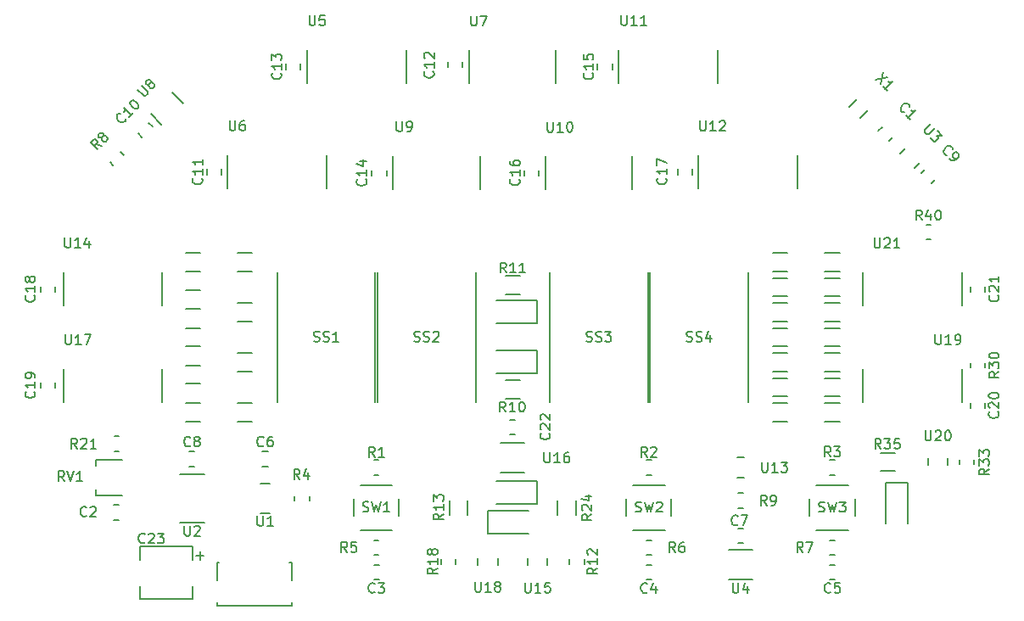
<source format=gto>
G04 #@! TF.GenerationSoftware,KiCad,Pcbnew,(5.1.10)-1*
G04 #@! TF.CreationDate,2021-08-26T18:29:03-04:00*
G04 #@! TF.ProjectId,CMOS-Clock-V1,434d4f53-2d43-46c6-9f63-6b2d56312e6b,rev?*
G04 #@! TF.SameCoordinates,Original*
G04 #@! TF.FileFunction,Legend,Top*
G04 #@! TF.FilePolarity,Positive*
%FSLAX46Y46*%
G04 Gerber Fmt 4.6, Leading zero omitted, Abs format (unit mm)*
G04 Created by KiCad (PCBNEW (5.1.10)-1) date 2021-08-26 18:29:03*
%MOMM*%
%LPD*%
G01*
G04 APERTURE LIST*
%ADD10C,0.153000*%
%ADD11O,1.410000X0.760000*%
%ADD12O,0.885000X1.660000*%
G04 APERTURE END LIST*
D10*
X116870000Y-126840000D02*
X116070000Y-126840000D01*
X116470000Y-127240000D02*
X116470000Y-126440000D01*
X113120000Y-125890000D02*
X110470000Y-125890000D01*
X110470000Y-125890000D02*
X110470000Y-127240000D01*
X113120000Y-125890000D02*
X115770000Y-125890000D01*
X115770000Y-125890000D02*
X115770000Y-127240000D01*
X113120000Y-131190000D02*
X110470000Y-131190000D01*
X110470000Y-131190000D02*
X110470000Y-129840000D01*
X113120000Y-131190000D02*
X115770000Y-131190000D01*
X115770000Y-131190000D02*
X115770000Y-129840000D01*
X152005000Y-76370000D02*
X152005000Y-79670000D01*
X143355000Y-76370000D02*
X143355000Y-79670000D01*
X112730000Y-111470000D02*
X112730000Y-108170000D01*
X102830000Y-108170000D02*
X102830000Y-111470000D01*
X182630000Y-98570000D02*
X182630000Y-101870000D01*
X192530000Y-101870000D02*
X192530000Y-98570000D01*
X182630000Y-108170000D02*
X182630000Y-111470000D01*
X192530000Y-111470000D02*
X192530000Y-108170000D01*
X171180000Y-98520000D02*
X171180000Y-111520000D01*
X161380000Y-98520000D02*
X161380000Y-111520000D01*
X115052936Y-96610000D02*
X116507064Y-96610000D01*
X115052936Y-98430000D02*
X116507064Y-98430000D01*
X161541252Y-129235000D02*
X161018748Y-129235000D01*
X161541252Y-127765000D02*
X161018748Y-127765000D01*
X177330000Y-121170000D02*
X177330000Y-122870000D01*
X177980000Y-124270000D02*
X181180000Y-124270000D01*
X181830000Y-122870000D02*
X181830000Y-121170000D01*
X181180000Y-119770000D02*
X177980000Y-119770000D01*
X159030000Y-121170000D02*
X159030000Y-122870000D01*
X159680000Y-124270000D02*
X162880000Y-124270000D01*
X163530000Y-122870000D02*
X163530000Y-121170000D01*
X162880000Y-119770000D02*
X159680000Y-119770000D01*
X131830000Y-121170000D02*
X131830000Y-122870000D01*
X132480000Y-124270000D02*
X135680000Y-124270000D01*
X136330000Y-122870000D02*
X136330000Y-121170000D01*
X135680000Y-119770000D02*
X132480000Y-119770000D01*
X193345000Y-100481252D02*
X193345000Y-99958748D01*
X194815000Y-100481252D02*
X194815000Y-99958748D01*
X118210000Y-131800000D02*
X125610000Y-131800000D01*
X125610000Y-131530000D02*
X125610000Y-131800000D01*
X118210000Y-131800000D02*
X118210000Y-131530000D01*
X125610000Y-127500000D02*
X125430000Y-127500000D01*
X118210000Y-127500000D02*
X118390000Y-127500000D01*
X125610000Y-127500000D02*
X125610000Y-129255000D01*
X118210000Y-127500000D02*
X118210000Y-129255000D01*
X191120000Y-117810000D02*
X191120000Y-117110000D01*
X189120000Y-117810000D02*
X189120000Y-117110000D01*
X144192500Y-127070000D02*
X144192500Y-127770000D01*
X146192500Y-127070000D02*
X146192500Y-127770000D01*
X149167500Y-127070000D02*
X149167500Y-127770000D01*
X151167500Y-127070000D02*
X151167500Y-127770000D01*
X148880000Y-115570000D02*
X146480000Y-115570000D01*
X148880000Y-118570000D02*
X146480000Y-118570000D01*
X170080000Y-119020000D02*
X170780000Y-119020000D01*
X170080000Y-117020000D02*
X170780000Y-117020000D01*
X112730000Y-101870000D02*
X112730000Y-98570000D01*
X102830000Y-98570000D02*
X102830000Y-101870000D01*
X176130000Y-90170000D02*
X176130000Y-86870000D01*
X166230000Y-86870000D02*
X166230000Y-90170000D01*
X168180000Y-79670000D02*
X168180000Y-76370000D01*
X158280000Y-76370000D02*
X158280000Y-79670000D01*
X159605000Y-86970000D02*
X159605000Y-90270000D01*
X150955000Y-86970000D02*
X150955000Y-90270000D01*
X144405000Y-86970000D02*
X144405000Y-90270000D01*
X135755000Y-86970000D02*
X135755000Y-90270000D01*
X112640124Y-83810536D02*
X111579464Y-82749876D01*
X114780536Y-81670124D02*
X113719876Y-80609464D01*
X129130000Y-90170000D02*
X129130000Y-86870000D01*
X119230000Y-86870000D02*
X119230000Y-90170000D01*
X137080000Y-79670000D02*
X137080000Y-76370000D01*
X127180000Y-76370000D02*
X127180000Y-79670000D01*
X171630000Y-126240000D02*
X169230000Y-126240000D01*
X171630000Y-129240000D02*
X169230000Y-129240000D01*
X186350051Y-86730381D02*
X186880381Y-86200051D01*
X187799619Y-88179949D02*
X188329949Y-87649619D01*
X114430000Y-123570000D02*
X116930000Y-123570000D01*
X114430000Y-118670000D02*
X116930000Y-118670000D01*
X122505000Y-122570000D02*
X123455000Y-122570000D01*
X122505000Y-119670000D02*
X123455000Y-119670000D01*
X133980000Y-98520000D02*
X133980000Y-111520000D01*
X124180000Y-98520000D02*
X124180000Y-111520000D01*
X143980000Y-98520000D02*
X143980000Y-111520000D01*
X134180000Y-98520000D02*
X134180000Y-111520000D01*
X161180000Y-98520000D02*
X161180000Y-111520000D01*
X151380000Y-98520000D02*
X151380000Y-111520000D01*
X108700000Y-120860000D02*
X106050000Y-120860000D01*
X106050000Y-120860000D02*
X106050000Y-120260000D01*
X108700000Y-117260000D02*
X106050000Y-117260000D01*
X106050000Y-117260000D02*
X106050000Y-117860000D01*
X189397064Y-95285000D02*
X188942936Y-95285000D01*
X189397064Y-93815000D02*
X188942936Y-93815000D01*
X193345000Y-108057064D02*
X193345000Y-107602936D01*
X194815000Y-108057064D02*
X194815000Y-107602936D01*
X108367064Y-116395000D02*
X107912936Y-116395000D01*
X108367064Y-114925000D02*
X107912936Y-114925000D01*
X140545000Y-127647064D02*
X140545000Y-127192936D01*
X142015000Y-127647064D02*
X142015000Y-127192936D01*
X185847064Y-118370000D02*
X184392936Y-118370000D01*
X185847064Y-116550000D02*
X184392936Y-116550000D01*
X175107064Y-98430000D02*
X173652936Y-98430000D01*
X175107064Y-96610000D02*
X173652936Y-96610000D01*
X173652936Y-111610000D02*
X175107064Y-111610000D01*
X173652936Y-113430000D02*
X175107064Y-113430000D01*
X175107064Y-100930000D02*
X173652936Y-100930000D01*
X175107064Y-99110000D02*
X173652936Y-99110000D01*
X173652936Y-109100000D02*
X175107064Y-109100000D01*
X173652936Y-110920000D02*
X175107064Y-110920000D01*
X180307064Y-98430000D02*
X178852936Y-98430000D01*
X180307064Y-96610000D02*
X178852936Y-96610000D01*
X173652936Y-106610000D02*
X175107064Y-106610000D01*
X173652936Y-108430000D02*
X175107064Y-108430000D01*
X180307064Y-100930000D02*
X178852936Y-100930000D01*
X180307064Y-99110000D02*
X178852936Y-99110000D01*
X175107064Y-103430000D02*
X173652936Y-103430000D01*
X175107064Y-101610000D02*
X173652936Y-101610000D01*
X178852936Y-106610000D02*
X180307064Y-106610000D01*
X178852936Y-108430000D02*
X180307064Y-108430000D01*
X180307064Y-105930000D02*
X178852936Y-105930000D01*
X180307064Y-104110000D02*
X178852936Y-104110000D01*
X178852936Y-109110000D02*
X180307064Y-109110000D01*
X178852936Y-110930000D02*
X180307064Y-110930000D01*
X180307064Y-103430000D02*
X178852936Y-103430000D01*
X180307064Y-101610000D02*
X178852936Y-101610000D01*
X178852936Y-111610000D02*
X180307064Y-111610000D01*
X178852936Y-113430000D02*
X180307064Y-113430000D01*
X175107064Y-105930000D02*
X173652936Y-105930000D01*
X175107064Y-104110000D02*
X173652936Y-104110000D01*
X120252936Y-96610000D02*
X121707064Y-96610000D01*
X120252936Y-98430000D02*
X121707064Y-98430000D01*
X148407064Y-100730000D02*
X146952936Y-100730000D01*
X148407064Y-98910000D02*
X146952936Y-98910000D01*
X116507064Y-113430000D02*
X115052936Y-113430000D01*
X116507064Y-111610000D02*
X115052936Y-111610000D01*
X115052936Y-100360000D02*
X116507064Y-100360000D01*
X115052936Y-102180000D02*
X116507064Y-102180000D01*
X121707064Y-113430000D02*
X120252936Y-113430000D01*
X121707064Y-111610000D02*
X120252936Y-111610000D01*
X115052936Y-104110000D02*
X116507064Y-104110000D01*
X115052936Y-105930000D02*
X116507064Y-105930000D01*
X116507064Y-109680000D02*
X115052936Y-109680000D01*
X116507064Y-107860000D02*
X115052936Y-107860000D01*
X120252936Y-101610000D02*
X121707064Y-101610000D01*
X120252936Y-103430000D02*
X121707064Y-103430000D01*
X148407064Y-111130000D02*
X146952936Y-111130000D01*
X148407064Y-109310000D02*
X146952936Y-109310000D01*
X153345000Y-127647064D02*
X153345000Y-127192936D01*
X154815000Y-127647064D02*
X154815000Y-127192936D01*
X121707064Y-108430000D02*
X120252936Y-108430000D01*
X121707064Y-106610000D02*
X120252936Y-106610000D01*
X153990000Y-121292936D02*
X153990000Y-122747064D01*
X152170000Y-121292936D02*
X152170000Y-122747064D01*
X170202936Y-120605000D02*
X170657064Y-120605000D01*
X170202936Y-122075000D02*
X170657064Y-122075000D01*
X141370000Y-122747064D02*
X141370000Y-121292936D01*
X143190000Y-122747064D02*
X143190000Y-121292936D01*
X108529165Y-86539718D02*
X108850282Y-86860835D01*
X107489718Y-87579165D02*
X107810835Y-87900282D01*
X192285000Y-117687064D02*
X192285000Y-117232936D01*
X193755000Y-117687064D02*
X193755000Y-117232936D01*
X179807064Y-126755000D02*
X179352936Y-126755000D01*
X179807064Y-125285000D02*
X179352936Y-125285000D01*
X161052936Y-125285000D02*
X161507064Y-125285000D01*
X161052936Y-126755000D02*
X161507064Y-126755000D01*
X133852936Y-125285000D02*
X134307064Y-125285000D01*
X133852936Y-126755000D02*
X134307064Y-126755000D01*
X125915000Y-121347064D02*
X125915000Y-120892936D01*
X127385000Y-121347064D02*
X127385000Y-120892936D01*
X179352936Y-117285000D02*
X179807064Y-117285000D01*
X179352936Y-118755000D02*
X179807064Y-118755000D01*
X161052936Y-117285000D02*
X161507064Y-117285000D01*
X161052936Y-118755000D02*
X161507064Y-118755000D01*
X133852936Y-117285000D02*
X134307064Y-117285000D01*
X133852936Y-118755000D02*
X134307064Y-118755000D01*
X183105097Y-82365563D02*
X182355563Y-83115097D01*
X182044437Y-81304903D02*
X181294903Y-82054437D01*
X150140000Y-101385000D02*
X146080000Y-101385000D01*
X150140000Y-103655000D02*
X150140000Y-101385000D01*
X146080000Y-103655000D02*
X150140000Y-103655000D01*
X150140000Y-106385000D02*
X146080000Y-106385000D01*
X150140000Y-108655000D02*
X150140000Y-106385000D01*
X146080000Y-108655000D02*
X150140000Y-108655000D01*
X145220000Y-124655000D02*
X149280000Y-124655000D01*
X145220000Y-122385000D02*
X145220000Y-124655000D01*
X149280000Y-122385000D02*
X145220000Y-122385000D01*
X150140000Y-119385000D02*
X146080000Y-119385000D01*
X150140000Y-121655000D02*
X150140000Y-119385000D01*
X146080000Y-121655000D02*
X150140000Y-121655000D01*
X184885000Y-119560000D02*
X184885000Y-123620000D01*
X187155000Y-119560000D02*
X184885000Y-119560000D01*
X187155000Y-123620000D02*
X187155000Y-119560000D01*
X147941252Y-114725000D02*
X147418748Y-114725000D01*
X147941252Y-113255000D02*
X147418748Y-113255000D01*
X193345000Y-112081252D02*
X193345000Y-111558748D01*
X194815000Y-112081252D02*
X194815000Y-111558748D01*
X102015000Y-109558748D02*
X102015000Y-110081252D01*
X100545000Y-109558748D02*
X100545000Y-110081252D01*
X102015000Y-99958748D02*
X102015000Y-100481252D01*
X100545000Y-99958748D02*
X100545000Y-100481252D01*
X165615000Y-88258748D02*
X165615000Y-88781252D01*
X164145000Y-88258748D02*
X164145000Y-88781252D01*
X150315000Y-88358748D02*
X150315000Y-88881252D01*
X148845000Y-88358748D02*
X148845000Y-88881252D01*
X157615000Y-77758748D02*
X157615000Y-78281252D01*
X156145000Y-77758748D02*
X156145000Y-78281252D01*
X135115000Y-88358748D02*
X135115000Y-88881252D01*
X133645000Y-88358748D02*
X133645000Y-88881252D01*
X126515000Y-77758748D02*
X126515000Y-78281252D01*
X125045000Y-77758748D02*
X125045000Y-78281252D01*
X142665000Y-77578748D02*
X142665000Y-78101252D01*
X141195000Y-77578748D02*
X141195000Y-78101252D01*
X118615000Y-88258748D02*
X118615000Y-88781252D01*
X117145000Y-88258748D02*
X117145000Y-88781252D01*
X111364990Y-83655543D02*
X111734457Y-84025010D01*
X110325543Y-84694990D02*
X110695010Y-85064457D01*
X188445543Y-88665010D02*
X188815010Y-88295543D01*
X189484990Y-89704457D02*
X189854457Y-89334990D01*
X115941252Y-117905000D02*
X115418748Y-117905000D01*
X115941252Y-116435000D02*
X115418748Y-116435000D01*
X170691252Y-125595000D02*
X170168748Y-125595000D01*
X170691252Y-124125000D02*
X170168748Y-124125000D01*
X122718748Y-116435000D02*
X123241252Y-116435000D01*
X122718748Y-117905000D02*
X123241252Y-117905000D01*
X179318748Y-127765000D02*
X179841252Y-127765000D01*
X179318748Y-129235000D02*
X179841252Y-129235000D01*
X134341252Y-129235000D02*
X133818748Y-129235000D01*
X134341252Y-127765000D02*
X133818748Y-127765000D01*
X107878748Y-121775000D02*
X108401252Y-121775000D01*
X107878748Y-123245000D02*
X108401252Y-123245000D01*
X185584457Y-85074990D02*
X185214990Y-85444457D01*
X184545010Y-84035543D02*
X184175543Y-84405010D01*
X110977142Y-125507142D02*
X110929523Y-125554761D01*
X110786666Y-125602380D01*
X110691428Y-125602380D01*
X110548571Y-125554761D01*
X110453333Y-125459523D01*
X110405714Y-125364285D01*
X110358095Y-125173809D01*
X110358095Y-125030952D01*
X110405714Y-124840476D01*
X110453333Y-124745238D01*
X110548571Y-124650000D01*
X110691428Y-124602380D01*
X110786666Y-124602380D01*
X110929523Y-124650000D01*
X110977142Y-124697619D01*
X111358095Y-124697619D02*
X111405714Y-124650000D01*
X111500952Y-124602380D01*
X111739047Y-124602380D01*
X111834285Y-124650000D01*
X111881904Y-124697619D01*
X111929523Y-124792857D01*
X111929523Y-124888095D01*
X111881904Y-125030952D01*
X111310476Y-125602380D01*
X111929523Y-125602380D01*
X112262857Y-124602380D02*
X112881904Y-124602380D01*
X112548571Y-124983333D01*
X112691428Y-124983333D01*
X112786666Y-125030952D01*
X112834285Y-125078571D01*
X112881904Y-125173809D01*
X112881904Y-125411904D01*
X112834285Y-125507142D01*
X112786666Y-125554761D01*
X112691428Y-125602380D01*
X112405714Y-125602380D01*
X112310476Y-125554761D01*
X112262857Y-125507142D01*
X143528095Y-72952380D02*
X143528095Y-73761904D01*
X143575714Y-73857142D01*
X143623333Y-73904761D01*
X143718571Y-73952380D01*
X143909047Y-73952380D01*
X144004285Y-73904761D01*
X144051904Y-73857142D01*
X144099523Y-73761904D01*
X144099523Y-72952380D01*
X144480476Y-72952380D02*
X145147142Y-72952380D01*
X144718571Y-73952380D01*
X103041904Y-104752380D02*
X103041904Y-105561904D01*
X103089523Y-105657142D01*
X103137142Y-105704761D01*
X103232380Y-105752380D01*
X103422857Y-105752380D01*
X103518095Y-105704761D01*
X103565714Y-105657142D01*
X103613333Y-105561904D01*
X103613333Y-104752380D01*
X104613333Y-105752380D02*
X104041904Y-105752380D01*
X104327619Y-105752380D02*
X104327619Y-104752380D01*
X104232380Y-104895238D01*
X104137142Y-104990476D01*
X104041904Y-105038095D01*
X104946666Y-104752380D02*
X105613333Y-104752380D01*
X105184761Y-105752380D01*
X183781904Y-95122380D02*
X183781904Y-95931904D01*
X183829523Y-96027142D01*
X183877142Y-96074761D01*
X183972380Y-96122380D01*
X184162857Y-96122380D01*
X184258095Y-96074761D01*
X184305714Y-96027142D01*
X184353333Y-95931904D01*
X184353333Y-95122380D01*
X184781904Y-95217619D02*
X184829523Y-95170000D01*
X184924761Y-95122380D01*
X185162857Y-95122380D01*
X185258095Y-95170000D01*
X185305714Y-95217619D01*
X185353333Y-95312857D01*
X185353333Y-95408095D01*
X185305714Y-95550952D01*
X184734285Y-96122380D01*
X185353333Y-96122380D01*
X186305714Y-96122380D02*
X185734285Y-96122380D01*
X186020000Y-96122380D02*
X186020000Y-95122380D01*
X185924761Y-95265238D01*
X185829523Y-95360476D01*
X185734285Y-95408095D01*
X189861904Y-104732380D02*
X189861904Y-105541904D01*
X189909523Y-105637142D01*
X189957142Y-105684761D01*
X190052380Y-105732380D01*
X190242857Y-105732380D01*
X190338095Y-105684761D01*
X190385714Y-105637142D01*
X190433333Y-105541904D01*
X190433333Y-104732380D01*
X191433333Y-105732380D02*
X190861904Y-105732380D01*
X191147619Y-105732380D02*
X191147619Y-104732380D01*
X191052380Y-104875238D01*
X190957142Y-104970476D01*
X190861904Y-105018095D01*
X191909523Y-105732380D02*
X192100000Y-105732380D01*
X192195238Y-105684761D01*
X192242857Y-105637142D01*
X192338095Y-105494285D01*
X192385714Y-105303809D01*
X192385714Y-104922857D01*
X192338095Y-104827619D01*
X192290476Y-104780000D01*
X192195238Y-104732380D01*
X192004761Y-104732380D01*
X191909523Y-104780000D01*
X191861904Y-104827619D01*
X191814285Y-104922857D01*
X191814285Y-105160952D01*
X191861904Y-105256190D01*
X191909523Y-105303809D01*
X192004761Y-105351428D01*
X192195238Y-105351428D01*
X192290476Y-105303809D01*
X192338095Y-105256190D01*
X192385714Y-105160952D01*
X165041904Y-105424761D02*
X165184761Y-105472380D01*
X165422857Y-105472380D01*
X165518095Y-105424761D01*
X165565714Y-105377142D01*
X165613333Y-105281904D01*
X165613333Y-105186666D01*
X165565714Y-105091428D01*
X165518095Y-105043809D01*
X165422857Y-104996190D01*
X165232380Y-104948571D01*
X165137142Y-104900952D01*
X165089523Y-104853333D01*
X165041904Y-104758095D01*
X165041904Y-104662857D01*
X165089523Y-104567619D01*
X165137142Y-104520000D01*
X165232380Y-104472380D01*
X165470476Y-104472380D01*
X165613333Y-104520000D01*
X165994285Y-105424761D02*
X166137142Y-105472380D01*
X166375238Y-105472380D01*
X166470476Y-105424761D01*
X166518095Y-105377142D01*
X166565714Y-105281904D01*
X166565714Y-105186666D01*
X166518095Y-105091428D01*
X166470476Y-105043809D01*
X166375238Y-104996190D01*
X166184761Y-104948571D01*
X166089523Y-104900952D01*
X166041904Y-104853333D01*
X165994285Y-104758095D01*
X165994285Y-104662857D01*
X166041904Y-104567619D01*
X166089523Y-104520000D01*
X166184761Y-104472380D01*
X166422857Y-104472380D01*
X166565714Y-104520000D01*
X167422857Y-104805714D02*
X167422857Y-105472380D01*
X167184761Y-104424761D02*
X166946666Y-105139047D01*
X167565714Y-105139047D01*
X161103333Y-130477142D02*
X161055714Y-130524761D01*
X160912857Y-130572380D01*
X160817619Y-130572380D01*
X160674761Y-130524761D01*
X160579523Y-130429523D01*
X160531904Y-130334285D01*
X160484285Y-130143809D01*
X160484285Y-130000952D01*
X160531904Y-129810476D01*
X160579523Y-129715238D01*
X160674761Y-129620000D01*
X160817619Y-129572380D01*
X160912857Y-129572380D01*
X161055714Y-129620000D01*
X161103333Y-129667619D01*
X161960476Y-129905714D02*
X161960476Y-130572380D01*
X161722380Y-129524761D02*
X161484285Y-130239047D01*
X162103333Y-130239047D01*
X178246666Y-122424761D02*
X178389523Y-122472380D01*
X178627619Y-122472380D01*
X178722857Y-122424761D01*
X178770476Y-122377142D01*
X178818095Y-122281904D01*
X178818095Y-122186666D01*
X178770476Y-122091428D01*
X178722857Y-122043809D01*
X178627619Y-121996190D01*
X178437142Y-121948571D01*
X178341904Y-121900952D01*
X178294285Y-121853333D01*
X178246666Y-121758095D01*
X178246666Y-121662857D01*
X178294285Y-121567619D01*
X178341904Y-121520000D01*
X178437142Y-121472380D01*
X178675238Y-121472380D01*
X178818095Y-121520000D01*
X179151428Y-121472380D02*
X179389523Y-122472380D01*
X179580000Y-121758095D01*
X179770476Y-122472380D01*
X180008571Y-121472380D01*
X180294285Y-121472380D02*
X180913333Y-121472380D01*
X180580000Y-121853333D01*
X180722857Y-121853333D01*
X180818095Y-121900952D01*
X180865714Y-121948571D01*
X180913333Y-122043809D01*
X180913333Y-122281904D01*
X180865714Y-122377142D01*
X180818095Y-122424761D01*
X180722857Y-122472380D01*
X180437142Y-122472380D01*
X180341904Y-122424761D01*
X180294285Y-122377142D01*
X159946666Y-122414761D02*
X160089523Y-122462380D01*
X160327619Y-122462380D01*
X160422857Y-122414761D01*
X160470476Y-122367142D01*
X160518095Y-122271904D01*
X160518095Y-122176666D01*
X160470476Y-122081428D01*
X160422857Y-122033809D01*
X160327619Y-121986190D01*
X160137142Y-121938571D01*
X160041904Y-121890952D01*
X159994285Y-121843333D01*
X159946666Y-121748095D01*
X159946666Y-121652857D01*
X159994285Y-121557619D01*
X160041904Y-121510000D01*
X160137142Y-121462380D01*
X160375238Y-121462380D01*
X160518095Y-121510000D01*
X160851428Y-121462380D02*
X161089523Y-122462380D01*
X161280000Y-121748095D01*
X161470476Y-122462380D01*
X161708571Y-121462380D01*
X162041904Y-121557619D02*
X162089523Y-121510000D01*
X162184761Y-121462380D01*
X162422857Y-121462380D01*
X162518095Y-121510000D01*
X162565714Y-121557619D01*
X162613333Y-121652857D01*
X162613333Y-121748095D01*
X162565714Y-121890952D01*
X161994285Y-122462380D01*
X162613333Y-122462380D01*
X132736666Y-122404761D02*
X132879523Y-122452380D01*
X133117619Y-122452380D01*
X133212857Y-122404761D01*
X133260476Y-122357142D01*
X133308095Y-122261904D01*
X133308095Y-122166666D01*
X133260476Y-122071428D01*
X133212857Y-122023809D01*
X133117619Y-121976190D01*
X132927142Y-121928571D01*
X132831904Y-121880952D01*
X132784285Y-121833333D01*
X132736666Y-121738095D01*
X132736666Y-121642857D01*
X132784285Y-121547619D01*
X132831904Y-121500000D01*
X132927142Y-121452380D01*
X133165238Y-121452380D01*
X133308095Y-121500000D01*
X133641428Y-121452380D02*
X133879523Y-122452380D01*
X134070000Y-121738095D01*
X134260476Y-122452380D01*
X134498571Y-121452380D01*
X135403333Y-122452380D02*
X134831904Y-122452380D01*
X135117619Y-122452380D02*
X135117619Y-121452380D01*
X135022380Y-121595238D01*
X134927142Y-121690476D01*
X134831904Y-121738095D01*
X196117142Y-100852857D02*
X196164761Y-100900476D01*
X196212380Y-101043333D01*
X196212380Y-101138571D01*
X196164761Y-101281428D01*
X196069523Y-101376666D01*
X195974285Y-101424285D01*
X195783809Y-101471904D01*
X195640952Y-101471904D01*
X195450476Y-101424285D01*
X195355238Y-101376666D01*
X195260000Y-101281428D01*
X195212380Y-101138571D01*
X195212380Y-101043333D01*
X195260000Y-100900476D01*
X195307619Y-100852857D01*
X195307619Y-100471904D02*
X195260000Y-100424285D01*
X195212380Y-100329047D01*
X195212380Y-100090952D01*
X195260000Y-99995714D01*
X195307619Y-99948095D01*
X195402857Y-99900476D01*
X195498095Y-99900476D01*
X195640952Y-99948095D01*
X196212380Y-100519523D01*
X196212380Y-99900476D01*
X196212380Y-98948095D02*
X196212380Y-99519523D01*
X196212380Y-99233809D02*
X195212380Y-99233809D01*
X195355238Y-99329047D01*
X195450476Y-99424285D01*
X195498095Y-99519523D01*
X188871904Y-114342380D02*
X188871904Y-115151904D01*
X188919523Y-115247142D01*
X188967142Y-115294761D01*
X189062380Y-115342380D01*
X189252857Y-115342380D01*
X189348095Y-115294761D01*
X189395714Y-115247142D01*
X189443333Y-115151904D01*
X189443333Y-114342380D01*
X189871904Y-114437619D02*
X189919523Y-114390000D01*
X190014761Y-114342380D01*
X190252857Y-114342380D01*
X190348095Y-114390000D01*
X190395714Y-114437619D01*
X190443333Y-114532857D01*
X190443333Y-114628095D01*
X190395714Y-114770952D01*
X189824285Y-115342380D01*
X190443333Y-115342380D01*
X191062380Y-114342380D02*
X191157619Y-114342380D01*
X191252857Y-114390000D01*
X191300476Y-114437619D01*
X191348095Y-114532857D01*
X191395714Y-114723333D01*
X191395714Y-114961428D01*
X191348095Y-115151904D01*
X191300476Y-115247142D01*
X191252857Y-115294761D01*
X191157619Y-115342380D01*
X191062380Y-115342380D01*
X190967142Y-115294761D01*
X190919523Y-115247142D01*
X190871904Y-115151904D01*
X190824285Y-114961428D01*
X190824285Y-114723333D01*
X190871904Y-114532857D01*
X190919523Y-114437619D01*
X190967142Y-114390000D01*
X191062380Y-114342380D01*
X143951904Y-129452380D02*
X143951904Y-130261904D01*
X143999523Y-130357142D01*
X144047142Y-130404761D01*
X144142380Y-130452380D01*
X144332857Y-130452380D01*
X144428095Y-130404761D01*
X144475714Y-130357142D01*
X144523333Y-130261904D01*
X144523333Y-129452380D01*
X145523333Y-130452380D02*
X144951904Y-130452380D01*
X145237619Y-130452380D02*
X145237619Y-129452380D01*
X145142380Y-129595238D01*
X145047142Y-129690476D01*
X144951904Y-129738095D01*
X146094761Y-129880952D02*
X145999523Y-129833333D01*
X145951904Y-129785714D01*
X145904285Y-129690476D01*
X145904285Y-129642857D01*
X145951904Y-129547619D01*
X145999523Y-129500000D01*
X146094761Y-129452380D01*
X146285238Y-129452380D01*
X146380476Y-129500000D01*
X146428095Y-129547619D01*
X146475714Y-129642857D01*
X146475714Y-129690476D01*
X146428095Y-129785714D01*
X146380476Y-129833333D01*
X146285238Y-129880952D01*
X146094761Y-129880952D01*
X145999523Y-129928571D01*
X145951904Y-129976190D01*
X145904285Y-130071428D01*
X145904285Y-130261904D01*
X145951904Y-130357142D01*
X145999523Y-130404761D01*
X146094761Y-130452380D01*
X146285238Y-130452380D01*
X146380476Y-130404761D01*
X146428095Y-130357142D01*
X146475714Y-130261904D01*
X146475714Y-130071428D01*
X146428095Y-129976190D01*
X146380476Y-129928571D01*
X146285238Y-129880952D01*
X148921904Y-129522380D02*
X148921904Y-130331904D01*
X148969523Y-130427142D01*
X149017142Y-130474761D01*
X149112380Y-130522380D01*
X149302857Y-130522380D01*
X149398095Y-130474761D01*
X149445714Y-130427142D01*
X149493333Y-130331904D01*
X149493333Y-129522380D01*
X150493333Y-130522380D02*
X149921904Y-130522380D01*
X150207619Y-130522380D02*
X150207619Y-129522380D01*
X150112380Y-129665238D01*
X150017142Y-129760476D01*
X149921904Y-129808095D01*
X151398095Y-129522380D02*
X150921904Y-129522380D01*
X150874285Y-129998571D01*
X150921904Y-129950952D01*
X151017142Y-129903333D01*
X151255238Y-129903333D01*
X151350476Y-129950952D01*
X151398095Y-129998571D01*
X151445714Y-130093809D01*
X151445714Y-130331904D01*
X151398095Y-130427142D01*
X151350476Y-130474761D01*
X151255238Y-130522380D01*
X151017142Y-130522380D01*
X150921904Y-130474761D01*
X150874285Y-130427142D01*
X150831904Y-116532380D02*
X150831904Y-117341904D01*
X150879523Y-117437142D01*
X150927142Y-117484761D01*
X151022380Y-117532380D01*
X151212857Y-117532380D01*
X151308095Y-117484761D01*
X151355714Y-117437142D01*
X151403333Y-117341904D01*
X151403333Y-116532380D01*
X152403333Y-117532380D02*
X151831904Y-117532380D01*
X152117619Y-117532380D02*
X152117619Y-116532380D01*
X152022380Y-116675238D01*
X151927142Y-116770476D01*
X151831904Y-116818095D01*
X153260476Y-116532380D02*
X153070000Y-116532380D01*
X152974761Y-116580000D01*
X152927142Y-116627619D01*
X152831904Y-116770476D01*
X152784285Y-116960952D01*
X152784285Y-117341904D01*
X152831904Y-117437142D01*
X152879523Y-117484761D01*
X152974761Y-117532380D01*
X153165238Y-117532380D01*
X153260476Y-117484761D01*
X153308095Y-117437142D01*
X153355714Y-117341904D01*
X153355714Y-117103809D01*
X153308095Y-117008571D01*
X153260476Y-116960952D01*
X153165238Y-116913333D01*
X152974761Y-116913333D01*
X152879523Y-116960952D01*
X152831904Y-117008571D01*
X152784285Y-117103809D01*
X172561904Y-117502380D02*
X172561904Y-118311904D01*
X172609523Y-118407142D01*
X172657142Y-118454761D01*
X172752380Y-118502380D01*
X172942857Y-118502380D01*
X173038095Y-118454761D01*
X173085714Y-118407142D01*
X173133333Y-118311904D01*
X173133333Y-117502380D01*
X174133333Y-118502380D02*
X173561904Y-118502380D01*
X173847619Y-118502380D02*
X173847619Y-117502380D01*
X173752380Y-117645238D01*
X173657142Y-117740476D01*
X173561904Y-117788095D01*
X174466666Y-117502380D02*
X175085714Y-117502380D01*
X174752380Y-117883333D01*
X174895238Y-117883333D01*
X174990476Y-117930952D01*
X175038095Y-117978571D01*
X175085714Y-118073809D01*
X175085714Y-118311904D01*
X175038095Y-118407142D01*
X174990476Y-118454761D01*
X174895238Y-118502380D01*
X174609523Y-118502380D01*
X174514285Y-118454761D01*
X174466666Y-118407142D01*
X102991904Y-95092380D02*
X102991904Y-95901904D01*
X103039523Y-95997142D01*
X103087142Y-96044761D01*
X103182380Y-96092380D01*
X103372857Y-96092380D01*
X103468095Y-96044761D01*
X103515714Y-95997142D01*
X103563333Y-95901904D01*
X103563333Y-95092380D01*
X104563333Y-96092380D02*
X103991904Y-96092380D01*
X104277619Y-96092380D02*
X104277619Y-95092380D01*
X104182380Y-95235238D01*
X104087142Y-95330476D01*
X103991904Y-95378095D01*
X105420476Y-95425714D02*
X105420476Y-96092380D01*
X105182380Y-95044761D02*
X104944285Y-95759047D01*
X105563333Y-95759047D01*
X166391904Y-83442380D02*
X166391904Y-84251904D01*
X166439523Y-84347142D01*
X166487142Y-84394761D01*
X166582380Y-84442380D01*
X166772857Y-84442380D01*
X166868095Y-84394761D01*
X166915714Y-84347142D01*
X166963333Y-84251904D01*
X166963333Y-83442380D01*
X167963333Y-84442380D02*
X167391904Y-84442380D01*
X167677619Y-84442380D02*
X167677619Y-83442380D01*
X167582380Y-83585238D01*
X167487142Y-83680476D01*
X167391904Y-83728095D01*
X168344285Y-83537619D02*
X168391904Y-83490000D01*
X168487142Y-83442380D01*
X168725238Y-83442380D01*
X168820476Y-83490000D01*
X168868095Y-83537619D01*
X168915714Y-83632857D01*
X168915714Y-83728095D01*
X168868095Y-83870952D01*
X168296666Y-84442380D01*
X168915714Y-84442380D01*
X158521904Y-72902380D02*
X158521904Y-73711904D01*
X158569523Y-73807142D01*
X158617142Y-73854761D01*
X158712380Y-73902380D01*
X158902857Y-73902380D01*
X158998095Y-73854761D01*
X159045714Y-73807142D01*
X159093333Y-73711904D01*
X159093333Y-72902380D01*
X160093333Y-73902380D02*
X159521904Y-73902380D01*
X159807619Y-73902380D02*
X159807619Y-72902380D01*
X159712380Y-73045238D01*
X159617142Y-73140476D01*
X159521904Y-73188095D01*
X161045714Y-73902380D02*
X160474285Y-73902380D01*
X160760000Y-73902380D02*
X160760000Y-72902380D01*
X160664761Y-73045238D01*
X160569523Y-73140476D01*
X160474285Y-73188095D01*
X151151904Y-83552380D02*
X151151904Y-84361904D01*
X151199523Y-84457142D01*
X151247142Y-84504761D01*
X151342380Y-84552380D01*
X151532857Y-84552380D01*
X151628095Y-84504761D01*
X151675714Y-84457142D01*
X151723333Y-84361904D01*
X151723333Y-83552380D01*
X152723333Y-84552380D02*
X152151904Y-84552380D01*
X152437619Y-84552380D02*
X152437619Y-83552380D01*
X152342380Y-83695238D01*
X152247142Y-83790476D01*
X152151904Y-83838095D01*
X153342380Y-83552380D02*
X153437619Y-83552380D01*
X153532857Y-83600000D01*
X153580476Y-83647619D01*
X153628095Y-83742857D01*
X153675714Y-83933333D01*
X153675714Y-84171428D01*
X153628095Y-84361904D01*
X153580476Y-84457142D01*
X153532857Y-84504761D01*
X153437619Y-84552380D01*
X153342380Y-84552380D01*
X153247142Y-84504761D01*
X153199523Y-84457142D01*
X153151904Y-84361904D01*
X153104285Y-84171428D01*
X153104285Y-83933333D01*
X153151904Y-83742857D01*
X153199523Y-83647619D01*
X153247142Y-83600000D01*
X153342380Y-83552380D01*
X136098095Y-83492380D02*
X136098095Y-84301904D01*
X136145714Y-84397142D01*
X136193333Y-84444761D01*
X136288571Y-84492380D01*
X136479047Y-84492380D01*
X136574285Y-84444761D01*
X136621904Y-84397142D01*
X136669523Y-84301904D01*
X136669523Y-83492380D01*
X137193333Y-84492380D02*
X137383809Y-84492380D01*
X137479047Y-84444761D01*
X137526666Y-84397142D01*
X137621904Y-84254285D01*
X137669523Y-84063809D01*
X137669523Y-83682857D01*
X137621904Y-83587619D01*
X137574285Y-83540000D01*
X137479047Y-83492380D01*
X137288571Y-83492380D01*
X137193333Y-83540000D01*
X137145714Y-83587619D01*
X137098095Y-83682857D01*
X137098095Y-83920952D01*
X137145714Y-84016190D01*
X137193333Y-84063809D01*
X137288571Y-84111428D01*
X137479047Y-84111428D01*
X137574285Y-84063809D01*
X137621904Y-84016190D01*
X137669523Y-83920952D01*
X110244026Y-80311522D02*
X110816446Y-80883942D01*
X110917461Y-80917614D01*
X110984805Y-80917614D01*
X111085820Y-80883942D01*
X111220507Y-80749255D01*
X111254179Y-80648240D01*
X111254179Y-80580896D01*
X111220507Y-80479881D01*
X110648087Y-79907461D01*
X111388866Y-79772774D02*
X111287851Y-79806446D01*
X111220507Y-79806446D01*
X111119492Y-79772774D01*
X111085820Y-79739103D01*
X111052148Y-79638087D01*
X111052148Y-79570744D01*
X111085820Y-79469729D01*
X111220507Y-79335042D01*
X111321522Y-79301370D01*
X111388866Y-79301370D01*
X111489881Y-79335042D01*
X111523553Y-79368713D01*
X111557225Y-79469729D01*
X111557225Y-79537072D01*
X111523553Y-79638087D01*
X111388866Y-79772774D01*
X111355194Y-79873790D01*
X111355194Y-79941133D01*
X111388866Y-80042148D01*
X111523553Y-80176835D01*
X111624568Y-80210507D01*
X111691912Y-80210507D01*
X111792927Y-80176835D01*
X111927614Y-80042148D01*
X111961286Y-79941133D01*
X111961286Y-79873790D01*
X111927614Y-79772774D01*
X111792927Y-79638087D01*
X111691912Y-79604416D01*
X111624568Y-79604416D01*
X111523553Y-79638087D01*
X119438095Y-83402380D02*
X119438095Y-84211904D01*
X119485714Y-84307142D01*
X119533333Y-84354761D01*
X119628571Y-84402380D01*
X119819047Y-84402380D01*
X119914285Y-84354761D01*
X119961904Y-84307142D01*
X120009523Y-84211904D01*
X120009523Y-83402380D01*
X120914285Y-83402380D02*
X120723809Y-83402380D01*
X120628571Y-83450000D01*
X120580952Y-83497619D01*
X120485714Y-83640476D01*
X120438095Y-83830952D01*
X120438095Y-84211904D01*
X120485714Y-84307142D01*
X120533333Y-84354761D01*
X120628571Y-84402380D01*
X120819047Y-84402380D01*
X120914285Y-84354761D01*
X120961904Y-84307142D01*
X121009523Y-84211904D01*
X121009523Y-83973809D01*
X120961904Y-83878571D01*
X120914285Y-83830952D01*
X120819047Y-83783333D01*
X120628571Y-83783333D01*
X120533333Y-83830952D01*
X120485714Y-83878571D01*
X120438095Y-83973809D01*
X127398095Y-72912380D02*
X127398095Y-73721904D01*
X127445714Y-73817142D01*
X127493333Y-73864761D01*
X127588571Y-73912380D01*
X127779047Y-73912380D01*
X127874285Y-73864761D01*
X127921904Y-73817142D01*
X127969523Y-73721904D01*
X127969523Y-72912380D01*
X128921904Y-72912380D02*
X128445714Y-72912380D01*
X128398095Y-73388571D01*
X128445714Y-73340952D01*
X128540952Y-73293333D01*
X128779047Y-73293333D01*
X128874285Y-73340952D01*
X128921904Y-73388571D01*
X128969523Y-73483809D01*
X128969523Y-73721904D01*
X128921904Y-73817142D01*
X128874285Y-73864761D01*
X128779047Y-73912380D01*
X128540952Y-73912380D01*
X128445714Y-73864761D01*
X128398095Y-73817142D01*
X169648095Y-129562380D02*
X169648095Y-130371904D01*
X169695714Y-130467142D01*
X169743333Y-130514761D01*
X169838571Y-130562380D01*
X170029047Y-130562380D01*
X170124285Y-130514761D01*
X170171904Y-130467142D01*
X170219523Y-130371904D01*
X170219523Y-129562380D01*
X171124285Y-129895714D02*
X171124285Y-130562380D01*
X170886190Y-129514761D02*
X170648095Y-130229047D01*
X171267142Y-130229047D01*
X189388477Y-83774026D02*
X188816057Y-84346446D01*
X188782385Y-84447461D01*
X188782385Y-84514805D01*
X188816057Y-84615820D01*
X188950744Y-84750507D01*
X189051759Y-84784179D01*
X189119103Y-84784179D01*
X189220118Y-84750507D01*
X189792538Y-84178087D01*
X190061912Y-84447461D02*
X190499644Y-84885194D01*
X189994568Y-84918866D01*
X190095583Y-85019881D01*
X190129255Y-85120896D01*
X190129255Y-85188240D01*
X190095583Y-85289255D01*
X189927225Y-85457614D01*
X189826209Y-85491286D01*
X189758866Y-85491286D01*
X189657851Y-85457614D01*
X189455820Y-85255583D01*
X189422148Y-85154568D01*
X189422148Y-85087225D01*
X114928095Y-123852380D02*
X114928095Y-124661904D01*
X114975714Y-124757142D01*
X115023333Y-124804761D01*
X115118571Y-124852380D01*
X115309047Y-124852380D01*
X115404285Y-124804761D01*
X115451904Y-124757142D01*
X115499523Y-124661904D01*
X115499523Y-123852380D01*
X115928095Y-123947619D02*
X115975714Y-123900000D01*
X116070952Y-123852380D01*
X116309047Y-123852380D01*
X116404285Y-123900000D01*
X116451904Y-123947619D01*
X116499523Y-124042857D01*
X116499523Y-124138095D01*
X116451904Y-124280952D01*
X115880476Y-124852380D01*
X116499523Y-124852380D01*
X122218095Y-122862380D02*
X122218095Y-123671904D01*
X122265714Y-123767142D01*
X122313333Y-123814761D01*
X122408571Y-123862380D01*
X122599047Y-123862380D01*
X122694285Y-123814761D01*
X122741904Y-123767142D01*
X122789523Y-123671904D01*
X122789523Y-122862380D01*
X123789523Y-123862380D02*
X123218095Y-123862380D01*
X123503809Y-123862380D02*
X123503809Y-122862380D01*
X123408571Y-123005238D01*
X123313333Y-123100476D01*
X123218095Y-123148095D01*
X127841904Y-105424761D02*
X127984761Y-105472380D01*
X128222857Y-105472380D01*
X128318095Y-105424761D01*
X128365714Y-105377142D01*
X128413333Y-105281904D01*
X128413333Y-105186666D01*
X128365714Y-105091428D01*
X128318095Y-105043809D01*
X128222857Y-104996190D01*
X128032380Y-104948571D01*
X127937142Y-104900952D01*
X127889523Y-104853333D01*
X127841904Y-104758095D01*
X127841904Y-104662857D01*
X127889523Y-104567619D01*
X127937142Y-104520000D01*
X128032380Y-104472380D01*
X128270476Y-104472380D01*
X128413333Y-104520000D01*
X128794285Y-105424761D02*
X128937142Y-105472380D01*
X129175238Y-105472380D01*
X129270476Y-105424761D01*
X129318095Y-105377142D01*
X129365714Y-105281904D01*
X129365714Y-105186666D01*
X129318095Y-105091428D01*
X129270476Y-105043809D01*
X129175238Y-104996190D01*
X128984761Y-104948571D01*
X128889523Y-104900952D01*
X128841904Y-104853333D01*
X128794285Y-104758095D01*
X128794285Y-104662857D01*
X128841904Y-104567619D01*
X128889523Y-104520000D01*
X128984761Y-104472380D01*
X129222857Y-104472380D01*
X129365714Y-104520000D01*
X130318095Y-105472380D02*
X129746666Y-105472380D01*
X130032380Y-105472380D02*
X130032380Y-104472380D01*
X129937142Y-104615238D01*
X129841904Y-104710476D01*
X129746666Y-104758095D01*
X137841904Y-105424761D02*
X137984761Y-105472380D01*
X138222857Y-105472380D01*
X138318095Y-105424761D01*
X138365714Y-105377142D01*
X138413333Y-105281904D01*
X138413333Y-105186666D01*
X138365714Y-105091428D01*
X138318095Y-105043809D01*
X138222857Y-104996190D01*
X138032380Y-104948571D01*
X137937142Y-104900952D01*
X137889523Y-104853333D01*
X137841904Y-104758095D01*
X137841904Y-104662857D01*
X137889523Y-104567619D01*
X137937142Y-104520000D01*
X138032380Y-104472380D01*
X138270476Y-104472380D01*
X138413333Y-104520000D01*
X138794285Y-105424761D02*
X138937142Y-105472380D01*
X139175238Y-105472380D01*
X139270476Y-105424761D01*
X139318095Y-105377142D01*
X139365714Y-105281904D01*
X139365714Y-105186666D01*
X139318095Y-105091428D01*
X139270476Y-105043809D01*
X139175238Y-104996190D01*
X138984761Y-104948571D01*
X138889523Y-104900952D01*
X138841904Y-104853333D01*
X138794285Y-104758095D01*
X138794285Y-104662857D01*
X138841904Y-104567619D01*
X138889523Y-104520000D01*
X138984761Y-104472380D01*
X139222857Y-104472380D01*
X139365714Y-104520000D01*
X139746666Y-104567619D02*
X139794285Y-104520000D01*
X139889523Y-104472380D01*
X140127619Y-104472380D01*
X140222857Y-104520000D01*
X140270476Y-104567619D01*
X140318095Y-104662857D01*
X140318095Y-104758095D01*
X140270476Y-104900952D01*
X139699047Y-105472380D01*
X140318095Y-105472380D01*
X155041904Y-105424761D02*
X155184761Y-105472380D01*
X155422857Y-105472380D01*
X155518095Y-105424761D01*
X155565714Y-105377142D01*
X155613333Y-105281904D01*
X155613333Y-105186666D01*
X155565714Y-105091428D01*
X155518095Y-105043809D01*
X155422857Y-104996190D01*
X155232380Y-104948571D01*
X155137142Y-104900952D01*
X155089523Y-104853333D01*
X155041904Y-104758095D01*
X155041904Y-104662857D01*
X155089523Y-104567619D01*
X155137142Y-104520000D01*
X155232380Y-104472380D01*
X155470476Y-104472380D01*
X155613333Y-104520000D01*
X155994285Y-105424761D02*
X156137142Y-105472380D01*
X156375238Y-105472380D01*
X156470476Y-105424761D01*
X156518095Y-105377142D01*
X156565714Y-105281904D01*
X156565714Y-105186666D01*
X156518095Y-105091428D01*
X156470476Y-105043809D01*
X156375238Y-104996190D01*
X156184761Y-104948571D01*
X156089523Y-104900952D01*
X156041904Y-104853333D01*
X155994285Y-104758095D01*
X155994285Y-104662857D01*
X156041904Y-104567619D01*
X156089523Y-104520000D01*
X156184761Y-104472380D01*
X156422857Y-104472380D01*
X156565714Y-104520000D01*
X156899047Y-104472380D02*
X157518095Y-104472380D01*
X157184761Y-104853333D01*
X157327619Y-104853333D01*
X157422857Y-104900952D01*
X157470476Y-104948571D01*
X157518095Y-105043809D01*
X157518095Y-105281904D01*
X157470476Y-105377142D01*
X157422857Y-105424761D01*
X157327619Y-105472380D01*
X157041904Y-105472380D01*
X156946666Y-105424761D01*
X156899047Y-105377142D01*
X102944761Y-119402380D02*
X102611428Y-118926190D01*
X102373333Y-119402380D02*
X102373333Y-118402380D01*
X102754285Y-118402380D01*
X102849523Y-118450000D01*
X102897142Y-118497619D01*
X102944761Y-118592857D01*
X102944761Y-118735714D01*
X102897142Y-118830952D01*
X102849523Y-118878571D01*
X102754285Y-118926190D01*
X102373333Y-118926190D01*
X103230476Y-118402380D02*
X103563809Y-119402380D01*
X103897142Y-118402380D01*
X104754285Y-119402380D02*
X104182857Y-119402380D01*
X104468571Y-119402380D02*
X104468571Y-118402380D01*
X104373333Y-118545238D01*
X104278095Y-118640476D01*
X104182857Y-118688095D01*
X188527142Y-93342380D02*
X188193809Y-92866190D01*
X187955714Y-93342380D02*
X187955714Y-92342380D01*
X188336666Y-92342380D01*
X188431904Y-92390000D01*
X188479523Y-92437619D01*
X188527142Y-92532857D01*
X188527142Y-92675714D01*
X188479523Y-92770952D01*
X188431904Y-92818571D01*
X188336666Y-92866190D01*
X187955714Y-92866190D01*
X189384285Y-92675714D02*
X189384285Y-93342380D01*
X189146190Y-92294761D02*
X188908095Y-93009047D01*
X189527142Y-93009047D01*
X190098571Y-92342380D02*
X190193809Y-92342380D01*
X190289047Y-92390000D01*
X190336666Y-92437619D01*
X190384285Y-92532857D01*
X190431904Y-92723333D01*
X190431904Y-92961428D01*
X190384285Y-93151904D01*
X190336666Y-93247142D01*
X190289047Y-93294761D01*
X190193809Y-93342380D01*
X190098571Y-93342380D01*
X190003333Y-93294761D01*
X189955714Y-93247142D01*
X189908095Y-93151904D01*
X189860476Y-92961428D01*
X189860476Y-92723333D01*
X189908095Y-92532857D01*
X189955714Y-92437619D01*
X190003333Y-92390000D01*
X190098571Y-92342380D01*
X196212380Y-108472857D02*
X195736190Y-108806190D01*
X196212380Y-109044285D02*
X195212380Y-109044285D01*
X195212380Y-108663333D01*
X195260000Y-108568095D01*
X195307619Y-108520476D01*
X195402857Y-108472857D01*
X195545714Y-108472857D01*
X195640952Y-108520476D01*
X195688571Y-108568095D01*
X195736190Y-108663333D01*
X195736190Y-109044285D01*
X195212380Y-108139523D02*
X195212380Y-107520476D01*
X195593333Y-107853809D01*
X195593333Y-107710952D01*
X195640952Y-107615714D01*
X195688571Y-107568095D01*
X195783809Y-107520476D01*
X196021904Y-107520476D01*
X196117142Y-107568095D01*
X196164761Y-107615714D01*
X196212380Y-107710952D01*
X196212380Y-107996666D01*
X196164761Y-108091904D01*
X196117142Y-108139523D01*
X195212380Y-106901428D02*
X195212380Y-106806190D01*
X195260000Y-106710952D01*
X195307619Y-106663333D01*
X195402857Y-106615714D01*
X195593333Y-106568095D01*
X195831428Y-106568095D01*
X196021904Y-106615714D01*
X196117142Y-106663333D01*
X196164761Y-106710952D01*
X196212380Y-106806190D01*
X196212380Y-106901428D01*
X196164761Y-106996666D01*
X196117142Y-107044285D01*
X196021904Y-107091904D01*
X195831428Y-107139523D01*
X195593333Y-107139523D01*
X195402857Y-107091904D01*
X195307619Y-107044285D01*
X195260000Y-106996666D01*
X195212380Y-106901428D01*
X104212142Y-116142380D02*
X103878809Y-115666190D01*
X103640714Y-116142380D02*
X103640714Y-115142380D01*
X104021666Y-115142380D01*
X104116904Y-115190000D01*
X104164523Y-115237619D01*
X104212142Y-115332857D01*
X104212142Y-115475714D01*
X104164523Y-115570952D01*
X104116904Y-115618571D01*
X104021666Y-115666190D01*
X103640714Y-115666190D01*
X104593095Y-115237619D02*
X104640714Y-115190000D01*
X104735952Y-115142380D01*
X104974047Y-115142380D01*
X105069285Y-115190000D01*
X105116904Y-115237619D01*
X105164523Y-115332857D01*
X105164523Y-115428095D01*
X105116904Y-115570952D01*
X104545476Y-116142380D01*
X105164523Y-116142380D01*
X106116904Y-116142380D02*
X105545476Y-116142380D01*
X105831190Y-116142380D02*
X105831190Y-115142380D01*
X105735952Y-115285238D01*
X105640714Y-115380476D01*
X105545476Y-115428095D01*
X140182380Y-128062857D02*
X139706190Y-128396190D01*
X140182380Y-128634285D02*
X139182380Y-128634285D01*
X139182380Y-128253333D01*
X139230000Y-128158095D01*
X139277619Y-128110476D01*
X139372857Y-128062857D01*
X139515714Y-128062857D01*
X139610952Y-128110476D01*
X139658571Y-128158095D01*
X139706190Y-128253333D01*
X139706190Y-128634285D01*
X140182380Y-127110476D02*
X140182380Y-127681904D01*
X140182380Y-127396190D02*
X139182380Y-127396190D01*
X139325238Y-127491428D01*
X139420476Y-127586666D01*
X139468095Y-127681904D01*
X139610952Y-126539047D02*
X139563333Y-126634285D01*
X139515714Y-126681904D01*
X139420476Y-126729523D01*
X139372857Y-126729523D01*
X139277619Y-126681904D01*
X139230000Y-126634285D01*
X139182380Y-126539047D01*
X139182380Y-126348571D01*
X139230000Y-126253333D01*
X139277619Y-126205714D01*
X139372857Y-126158095D01*
X139420476Y-126158095D01*
X139515714Y-126205714D01*
X139563333Y-126253333D01*
X139610952Y-126348571D01*
X139610952Y-126539047D01*
X139658571Y-126634285D01*
X139706190Y-126681904D01*
X139801428Y-126729523D01*
X139991904Y-126729523D01*
X140087142Y-126681904D01*
X140134761Y-126634285D01*
X140182380Y-126539047D01*
X140182380Y-126348571D01*
X140134761Y-126253333D01*
X140087142Y-126205714D01*
X139991904Y-126158095D01*
X139801428Y-126158095D01*
X139706190Y-126205714D01*
X139658571Y-126253333D01*
X139610952Y-126348571D01*
X184427142Y-116152380D02*
X184093809Y-115676190D01*
X183855714Y-116152380D02*
X183855714Y-115152380D01*
X184236666Y-115152380D01*
X184331904Y-115200000D01*
X184379523Y-115247619D01*
X184427142Y-115342857D01*
X184427142Y-115485714D01*
X184379523Y-115580952D01*
X184331904Y-115628571D01*
X184236666Y-115676190D01*
X183855714Y-115676190D01*
X184760476Y-115152380D02*
X185379523Y-115152380D01*
X185046190Y-115533333D01*
X185189047Y-115533333D01*
X185284285Y-115580952D01*
X185331904Y-115628571D01*
X185379523Y-115723809D01*
X185379523Y-115961904D01*
X185331904Y-116057142D01*
X185284285Y-116104761D01*
X185189047Y-116152380D01*
X184903333Y-116152380D01*
X184808095Y-116104761D01*
X184760476Y-116057142D01*
X186284285Y-115152380D02*
X185808095Y-115152380D01*
X185760476Y-115628571D01*
X185808095Y-115580952D01*
X185903333Y-115533333D01*
X186141428Y-115533333D01*
X186236666Y-115580952D01*
X186284285Y-115628571D01*
X186331904Y-115723809D01*
X186331904Y-115961904D01*
X186284285Y-116057142D01*
X186236666Y-116104761D01*
X186141428Y-116152380D01*
X185903333Y-116152380D01*
X185808095Y-116104761D01*
X185760476Y-116057142D01*
X147037142Y-98582380D02*
X146703809Y-98106190D01*
X146465714Y-98582380D02*
X146465714Y-97582380D01*
X146846666Y-97582380D01*
X146941904Y-97630000D01*
X146989523Y-97677619D01*
X147037142Y-97772857D01*
X147037142Y-97915714D01*
X146989523Y-98010952D01*
X146941904Y-98058571D01*
X146846666Y-98106190D01*
X146465714Y-98106190D01*
X147989523Y-98582380D02*
X147418095Y-98582380D01*
X147703809Y-98582380D02*
X147703809Y-97582380D01*
X147608571Y-97725238D01*
X147513333Y-97820476D01*
X147418095Y-97868095D01*
X148941904Y-98582380D02*
X148370476Y-98582380D01*
X148656190Y-98582380D02*
X148656190Y-97582380D01*
X148560952Y-97725238D01*
X148465714Y-97820476D01*
X148370476Y-97868095D01*
X146987142Y-112482380D02*
X146653809Y-112006190D01*
X146415714Y-112482380D02*
X146415714Y-111482380D01*
X146796666Y-111482380D01*
X146891904Y-111530000D01*
X146939523Y-111577619D01*
X146987142Y-111672857D01*
X146987142Y-111815714D01*
X146939523Y-111910952D01*
X146891904Y-111958571D01*
X146796666Y-112006190D01*
X146415714Y-112006190D01*
X147939523Y-112482380D02*
X147368095Y-112482380D01*
X147653809Y-112482380D02*
X147653809Y-111482380D01*
X147558571Y-111625238D01*
X147463333Y-111720476D01*
X147368095Y-111768095D01*
X148558571Y-111482380D02*
X148653809Y-111482380D01*
X148749047Y-111530000D01*
X148796666Y-111577619D01*
X148844285Y-111672857D01*
X148891904Y-111863333D01*
X148891904Y-112101428D01*
X148844285Y-112291904D01*
X148796666Y-112387142D01*
X148749047Y-112434761D01*
X148653809Y-112482380D01*
X148558571Y-112482380D01*
X148463333Y-112434761D01*
X148415714Y-112387142D01*
X148368095Y-112291904D01*
X148320476Y-112101428D01*
X148320476Y-111863333D01*
X148368095Y-111672857D01*
X148415714Y-111577619D01*
X148463333Y-111530000D01*
X148558571Y-111482380D01*
X156142380Y-128062857D02*
X155666190Y-128396190D01*
X156142380Y-128634285D02*
X155142380Y-128634285D01*
X155142380Y-128253333D01*
X155190000Y-128158095D01*
X155237619Y-128110476D01*
X155332857Y-128062857D01*
X155475714Y-128062857D01*
X155570952Y-128110476D01*
X155618571Y-128158095D01*
X155666190Y-128253333D01*
X155666190Y-128634285D01*
X156142380Y-127110476D02*
X156142380Y-127681904D01*
X156142380Y-127396190D02*
X155142380Y-127396190D01*
X155285238Y-127491428D01*
X155380476Y-127586666D01*
X155428095Y-127681904D01*
X155237619Y-126729523D02*
X155190000Y-126681904D01*
X155142380Y-126586666D01*
X155142380Y-126348571D01*
X155190000Y-126253333D01*
X155237619Y-126205714D01*
X155332857Y-126158095D01*
X155428095Y-126158095D01*
X155570952Y-126205714D01*
X156142380Y-126777142D01*
X156142380Y-126158095D01*
X155572380Y-122692857D02*
X155096190Y-123026190D01*
X155572380Y-123264285D02*
X154572380Y-123264285D01*
X154572380Y-122883333D01*
X154620000Y-122788095D01*
X154667619Y-122740476D01*
X154762857Y-122692857D01*
X154905714Y-122692857D01*
X155000952Y-122740476D01*
X155048571Y-122788095D01*
X155096190Y-122883333D01*
X155096190Y-123264285D01*
X154667619Y-122311904D02*
X154620000Y-122264285D01*
X154572380Y-122169047D01*
X154572380Y-121930952D01*
X154620000Y-121835714D01*
X154667619Y-121788095D01*
X154762857Y-121740476D01*
X154858095Y-121740476D01*
X155000952Y-121788095D01*
X155572380Y-122359523D01*
X155572380Y-121740476D01*
X154905714Y-120883333D02*
X155572380Y-120883333D01*
X154524761Y-121121428D02*
X155239047Y-121359523D01*
X155239047Y-120740476D01*
X173023333Y-121812380D02*
X172690000Y-121336190D01*
X172451904Y-121812380D02*
X172451904Y-120812380D01*
X172832857Y-120812380D01*
X172928095Y-120860000D01*
X172975714Y-120907619D01*
X173023333Y-121002857D01*
X173023333Y-121145714D01*
X172975714Y-121240952D01*
X172928095Y-121288571D01*
X172832857Y-121336190D01*
X172451904Y-121336190D01*
X173499523Y-121812380D02*
X173690000Y-121812380D01*
X173785238Y-121764761D01*
X173832857Y-121717142D01*
X173928095Y-121574285D01*
X173975714Y-121383809D01*
X173975714Y-121002857D01*
X173928095Y-120907619D01*
X173880476Y-120860000D01*
X173785238Y-120812380D01*
X173594761Y-120812380D01*
X173499523Y-120860000D01*
X173451904Y-120907619D01*
X173404285Y-121002857D01*
X173404285Y-121240952D01*
X173451904Y-121336190D01*
X173499523Y-121383809D01*
X173594761Y-121431428D01*
X173785238Y-121431428D01*
X173880476Y-121383809D01*
X173928095Y-121336190D01*
X173975714Y-121240952D01*
X140772380Y-122662857D02*
X140296190Y-122996190D01*
X140772380Y-123234285D02*
X139772380Y-123234285D01*
X139772380Y-122853333D01*
X139820000Y-122758095D01*
X139867619Y-122710476D01*
X139962857Y-122662857D01*
X140105714Y-122662857D01*
X140200952Y-122710476D01*
X140248571Y-122758095D01*
X140296190Y-122853333D01*
X140296190Y-123234285D01*
X140772380Y-121710476D02*
X140772380Y-122281904D01*
X140772380Y-121996190D02*
X139772380Y-121996190D01*
X139915238Y-122091428D01*
X140010476Y-122186666D01*
X140058095Y-122281904D01*
X139772380Y-121377142D02*
X139772380Y-120758095D01*
X140153333Y-121091428D01*
X140153333Y-120948571D01*
X140200952Y-120853333D01*
X140248571Y-120805714D01*
X140343809Y-120758095D01*
X140581904Y-120758095D01*
X140677142Y-120805714D01*
X140724761Y-120853333D01*
X140772380Y-120948571D01*
X140772380Y-121234285D01*
X140724761Y-121329523D01*
X140677142Y-121377142D01*
X106682030Y-85907732D02*
X106109610Y-85806717D01*
X106277969Y-86311793D02*
X105570862Y-85604687D01*
X105840236Y-85335312D01*
X105941251Y-85301641D01*
X106008595Y-85301641D01*
X106109610Y-85335312D01*
X106210625Y-85436328D01*
X106244297Y-85537343D01*
X106244297Y-85604687D01*
X106210625Y-85705702D01*
X105941251Y-85975076D01*
X106682030Y-85099610D02*
X106581015Y-85133282D01*
X106513671Y-85133282D01*
X106412656Y-85099610D01*
X106378984Y-85065938D01*
X106345312Y-84964923D01*
X106345312Y-84897580D01*
X106378984Y-84796564D01*
X106513671Y-84661877D01*
X106614687Y-84628206D01*
X106682030Y-84628206D01*
X106783045Y-84661877D01*
X106816717Y-84695549D01*
X106850389Y-84796564D01*
X106850389Y-84863908D01*
X106816717Y-84964923D01*
X106682030Y-85099610D01*
X106648358Y-85200625D01*
X106648358Y-85267969D01*
X106682030Y-85368984D01*
X106816717Y-85503671D01*
X106917732Y-85537343D01*
X106985076Y-85537343D01*
X107086091Y-85503671D01*
X107220778Y-85368984D01*
X107254450Y-85267969D01*
X107254450Y-85200625D01*
X107220778Y-85099610D01*
X107086091Y-84964923D01*
X106985076Y-84931251D01*
X106917732Y-84931251D01*
X106816717Y-84964923D01*
X195232380Y-118172857D02*
X194756190Y-118506190D01*
X195232380Y-118744285D02*
X194232380Y-118744285D01*
X194232380Y-118363333D01*
X194280000Y-118268095D01*
X194327619Y-118220476D01*
X194422857Y-118172857D01*
X194565714Y-118172857D01*
X194660952Y-118220476D01*
X194708571Y-118268095D01*
X194756190Y-118363333D01*
X194756190Y-118744285D01*
X194232380Y-117839523D02*
X194232380Y-117220476D01*
X194613333Y-117553809D01*
X194613333Y-117410952D01*
X194660952Y-117315714D01*
X194708571Y-117268095D01*
X194803809Y-117220476D01*
X195041904Y-117220476D01*
X195137142Y-117268095D01*
X195184761Y-117315714D01*
X195232380Y-117410952D01*
X195232380Y-117696666D01*
X195184761Y-117791904D01*
X195137142Y-117839523D01*
X194232380Y-116887142D02*
X194232380Y-116268095D01*
X194613333Y-116601428D01*
X194613333Y-116458571D01*
X194660952Y-116363333D01*
X194708571Y-116315714D01*
X194803809Y-116268095D01*
X195041904Y-116268095D01*
X195137142Y-116315714D01*
X195184761Y-116363333D01*
X195232380Y-116458571D01*
X195232380Y-116744285D01*
X195184761Y-116839523D01*
X195137142Y-116887142D01*
X176643333Y-126472380D02*
X176310000Y-125996190D01*
X176071904Y-126472380D02*
X176071904Y-125472380D01*
X176452857Y-125472380D01*
X176548095Y-125520000D01*
X176595714Y-125567619D01*
X176643333Y-125662857D01*
X176643333Y-125805714D01*
X176595714Y-125900952D01*
X176548095Y-125948571D01*
X176452857Y-125996190D01*
X176071904Y-125996190D01*
X176976666Y-125472380D02*
X177643333Y-125472380D01*
X177214761Y-126472380D01*
X163913333Y-126492380D02*
X163580000Y-126016190D01*
X163341904Y-126492380D02*
X163341904Y-125492380D01*
X163722857Y-125492380D01*
X163818095Y-125540000D01*
X163865714Y-125587619D01*
X163913333Y-125682857D01*
X163913333Y-125825714D01*
X163865714Y-125920952D01*
X163818095Y-125968571D01*
X163722857Y-126016190D01*
X163341904Y-126016190D01*
X164770476Y-125492380D02*
X164580000Y-125492380D01*
X164484761Y-125540000D01*
X164437142Y-125587619D01*
X164341904Y-125730476D01*
X164294285Y-125920952D01*
X164294285Y-126301904D01*
X164341904Y-126397142D01*
X164389523Y-126444761D01*
X164484761Y-126492380D01*
X164675238Y-126492380D01*
X164770476Y-126444761D01*
X164818095Y-126397142D01*
X164865714Y-126301904D01*
X164865714Y-126063809D01*
X164818095Y-125968571D01*
X164770476Y-125920952D01*
X164675238Y-125873333D01*
X164484761Y-125873333D01*
X164389523Y-125920952D01*
X164341904Y-125968571D01*
X164294285Y-126063809D01*
X131163333Y-126472380D02*
X130830000Y-125996190D01*
X130591904Y-126472380D02*
X130591904Y-125472380D01*
X130972857Y-125472380D01*
X131068095Y-125520000D01*
X131115714Y-125567619D01*
X131163333Y-125662857D01*
X131163333Y-125805714D01*
X131115714Y-125900952D01*
X131068095Y-125948571D01*
X130972857Y-125996190D01*
X130591904Y-125996190D01*
X132068095Y-125472380D02*
X131591904Y-125472380D01*
X131544285Y-125948571D01*
X131591904Y-125900952D01*
X131687142Y-125853333D01*
X131925238Y-125853333D01*
X132020476Y-125900952D01*
X132068095Y-125948571D01*
X132115714Y-126043809D01*
X132115714Y-126281904D01*
X132068095Y-126377142D01*
X132020476Y-126424761D01*
X131925238Y-126472380D01*
X131687142Y-126472380D01*
X131591904Y-126424761D01*
X131544285Y-126377142D01*
X126433333Y-119202380D02*
X126100000Y-118726190D01*
X125861904Y-119202380D02*
X125861904Y-118202380D01*
X126242857Y-118202380D01*
X126338095Y-118250000D01*
X126385714Y-118297619D01*
X126433333Y-118392857D01*
X126433333Y-118535714D01*
X126385714Y-118630952D01*
X126338095Y-118678571D01*
X126242857Y-118726190D01*
X125861904Y-118726190D01*
X127290476Y-118535714D02*
X127290476Y-119202380D01*
X127052380Y-118154761D02*
X126814285Y-118869047D01*
X127433333Y-118869047D01*
X179423333Y-116952380D02*
X179090000Y-116476190D01*
X178851904Y-116952380D02*
X178851904Y-115952380D01*
X179232857Y-115952380D01*
X179328095Y-116000000D01*
X179375714Y-116047619D01*
X179423333Y-116142857D01*
X179423333Y-116285714D01*
X179375714Y-116380952D01*
X179328095Y-116428571D01*
X179232857Y-116476190D01*
X178851904Y-116476190D01*
X179756666Y-115952380D02*
X180375714Y-115952380D01*
X180042380Y-116333333D01*
X180185238Y-116333333D01*
X180280476Y-116380952D01*
X180328095Y-116428571D01*
X180375714Y-116523809D01*
X180375714Y-116761904D01*
X180328095Y-116857142D01*
X180280476Y-116904761D01*
X180185238Y-116952380D01*
X179899523Y-116952380D01*
X179804285Y-116904761D01*
X179756666Y-116857142D01*
X161103333Y-116972380D02*
X160770000Y-116496190D01*
X160531904Y-116972380D02*
X160531904Y-115972380D01*
X160912857Y-115972380D01*
X161008095Y-116020000D01*
X161055714Y-116067619D01*
X161103333Y-116162857D01*
X161103333Y-116305714D01*
X161055714Y-116400952D01*
X161008095Y-116448571D01*
X160912857Y-116496190D01*
X160531904Y-116496190D01*
X161484285Y-116067619D02*
X161531904Y-116020000D01*
X161627142Y-115972380D01*
X161865238Y-115972380D01*
X161960476Y-116020000D01*
X162008095Y-116067619D01*
X162055714Y-116162857D01*
X162055714Y-116258095D01*
X162008095Y-116400952D01*
X161436666Y-116972380D01*
X162055714Y-116972380D01*
X133933333Y-116972380D02*
X133600000Y-116496190D01*
X133361904Y-116972380D02*
X133361904Y-115972380D01*
X133742857Y-115972380D01*
X133838095Y-116020000D01*
X133885714Y-116067619D01*
X133933333Y-116162857D01*
X133933333Y-116305714D01*
X133885714Y-116400952D01*
X133838095Y-116448571D01*
X133742857Y-116496190D01*
X133361904Y-116496190D01*
X134885714Y-116972380D02*
X134314285Y-116972380D01*
X134600000Y-116972380D02*
X134600000Y-115972380D01*
X134504761Y-116115238D01*
X134409523Y-116210476D01*
X134314285Y-116258095D01*
X184644805Y-78610355D02*
X184409103Y-79788866D01*
X185116209Y-79081759D02*
X183937698Y-79317461D01*
X185048866Y-80428629D02*
X184644805Y-80024568D01*
X184846835Y-80226599D02*
X185553942Y-79519492D01*
X185385583Y-79553164D01*
X185250896Y-79553164D01*
X185149881Y-79519492D01*
X151317142Y-114612857D02*
X151364761Y-114660476D01*
X151412380Y-114803333D01*
X151412380Y-114898571D01*
X151364761Y-115041428D01*
X151269523Y-115136666D01*
X151174285Y-115184285D01*
X150983809Y-115231904D01*
X150840952Y-115231904D01*
X150650476Y-115184285D01*
X150555238Y-115136666D01*
X150460000Y-115041428D01*
X150412380Y-114898571D01*
X150412380Y-114803333D01*
X150460000Y-114660476D01*
X150507619Y-114612857D01*
X150507619Y-114231904D02*
X150460000Y-114184285D01*
X150412380Y-114089047D01*
X150412380Y-113850952D01*
X150460000Y-113755714D01*
X150507619Y-113708095D01*
X150602857Y-113660476D01*
X150698095Y-113660476D01*
X150840952Y-113708095D01*
X151412380Y-114279523D01*
X151412380Y-113660476D01*
X150507619Y-113279523D02*
X150460000Y-113231904D01*
X150412380Y-113136666D01*
X150412380Y-112898571D01*
X150460000Y-112803333D01*
X150507619Y-112755714D01*
X150602857Y-112708095D01*
X150698095Y-112708095D01*
X150840952Y-112755714D01*
X151412380Y-113327142D01*
X151412380Y-112708095D01*
X196097142Y-112472857D02*
X196144761Y-112520476D01*
X196192380Y-112663333D01*
X196192380Y-112758571D01*
X196144761Y-112901428D01*
X196049523Y-112996666D01*
X195954285Y-113044285D01*
X195763809Y-113091904D01*
X195620952Y-113091904D01*
X195430476Y-113044285D01*
X195335238Y-112996666D01*
X195240000Y-112901428D01*
X195192380Y-112758571D01*
X195192380Y-112663333D01*
X195240000Y-112520476D01*
X195287619Y-112472857D01*
X195287619Y-112091904D02*
X195240000Y-112044285D01*
X195192380Y-111949047D01*
X195192380Y-111710952D01*
X195240000Y-111615714D01*
X195287619Y-111568095D01*
X195382857Y-111520476D01*
X195478095Y-111520476D01*
X195620952Y-111568095D01*
X196192380Y-112139523D01*
X196192380Y-111520476D01*
X195192380Y-110901428D02*
X195192380Y-110806190D01*
X195240000Y-110710952D01*
X195287619Y-110663333D01*
X195382857Y-110615714D01*
X195573333Y-110568095D01*
X195811428Y-110568095D01*
X196001904Y-110615714D01*
X196097142Y-110663333D01*
X196144761Y-110710952D01*
X196192380Y-110806190D01*
X196192380Y-110901428D01*
X196144761Y-110996666D01*
X196097142Y-111044285D01*
X196001904Y-111091904D01*
X195811428Y-111139523D01*
X195573333Y-111139523D01*
X195382857Y-111091904D01*
X195287619Y-111044285D01*
X195240000Y-110996666D01*
X195192380Y-110901428D01*
X99937142Y-110462857D02*
X99984761Y-110510476D01*
X100032380Y-110653333D01*
X100032380Y-110748571D01*
X99984761Y-110891428D01*
X99889523Y-110986666D01*
X99794285Y-111034285D01*
X99603809Y-111081904D01*
X99460952Y-111081904D01*
X99270476Y-111034285D01*
X99175238Y-110986666D01*
X99080000Y-110891428D01*
X99032380Y-110748571D01*
X99032380Y-110653333D01*
X99080000Y-110510476D01*
X99127619Y-110462857D01*
X100032380Y-109510476D02*
X100032380Y-110081904D01*
X100032380Y-109796190D02*
X99032380Y-109796190D01*
X99175238Y-109891428D01*
X99270476Y-109986666D01*
X99318095Y-110081904D01*
X100032380Y-109034285D02*
X100032380Y-108843809D01*
X99984761Y-108748571D01*
X99937142Y-108700952D01*
X99794285Y-108605714D01*
X99603809Y-108558095D01*
X99222857Y-108558095D01*
X99127619Y-108605714D01*
X99080000Y-108653333D01*
X99032380Y-108748571D01*
X99032380Y-108939047D01*
X99080000Y-109034285D01*
X99127619Y-109081904D01*
X99222857Y-109129523D01*
X99460952Y-109129523D01*
X99556190Y-109081904D01*
X99603809Y-109034285D01*
X99651428Y-108939047D01*
X99651428Y-108748571D01*
X99603809Y-108653333D01*
X99556190Y-108605714D01*
X99460952Y-108558095D01*
X99937142Y-100862857D02*
X99984761Y-100910476D01*
X100032380Y-101053333D01*
X100032380Y-101148571D01*
X99984761Y-101291428D01*
X99889523Y-101386666D01*
X99794285Y-101434285D01*
X99603809Y-101481904D01*
X99460952Y-101481904D01*
X99270476Y-101434285D01*
X99175238Y-101386666D01*
X99080000Y-101291428D01*
X99032380Y-101148571D01*
X99032380Y-101053333D01*
X99080000Y-100910476D01*
X99127619Y-100862857D01*
X100032380Y-99910476D02*
X100032380Y-100481904D01*
X100032380Y-100196190D02*
X99032380Y-100196190D01*
X99175238Y-100291428D01*
X99270476Y-100386666D01*
X99318095Y-100481904D01*
X99460952Y-99339047D02*
X99413333Y-99434285D01*
X99365714Y-99481904D01*
X99270476Y-99529523D01*
X99222857Y-99529523D01*
X99127619Y-99481904D01*
X99080000Y-99434285D01*
X99032380Y-99339047D01*
X99032380Y-99148571D01*
X99080000Y-99053333D01*
X99127619Y-99005714D01*
X99222857Y-98958095D01*
X99270476Y-98958095D01*
X99365714Y-99005714D01*
X99413333Y-99053333D01*
X99460952Y-99148571D01*
X99460952Y-99339047D01*
X99508571Y-99434285D01*
X99556190Y-99481904D01*
X99651428Y-99529523D01*
X99841904Y-99529523D01*
X99937142Y-99481904D01*
X99984761Y-99434285D01*
X100032380Y-99339047D01*
X100032380Y-99148571D01*
X99984761Y-99053333D01*
X99937142Y-99005714D01*
X99841904Y-98958095D01*
X99651428Y-98958095D01*
X99556190Y-99005714D01*
X99508571Y-99053333D01*
X99460952Y-99148571D01*
X162977142Y-89152857D02*
X163024761Y-89200476D01*
X163072380Y-89343333D01*
X163072380Y-89438571D01*
X163024761Y-89581428D01*
X162929523Y-89676666D01*
X162834285Y-89724285D01*
X162643809Y-89771904D01*
X162500952Y-89771904D01*
X162310476Y-89724285D01*
X162215238Y-89676666D01*
X162120000Y-89581428D01*
X162072380Y-89438571D01*
X162072380Y-89343333D01*
X162120000Y-89200476D01*
X162167619Y-89152857D01*
X163072380Y-88200476D02*
X163072380Y-88771904D01*
X163072380Y-88486190D02*
X162072380Y-88486190D01*
X162215238Y-88581428D01*
X162310476Y-88676666D01*
X162358095Y-88771904D01*
X162072380Y-87867142D02*
X162072380Y-87200476D01*
X163072380Y-87629047D01*
X148297142Y-89252857D02*
X148344761Y-89300476D01*
X148392380Y-89443333D01*
X148392380Y-89538571D01*
X148344761Y-89681428D01*
X148249523Y-89776666D01*
X148154285Y-89824285D01*
X147963809Y-89871904D01*
X147820952Y-89871904D01*
X147630476Y-89824285D01*
X147535238Y-89776666D01*
X147440000Y-89681428D01*
X147392380Y-89538571D01*
X147392380Y-89443333D01*
X147440000Y-89300476D01*
X147487619Y-89252857D01*
X148392380Y-88300476D02*
X148392380Y-88871904D01*
X148392380Y-88586190D02*
X147392380Y-88586190D01*
X147535238Y-88681428D01*
X147630476Y-88776666D01*
X147678095Y-88871904D01*
X147392380Y-87443333D02*
X147392380Y-87633809D01*
X147440000Y-87729047D01*
X147487619Y-87776666D01*
X147630476Y-87871904D01*
X147820952Y-87919523D01*
X148201904Y-87919523D01*
X148297142Y-87871904D01*
X148344761Y-87824285D01*
X148392380Y-87729047D01*
X148392380Y-87538571D01*
X148344761Y-87443333D01*
X148297142Y-87395714D01*
X148201904Y-87348095D01*
X147963809Y-87348095D01*
X147868571Y-87395714D01*
X147820952Y-87443333D01*
X147773333Y-87538571D01*
X147773333Y-87729047D01*
X147820952Y-87824285D01*
X147868571Y-87871904D01*
X147963809Y-87919523D01*
X155647142Y-78662857D02*
X155694761Y-78710476D01*
X155742380Y-78853333D01*
X155742380Y-78948571D01*
X155694761Y-79091428D01*
X155599523Y-79186666D01*
X155504285Y-79234285D01*
X155313809Y-79281904D01*
X155170952Y-79281904D01*
X154980476Y-79234285D01*
X154885238Y-79186666D01*
X154790000Y-79091428D01*
X154742380Y-78948571D01*
X154742380Y-78853333D01*
X154790000Y-78710476D01*
X154837619Y-78662857D01*
X155742380Y-77710476D02*
X155742380Y-78281904D01*
X155742380Y-77996190D02*
X154742380Y-77996190D01*
X154885238Y-78091428D01*
X154980476Y-78186666D01*
X155028095Y-78281904D01*
X154742380Y-76805714D02*
X154742380Y-77281904D01*
X155218571Y-77329523D01*
X155170952Y-77281904D01*
X155123333Y-77186666D01*
X155123333Y-76948571D01*
X155170952Y-76853333D01*
X155218571Y-76805714D01*
X155313809Y-76758095D01*
X155551904Y-76758095D01*
X155647142Y-76805714D01*
X155694761Y-76853333D01*
X155742380Y-76948571D01*
X155742380Y-77186666D01*
X155694761Y-77281904D01*
X155647142Y-77329523D01*
X133017142Y-89282857D02*
X133064761Y-89330476D01*
X133112380Y-89473333D01*
X133112380Y-89568571D01*
X133064761Y-89711428D01*
X132969523Y-89806666D01*
X132874285Y-89854285D01*
X132683809Y-89901904D01*
X132540952Y-89901904D01*
X132350476Y-89854285D01*
X132255238Y-89806666D01*
X132160000Y-89711428D01*
X132112380Y-89568571D01*
X132112380Y-89473333D01*
X132160000Y-89330476D01*
X132207619Y-89282857D01*
X133112380Y-88330476D02*
X133112380Y-88901904D01*
X133112380Y-88616190D02*
X132112380Y-88616190D01*
X132255238Y-88711428D01*
X132350476Y-88806666D01*
X132398095Y-88901904D01*
X132445714Y-87473333D02*
X133112380Y-87473333D01*
X132064761Y-87711428D02*
X132779047Y-87949523D01*
X132779047Y-87330476D01*
X124537142Y-78662857D02*
X124584761Y-78710476D01*
X124632380Y-78853333D01*
X124632380Y-78948571D01*
X124584761Y-79091428D01*
X124489523Y-79186666D01*
X124394285Y-79234285D01*
X124203809Y-79281904D01*
X124060952Y-79281904D01*
X123870476Y-79234285D01*
X123775238Y-79186666D01*
X123680000Y-79091428D01*
X123632380Y-78948571D01*
X123632380Y-78853333D01*
X123680000Y-78710476D01*
X123727619Y-78662857D01*
X124632380Y-77710476D02*
X124632380Y-78281904D01*
X124632380Y-77996190D02*
X123632380Y-77996190D01*
X123775238Y-78091428D01*
X123870476Y-78186666D01*
X123918095Y-78281904D01*
X123632380Y-77377142D02*
X123632380Y-76758095D01*
X124013333Y-77091428D01*
X124013333Y-76948571D01*
X124060952Y-76853333D01*
X124108571Y-76805714D01*
X124203809Y-76758095D01*
X124441904Y-76758095D01*
X124537142Y-76805714D01*
X124584761Y-76853333D01*
X124632380Y-76948571D01*
X124632380Y-77234285D01*
X124584761Y-77329523D01*
X124537142Y-77377142D01*
X139737142Y-78512857D02*
X139784761Y-78560476D01*
X139832380Y-78703333D01*
X139832380Y-78798571D01*
X139784761Y-78941428D01*
X139689523Y-79036666D01*
X139594285Y-79084285D01*
X139403809Y-79131904D01*
X139260952Y-79131904D01*
X139070476Y-79084285D01*
X138975238Y-79036666D01*
X138880000Y-78941428D01*
X138832380Y-78798571D01*
X138832380Y-78703333D01*
X138880000Y-78560476D01*
X138927619Y-78512857D01*
X139832380Y-77560476D02*
X139832380Y-78131904D01*
X139832380Y-77846190D02*
X138832380Y-77846190D01*
X138975238Y-77941428D01*
X139070476Y-78036666D01*
X139118095Y-78131904D01*
X138927619Y-77179523D02*
X138880000Y-77131904D01*
X138832380Y-77036666D01*
X138832380Y-76798571D01*
X138880000Y-76703333D01*
X138927619Y-76655714D01*
X139022857Y-76608095D01*
X139118095Y-76608095D01*
X139260952Y-76655714D01*
X139832380Y-77227142D01*
X139832380Y-76608095D01*
X116637142Y-89162857D02*
X116684761Y-89210476D01*
X116732380Y-89353333D01*
X116732380Y-89448571D01*
X116684761Y-89591428D01*
X116589523Y-89686666D01*
X116494285Y-89734285D01*
X116303809Y-89781904D01*
X116160952Y-89781904D01*
X115970476Y-89734285D01*
X115875238Y-89686666D01*
X115780000Y-89591428D01*
X115732380Y-89448571D01*
X115732380Y-89353333D01*
X115780000Y-89210476D01*
X115827619Y-89162857D01*
X116732380Y-88210476D02*
X116732380Y-88781904D01*
X116732380Y-88496190D02*
X115732380Y-88496190D01*
X115875238Y-88591428D01*
X115970476Y-88686666D01*
X116018095Y-88781904D01*
X116732380Y-87258095D02*
X116732380Y-87829523D01*
X116732380Y-87543809D02*
X115732380Y-87543809D01*
X115875238Y-87639047D01*
X115970476Y-87734285D01*
X116018095Y-87829523D01*
X109077969Y-83257106D02*
X109077969Y-83324450D01*
X109010625Y-83459137D01*
X108943282Y-83526480D01*
X108808595Y-83593824D01*
X108673908Y-83593824D01*
X108572893Y-83560152D01*
X108404534Y-83459137D01*
X108303519Y-83358122D01*
X108202503Y-83189763D01*
X108168832Y-83088748D01*
X108168832Y-82954061D01*
X108236175Y-82819374D01*
X108303519Y-82752030D01*
X108438206Y-82684687D01*
X108505549Y-82684687D01*
X109818748Y-82651015D02*
X109414687Y-83055076D01*
X109616717Y-82853045D02*
X108909610Y-82145938D01*
X108943282Y-82314297D01*
X108943282Y-82448984D01*
X108909610Y-82550000D01*
X109549374Y-81506175D02*
X109616717Y-81438832D01*
X109717732Y-81405160D01*
X109785076Y-81405160D01*
X109886091Y-81438832D01*
X110054450Y-81539847D01*
X110222809Y-81708206D01*
X110323824Y-81876564D01*
X110357496Y-81977580D01*
X110357496Y-82044923D01*
X110323824Y-82145938D01*
X110256480Y-82213282D01*
X110155465Y-82246954D01*
X110088122Y-82246954D01*
X109987106Y-82213282D01*
X109818748Y-82112267D01*
X109650389Y-81943908D01*
X109549374Y-81775549D01*
X109515702Y-81674534D01*
X109515702Y-81607190D01*
X109549374Y-81506175D01*
X191019610Y-86834687D02*
X190952267Y-86834687D01*
X190817580Y-86767343D01*
X190750236Y-86700000D01*
X190682893Y-86565312D01*
X190682893Y-86430625D01*
X190716564Y-86329610D01*
X190817580Y-86161251D01*
X190918595Y-86060236D01*
X191086954Y-85959221D01*
X191187969Y-85925549D01*
X191322656Y-85925549D01*
X191457343Y-85992893D01*
X191524687Y-86060236D01*
X191592030Y-86194923D01*
X191592030Y-86262267D01*
X191288984Y-87238748D02*
X191423671Y-87373435D01*
X191524687Y-87407106D01*
X191592030Y-87407106D01*
X191760389Y-87373435D01*
X191928748Y-87272419D01*
X192198122Y-87003045D01*
X192231793Y-86902030D01*
X192231793Y-86834687D01*
X192198122Y-86733671D01*
X192063435Y-86598984D01*
X191962419Y-86565312D01*
X191895076Y-86565312D01*
X191794061Y-86598984D01*
X191625702Y-86767343D01*
X191592030Y-86868358D01*
X191592030Y-86935702D01*
X191625702Y-87036717D01*
X191760389Y-87171404D01*
X191861404Y-87205076D01*
X191928748Y-87205076D01*
X192029763Y-87171404D01*
X115513333Y-115847142D02*
X115465714Y-115894761D01*
X115322857Y-115942380D01*
X115227619Y-115942380D01*
X115084761Y-115894761D01*
X114989523Y-115799523D01*
X114941904Y-115704285D01*
X114894285Y-115513809D01*
X114894285Y-115370952D01*
X114941904Y-115180476D01*
X114989523Y-115085238D01*
X115084761Y-114990000D01*
X115227619Y-114942380D01*
X115322857Y-114942380D01*
X115465714Y-114990000D01*
X115513333Y-115037619D01*
X116084761Y-115370952D02*
X115989523Y-115323333D01*
X115941904Y-115275714D01*
X115894285Y-115180476D01*
X115894285Y-115132857D01*
X115941904Y-115037619D01*
X115989523Y-114990000D01*
X116084761Y-114942380D01*
X116275238Y-114942380D01*
X116370476Y-114990000D01*
X116418095Y-115037619D01*
X116465714Y-115132857D01*
X116465714Y-115180476D01*
X116418095Y-115275714D01*
X116370476Y-115323333D01*
X116275238Y-115370952D01*
X116084761Y-115370952D01*
X115989523Y-115418571D01*
X115941904Y-115466190D01*
X115894285Y-115561428D01*
X115894285Y-115751904D01*
X115941904Y-115847142D01*
X115989523Y-115894761D01*
X116084761Y-115942380D01*
X116275238Y-115942380D01*
X116370476Y-115894761D01*
X116418095Y-115847142D01*
X116465714Y-115751904D01*
X116465714Y-115561428D01*
X116418095Y-115466190D01*
X116370476Y-115418571D01*
X116275238Y-115370952D01*
X170153333Y-123717142D02*
X170105714Y-123764761D01*
X169962857Y-123812380D01*
X169867619Y-123812380D01*
X169724761Y-123764761D01*
X169629523Y-123669523D01*
X169581904Y-123574285D01*
X169534285Y-123383809D01*
X169534285Y-123240952D01*
X169581904Y-123050476D01*
X169629523Y-122955238D01*
X169724761Y-122860000D01*
X169867619Y-122812380D01*
X169962857Y-122812380D01*
X170105714Y-122860000D01*
X170153333Y-122907619D01*
X170486666Y-122812380D02*
X171153333Y-122812380D01*
X170724761Y-123812380D01*
X122813333Y-115847142D02*
X122765714Y-115894761D01*
X122622857Y-115942380D01*
X122527619Y-115942380D01*
X122384761Y-115894761D01*
X122289523Y-115799523D01*
X122241904Y-115704285D01*
X122194285Y-115513809D01*
X122194285Y-115370952D01*
X122241904Y-115180476D01*
X122289523Y-115085238D01*
X122384761Y-114990000D01*
X122527619Y-114942380D01*
X122622857Y-114942380D01*
X122765714Y-114990000D01*
X122813333Y-115037619D01*
X123670476Y-114942380D02*
X123480000Y-114942380D01*
X123384761Y-114990000D01*
X123337142Y-115037619D01*
X123241904Y-115180476D01*
X123194285Y-115370952D01*
X123194285Y-115751904D01*
X123241904Y-115847142D01*
X123289523Y-115894761D01*
X123384761Y-115942380D01*
X123575238Y-115942380D01*
X123670476Y-115894761D01*
X123718095Y-115847142D01*
X123765714Y-115751904D01*
X123765714Y-115513809D01*
X123718095Y-115418571D01*
X123670476Y-115370952D01*
X123575238Y-115323333D01*
X123384761Y-115323333D01*
X123289523Y-115370952D01*
X123241904Y-115418571D01*
X123194285Y-115513809D01*
X179413333Y-130447142D02*
X179365714Y-130494761D01*
X179222857Y-130542380D01*
X179127619Y-130542380D01*
X178984761Y-130494761D01*
X178889523Y-130399523D01*
X178841904Y-130304285D01*
X178794285Y-130113809D01*
X178794285Y-129970952D01*
X178841904Y-129780476D01*
X178889523Y-129685238D01*
X178984761Y-129590000D01*
X179127619Y-129542380D01*
X179222857Y-129542380D01*
X179365714Y-129590000D01*
X179413333Y-129637619D01*
X180318095Y-129542380D02*
X179841904Y-129542380D01*
X179794285Y-130018571D01*
X179841904Y-129970952D01*
X179937142Y-129923333D01*
X180175238Y-129923333D01*
X180270476Y-129970952D01*
X180318095Y-130018571D01*
X180365714Y-130113809D01*
X180365714Y-130351904D01*
X180318095Y-130447142D01*
X180270476Y-130494761D01*
X180175238Y-130542380D01*
X179937142Y-130542380D01*
X179841904Y-130494761D01*
X179794285Y-130447142D01*
X133913333Y-130467142D02*
X133865714Y-130514761D01*
X133722857Y-130562380D01*
X133627619Y-130562380D01*
X133484761Y-130514761D01*
X133389523Y-130419523D01*
X133341904Y-130324285D01*
X133294285Y-130133809D01*
X133294285Y-129990952D01*
X133341904Y-129800476D01*
X133389523Y-129705238D01*
X133484761Y-129610000D01*
X133627619Y-129562380D01*
X133722857Y-129562380D01*
X133865714Y-129610000D01*
X133913333Y-129657619D01*
X134246666Y-129562380D02*
X134865714Y-129562380D01*
X134532380Y-129943333D01*
X134675238Y-129943333D01*
X134770476Y-129990952D01*
X134818095Y-130038571D01*
X134865714Y-130133809D01*
X134865714Y-130371904D01*
X134818095Y-130467142D01*
X134770476Y-130514761D01*
X134675238Y-130562380D01*
X134389523Y-130562380D01*
X134294285Y-130514761D01*
X134246666Y-130467142D01*
X105143333Y-122837142D02*
X105095714Y-122884761D01*
X104952857Y-122932380D01*
X104857619Y-122932380D01*
X104714761Y-122884761D01*
X104619523Y-122789523D01*
X104571904Y-122694285D01*
X104524285Y-122503809D01*
X104524285Y-122360952D01*
X104571904Y-122170476D01*
X104619523Y-122075238D01*
X104714761Y-121980000D01*
X104857619Y-121932380D01*
X104952857Y-121932380D01*
X105095714Y-121980000D01*
X105143333Y-122027619D01*
X105524285Y-122027619D02*
X105571904Y-121980000D01*
X105667142Y-121932380D01*
X105905238Y-121932380D01*
X106000476Y-121980000D01*
X106048095Y-122027619D01*
X106095714Y-122122857D01*
X106095714Y-122218095D01*
X106048095Y-122360952D01*
X105476666Y-122932380D01*
X106095714Y-122932380D01*
X186749610Y-82594687D02*
X186682267Y-82594687D01*
X186547580Y-82527343D01*
X186480236Y-82460000D01*
X186412893Y-82325312D01*
X186412893Y-82190625D01*
X186446564Y-82089610D01*
X186547580Y-81921251D01*
X186648595Y-81820236D01*
X186816954Y-81719221D01*
X186917969Y-81685549D01*
X187052656Y-81685549D01*
X187187343Y-81752893D01*
X187254687Y-81820236D01*
X187322030Y-81954923D01*
X187322030Y-82022267D01*
X187355702Y-83335465D02*
X186951641Y-82931404D01*
X187153671Y-83133435D02*
X187860778Y-82426328D01*
X187692419Y-82460000D01*
X187557732Y-82460000D01*
X187456717Y-82426328D01*
%LPC*%
G36*
G01*
X112475000Y-128112500D02*
X112475000Y-128967500D01*
G75*
G02*
X112047500Y-129395000I-427500J0D01*
G01*
X109792500Y-129395000D01*
G75*
G02*
X109365000Y-128967500I0J427500D01*
G01*
X109365000Y-128112500D01*
G75*
G02*
X109792500Y-127685000I427500J0D01*
G01*
X112047500Y-127685000D01*
G75*
G02*
X112475000Y-128112500I0J-427500D01*
G01*
G37*
G36*
G01*
X116875000Y-128112500D02*
X116875000Y-128967500D01*
G75*
G02*
X116447500Y-129395000I-427500J0D01*
G01*
X114192500Y-129395000D01*
G75*
G02*
X113765000Y-128967500I0J427500D01*
G01*
X113765000Y-128112500D01*
G75*
G02*
X114192500Y-127685000I427500J0D01*
G01*
X116447500Y-127685000D01*
G75*
G02*
X116875000Y-128112500I0J-427500D01*
G01*
G37*
G36*
G01*
X143415000Y-75897500D02*
X143415000Y-74492500D01*
G75*
G02*
X143642500Y-74265000I227500J0D01*
G01*
X144097500Y-74265000D01*
G75*
G02*
X144325000Y-74492500I0J-227500D01*
G01*
X144325000Y-75897500D01*
G75*
G02*
X144097500Y-76125000I-227500J0D01*
G01*
X143642500Y-76125000D01*
G75*
G02*
X143415000Y-75897500I0J227500D01*
G01*
G37*
G36*
G01*
X144735000Y-75922500D02*
X144735000Y-74467500D01*
G75*
G02*
X144937500Y-74265000I202500J0D01*
G01*
X145342500Y-74265000D01*
G75*
G02*
X145545000Y-74467500I0J-202500D01*
G01*
X145545000Y-75922500D01*
G75*
G02*
X145342500Y-76125000I-202500J0D01*
G01*
X144937500Y-76125000D01*
G75*
G02*
X144735000Y-75922500I0J202500D01*
G01*
G37*
G36*
G01*
X146005000Y-75922500D02*
X146005000Y-74467500D01*
G75*
G02*
X146207500Y-74265000I202500J0D01*
G01*
X146612500Y-74265000D01*
G75*
G02*
X146815000Y-74467500I0J-202500D01*
G01*
X146815000Y-75922500D01*
G75*
G02*
X146612500Y-76125000I-202500J0D01*
G01*
X146207500Y-76125000D01*
G75*
G02*
X146005000Y-75922500I0J202500D01*
G01*
G37*
G36*
G01*
X147275000Y-75922500D02*
X147275000Y-74467500D01*
G75*
G02*
X147477500Y-74265000I202500J0D01*
G01*
X147882500Y-74265000D01*
G75*
G02*
X148085000Y-74467500I0J-202500D01*
G01*
X148085000Y-75922500D01*
G75*
G02*
X147882500Y-76125000I-202500J0D01*
G01*
X147477500Y-76125000D01*
G75*
G02*
X147275000Y-75922500I0J202500D01*
G01*
G37*
G36*
G01*
X148545000Y-75922500D02*
X148545000Y-74467500D01*
G75*
G02*
X148747500Y-74265000I202500J0D01*
G01*
X149152500Y-74265000D01*
G75*
G02*
X149355000Y-74467500I0J-202500D01*
G01*
X149355000Y-75922500D01*
G75*
G02*
X149152500Y-76125000I-202500J0D01*
G01*
X148747500Y-76125000D01*
G75*
G02*
X148545000Y-75922500I0J202500D01*
G01*
G37*
G36*
G01*
X149815000Y-75922500D02*
X149815000Y-74467500D01*
G75*
G02*
X150017500Y-74265000I202500J0D01*
G01*
X150422500Y-74265000D01*
G75*
G02*
X150625000Y-74467500I0J-202500D01*
G01*
X150625000Y-75922500D01*
G75*
G02*
X150422500Y-76125000I-202500J0D01*
G01*
X150017500Y-76125000D01*
G75*
G02*
X149815000Y-75922500I0J202500D01*
G01*
G37*
G36*
G01*
X151035000Y-75897500D02*
X151035000Y-74492500D01*
G75*
G02*
X151262500Y-74265000I227500J0D01*
G01*
X151717500Y-74265000D01*
G75*
G02*
X151945000Y-74492500I0J-227500D01*
G01*
X151945000Y-75897500D01*
G75*
G02*
X151717500Y-76125000I-227500J0D01*
G01*
X151262500Y-76125000D01*
G75*
G02*
X151035000Y-75897500I0J227500D01*
G01*
G37*
G36*
G01*
X151035000Y-81547500D02*
X151035000Y-80142500D01*
G75*
G02*
X151262500Y-79915000I227500J0D01*
G01*
X151717500Y-79915000D01*
G75*
G02*
X151945000Y-80142500I0J-227500D01*
G01*
X151945000Y-81547500D01*
G75*
G02*
X151717500Y-81775000I-227500J0D01*
G01*
X151262500Y-81775000D01*
G75*
G02*
X151035000Y-81547500I0J227500D01*
G01*
G37*
G36*
G01*
X149815000Y-81572500D02*
X149815000Y-80117500D01*
G75*
G02*
X150017500Y-79915000I202500J0D01*
G01*
X150422500Y-79915000D01*
G75*
G02*
X150625000Y-80117500I0J-202500D01*
G01*
X150625000Y-81572500D01*
G75*
G02*
X150422500Y-81775000I-202500J0D01*
G01*
X150017500Y-81775000D01*
G75*
G02*
X149815000Y-81572500I0J202500D01*
G01*
G37*
G36*
G01*
X148545000Y-81572500D02*
X148545000Y-80117500D01*
G75*
G02*
X148747500Y-79915000I202500J0D01*
G01*
X149152500Y-79915000D01*
G75*
G02*
X149355000Y-80117500I0J-202500D01*
G01*
X149355000Y-81572500D01*
G75*
G02*
X149152500Y-81775000I-202500J0D01*
G01*
X148747500Y-81775000D01*
G75*
G02*
X148545000Y-81572500I0J202500D01*
G01*
G37*
G36*
G01*
X147275000Y-81572500D02*
X147275000Y-80117500D01*
G75*
G02*
X147477500Y-79915000I202500J0D01*
G01*
X147882500Y-79915000D01*
G75*
G02*
X148085000Y-80117500I0J-202500D01*
G01*
X148085000Y-81572500D01*
G75*
G02*
X147882500Y-81775000I-202500J0D01*
G01*
X147477500Y-81775000D01*
G75*
G02*
X147275000Y-81572500I0J202500D01*
G01*
G37*
G36*
G01*
X146005000Y-81572500D02*
X146005000Y-80117500D01*
G75*
G02*
X146207500Y-79915000I202500J0D01*
G01*
X146612500Y-79915000D01*
G75*
G02*
X146815000Y-80117500I0J-202500D01*
G01*
X146815000Y-81572500D01*
G75*
G02*
X146612500Y-81775000I-202500J0D01*
G01*
X146207500Y-81775000D01*
G75*
G02*
X146005000Y-81572500I0J202500D01*
G01*
G37*
G36*
G01*
X144735000Y-81572500D02*
X144735000Y-80117500D01*
G75*
G02*
X144937500Y-79915000I202500J0D01*
G01*
X145342500Y-79915000D01*
G75*
G02*
X145545000Y-80117500I0J-202500D01*
G01*
X145545000Y-81572500D01*
G75*
G02*
X145342500Y-81775000I-202500J0D01*
G01*
X144937500Y-81775000D01*
G75*
G02*
X144735000Y-81572500I0J202500D01*
G01*
G37*
G36*
G01*
X143365000Y-81547500D02*
X143365000Y-80142500D01*
G75*
G02*
X143592500Y-79915000I227500J0D01*
G01*
X144047500Y-79915000D01*
G75*
G02*
X144275000Y-80142500I0J-227500D01*
G01*
X144275000Y-81547500D01*
G75*
G02*
X144047500Y-81775000I-227500J0D01*
G01*
X143592500Y-81775000D01*
G75*
G02*
X143365000Y-81547500I0J227500D01*
G01*
G37*
G36*
G01*
X103740000Y-106292500D02*
X103740000Y-107697500D01*
G75*
G02*
X103512500Y-107925000I-227500J0D01*
G01*
X103057500Y-107925000D01*
G75*
G02*
X102830000Y-107697500I0J227500D01*
G01*
X102830000Y-106292500D01*
G75*
G02*
X103057500Y-106065000I227500J0D01*
G01*
X103512500Y-106065000D01*
G75*
G02*
X103740000Y-106292500I0J-227500D01*
G01*
G37*
G36*
G01*
X105010000Y-106267500D02*
X105010000Y-107722500D01*
G75*
G02*
X104807500Y-107925000I-202500J0D01*
G01*
X104402500Y-107925000D01*
G75*
G02*
X104200000Y-107722500I0J202500D01*
G01*
X104200000Y-106267500D01*
G75*
G02*
X104402500Y-106065000I202500J0D01*
G01*
X104807500Y-106065000D01*
G75*
G02*
X105010000Y-106267500I0J-202500D01*
G01*
G37*
G36*
G01*
X106280000Y-106267500D02*
X106280000Y-107722500D01*
G75*
G02*
X106077500Y-107925000I-202500J0D01*
G01*
X105672500Y-107925000D01*
G75*
G02*
X105470000Y-107722500I0J202500D01*
G01*
X105470000Y-106267500D01*
G75*
G02*
X105672500Y-106065000I202500J0D01*
G01*
X106077500Y-106065000D01*
G75*
G02*
X106280000Y-106267500I0J-202500D01*
G01*
G37*
G36*
G01*
X107550000Y-106267500D02*
X107550000Y-107722500D01*
G75*
G02*
X107347500Y-107925000I-202500J0D01*
G01*
X106942500Y-107925000D01*
G75*
G02*
X106740000Y-107722500I0J202500D01*
G01*
X106740000Y-106267500D01*
G75*
G02*
X106942500Y-106065000I202500J0D01*
G01*
X107347500Y-106065000D01*
G75*
G02*
X107550000Y-106267500I0J-202500D01*
G01*
G37*
G36*
G01*
X108820000Y-106267500D02*
X108820000Y-107722500D01*
G75*
G02*
X108617500Y-107925000I-202500J0D01*
G01*
X108212500Y-107925000D01*
G75*
G02*
X108010000Y-107722500I0J202500D01*
G01*
X108010000Y-106267500D01*
G75*
G02*
X108212500Y-106065000I202500J0D01*
G01*
X108617500Y-106065000D01*
G75*
G02*
X108820000Y-106267500I0J-202500D01*
G01*
G37*
G36*
G01*
X110090000Y-106267500D02*
X110090000Y-107722500D01*
G75*
G02*
X109887500Y-107925000I-202500J0D01*
G01*
X109482500Y-107925000D01*
G75*
G02*
X109280000Y-107722500I0J202500D01*
G01*
X109280000Y-106267500D01*
G75*
G02*
X109482500Y-106065000I202500J0D01*
G01*
X109887500Y-106065000D01*
G75*
G02*
X110090000Y-106267500I0J-202500D01*
G01*
G37*
G36*
G01*
X111360000Y-106267500D02*
X111360000Y-107722500D01*
G75*
G02*
X111157500Y-107925000I-202500J0D01*
G01*
X110752500Y-107925000D01*
G75*
G02*
X110550000Y-107722500I0J202500D01*
G01*
X110550000Y-106267500D01*
G75*
G02*
X110752500Y-106065000I202500J0D01*
G01*
X111157500Y-106065000D01*
G75*
G02*
X111360000Y-106267500I0J-202500D01*
G01*
G37*
G36*
G01*
X112730000Y-106292500D02*
X112730000Y-107697500D01*
G75*
G02*
X112502500Y-107925000I-227500J0D01*
G01*
X112047500Y-107925000D01*
G75*
G02*
X111820000Y-107697500I0J227500D01*
G01*
X111820000Y-106292500D01*
G75*
G02*
X112047500Y-106065000I227500J0D01*
G01*
X112502500Y-106065000D01*
G75*
G02*
X112730000Y-106292500I0J-227500D01*
G01*
G37*
G36*
G01*
X112730000Y-111942500D02*
X112730000Y-113347500D01*
G75*
G02*
X112502500Y-113575000I-227500J0D01*
G01*
X112047500Y-113575000D01*
G75*
G02*
X111820000Y-113347500I0J227500D01*
G01*
X111820000Y-111942500D01*
G75*
G02*
X112047500Y-111715000I227500J0D01*
G01*
X112502500Y-111715000D01*
G75*
G02*
X112730000Y-111942500I0J-227500D01*
G01*
G37*
G36*
G01*
X111360000Y-111917500D02*
X111360000Y-113372500D01*
G75*
G02*
X111157500Y-113575000I-202500J0D01*
G01*
X110752500Y-113575000D01*
G75*
G02*
X110550000Y-113372500I0J202500D01*
G01*
X110550000Y-111917500D01*
G75*
G02*
X110752500Y-111715000I202500J0D01*
G01*
X111157500Y-111715000D01*
G75*
G02*
X111360000Y-111917500I0J-202500D01*
G01*
G37*
G36*
G01*
X110090000Y-111917500D02*
X110090000Y-113372500D01*
G75*
G02*
X109887500Y-113575000I-202500J0D01*
G01*
X109482500Y-113575000D01*
G75*
G02*
X109280000Y-113372500I0J202500D01*
G01*
X109280000Y-111917500D01*
G75*
G02*
X109482500Y-111715000I202500J0D01*
G01*
X109887500Y-111715000D01*
G75*
G02*
X110090000Y-111917500I0J-202500D01*
G01*
G37*
G36*
G01*
X108820000Y-111917500D02*
X108820000Y-113372500D01*
G75*
G02*
X108617500Y-113575000I-202500J0D01*
G01*
X108212500Y-113575000D01*
G75*
G02*
X108010000Y-113372500I0J202500D01*
G01*
X108010000Y-111917500D01*
G75*
G02*
X108212500Y-111715000I202500J0D01*
G01*
X108617500Y-111715000D01*
G75*
G02*
X108820000Y-111917500I0J-202500D01*
G01*
G37*
G36*
G01*
X107550000Y-111917500D02*
X107550000Y-113372500D01*
G75*
G02*
X107347500Y-113575000I-202500J0D01*
G01*
X106942500Y-113575000D01*
G75*
G02*
X106740000Y-113372500I0J202500D01*
G01*
X106740000Y-111917500D01*
G75*
G02*
X106942500Y-111715000I202500J0D01*
G01*
X107347500Y-111715000D01*
G75*
G02*
X107550000Y-111917500I0J-202500D01*
G01*
G37*
G36*
G01*
X106280000Y-111917500D02*
X106280000Y-113372500D01*
G75*
G02*
X106077500Y-113575000I-202500J0D01*
G01*
X105672500Y-113575000D01*
G75*
G02*
X105470000Y-113372500I0J202500D01*
G01*
X105470000Y-111917500D01*
G75*
G02*
X105672500Y-111715000I202500J0D01*
G01*
X106077500Y-111715000D01*
G75*
G02*
X106280000Y-111917500I0J-202500D01*
G01*
G37*
G36*
G01*
X105010000Y-111917500D02*
X105010000Y-113372500D01*
G75*
G02*
X104807500Y-113575000I-202500J0D01*
G01*
X104402500Y-113575000D01*
G75*
G02*
X104200000Y-113372500I0J202500D01*
G01*
X104200000Y-111917500D01*
G75*
G02*
X104402500Y-111715000I202500J0D01*
G01*
X104807500Y-111715000D01*
G75*
G02*
X105010000Y-111917500I0J-202500D01*
G01*
G37*
G36*
G01*
X103740000Y-111942500D02*
X103740000Y-113347500D01*
G75*
G02*
X103512500Y-113575000I-227500J0D01*
G01*
X103057500Y-113575000D01*
G75*
G02*
X102830000Y-113347500I0J227500D01*
G01*
X102830000Y-111942500D01*
G75*
G02*
X103057500Y-111715000I227500J0D01*
G01*
X103512500Y-111715000D01*
G75*
G02*
X103740000Y-111942500I0J-227500D01*
G01*
G37*
G36*
G01*
X191620000Y-103747500D02*
X191620000Y-102342500D01*
G75*
G02*
X191847500Y-102115000I227500J0D01*
G01*
X192302500Y-102115000D01*
G75*
G02*
X192530000Y-102342500I0J-227500D01*
G01*
X192530000Y-103747500D01*
G75*
G02*
X192302500Y-103975000I-227500J0D01*
G01*
X191847500Y-103975000D01*
G75*
G02*
X191620000Y-103747500I0J227500D01*
G01*
G37*
G36*
G01*
X190350000Y-103772500D02*
X190350000Y-102317500D01*
G75*
G02*
X190552500Y-102115000I202500J0D01*
G01*
X190957500Y-102115000D01*
G75*
G02*
X191160000Y-102317500I0J-202500D01*
G01*
X191160000Y-103772500D01*
G75*
G02*
X190957500Y-103975000I-202500J0D01*
G01*
X190552500Y-103975000D01*
G75*
G02*
X190350000Y-103772500I0J202500D01*
G01*
G37*
G36*
G01*
X189080000Y-103772500D02*
X189080000Y-102317500D01*
G75*
G02*
X189282500Y-102115000I202500J0D01*
G01*
X189687500Y-102115000D01*
G75*
G02*
X189890000Y-102317500I0J-202500D01*
G01*
X189890000Y-103772500D01*
G75*
G02*
X189687500Y-103975000I-202500J0D01*
G01*
X189282500Y-103975000D01*
G75*
G02*
X189080000Y-103772500I0J202500D01*
G01*
G37*
G36*
G01*
X187810000Y-103772500D02*
X187810000Y-102317500D01*
G75*
G02*
X188012500Y-102115000I202500J0D01*
G01*
X188417500Y-102115000D01*
G75*
G02*
X188620000Y-102317500I0J-202500D01*
G01*
X188620000Y-103772500D01*
G75*
G02*
X188417500Y-103975000I-202500J0D01*
G01*
X188012500Y-103975000D01*
G75*
G02*
X187810000Y-103772500I0J202500D01*
G01*
G37*
G36*
G01*
X186540000Y-103772500D02*
X186540000Y-102317500D01*
G75*
G02*
X186742500Y-102115000I202500J0D01*
G01*
X187147500Y-102115000D01*
G75*
G02*
X187350000Y-102317500I0J-202500D01*
G01*
X187350000Y-103772500D01*
G75*
G02*
X187147500Y-103975000I-202500J0D01*
G01*
X186742500Y-103975000D01*
G75*
G02*
X186540000Y-103772500I0J202500D01*
G01*
G37*
G36*
G01*
X185270000Y-103772500D02*
X185270000Y-102317500D01*
G75*
G02*
X185472500Y-102115000I202500J0D01*
G01*
X185877500Y-102115000D01*
G75*
G02*
X186080000Y-102317500I0J-202500D01*
G01*
X186080000Y-103772500D01*
G75*
G02*
X185877500Y-103975000I-202500J0D01*
G01*
X185472500Y-103975000D01*
G75*
G02*
X185270000Y-103772500I0J202500D01*
G01*
G37*
G36*
G01*
X184000000Y-103772500D02*
X184000000Y-102317500D01*
G75*
G02*
X184202500Y-102115000I202500J0D01*
G01*
X184607500Y-102115000D01*
G75*
G02*
X184810000Y-102317500I0J-202500D01*
G01*
X184810000Y-103772500D01*
G75*
G02*
X184607500Y-103975000I-202500J0D01*
G01*
X184202500Y-103975000D01*
G75*
G02*
X184000000Y-103772500I0J202500D01*
G01*
G37*
G36*
G01*
X182630000Y-103747500D02*
X182630000Y-102342500D01*
G75*
G02*
X182857500Y-102115000I227500J0D01*
G01*
X183312500Y-102115000D01*
G75*
G02*
X183540000Y-102342500I0J-227500D01*
G01*
X183540000Y-103747500D01*
G75*
G02*
X183312500Y-103975000I-227500J0D01*
G01*
X182857500Y-103975000D01*
G75*
G02*
X182630000Y-103747500I0J227500D01*
G01*
G37*
G36*
G01*
X182630000Y-98097500D02*
X182630000Y-96692500D01*
G75*
G02*
X182857500Y-96465000I227500J0D01*
G01*
X183312500Y-96465000D01*
G75*
G02*
X183540000Y-96692500I0J-227500D01*
G01*
X183540000Y-98097500D01*
G75*
G02*
X183312500Y-98325000I-227500J0D01*
G01*
X182857500Y-98325000D01*
G75*
G02*
X182630000Y-98097500I0J227500D01*
G01*
G37*
G36*
G01*
X184000000Y-98122500D02*
X184000000Y-96667500D01*
G75*
G02*
X184202500Y-96465000I202500J0D01*
G01*
X184607500Y-96465000D01*
G75*
G02*
X184810000Y-96667500I0J-202500D01*
G01*
X184810000Y-98122500D01*
G75*
G02*
X184607500Y-98325000I-202500J0D01*
G01*
X184202500Y-98325000D01*
G75*
G02*
X184000000Y-98122500I0J202500D01*
G01*
G37*
G36*
G01*
X185270000Y-98122500D02*
X185270000Y-96667500D01*
G75*
G02*
X185472500Y-96465000I202500J0D01*
G01*
X185877500Y-96465000D01*
G75*
G02*
X186080000Y-96667500I0J-202500D01*
G01*
X186080000Y-98122500D01*
G75*
G02*
X185877500Y-98325000I-202500J0D01*
G01*
X185472500Y-98325000D01*
G75*
G02*
X185270000Y-98122500I0J202500D01*
G01*
G37*
G36*
G01*
X186540000Y-98122500D02*
X186540000Y-96667500D01*
G75*
G02*
X186742500Y-96465000I202500J0D01*
G01*
X187147500Y-96465000D01*
G75*
G02*
X187350000Y-96667500I0J-202500D01*
G01*
X187350000Y-98122500D01*
G75*
G02*
X187147500Y-98325000I-202500J0D01*
G01*
X186742500Y-98325000D01*
G75*
G02*
X186540000Y-98122500I0J202500D01*
G01*
G37*
G36*
G01*
X187810000Y-98122500D02*
X187810000Y-96667500D01*
G75*
G02*
X188012500Y-96465000I202500J0D01*
G01*
X188417500Y-96465000D01*
G75*
G02*
X188620000Y-96667500I0J-202500D01*
G01*
X188620000Y-98122500D01*
G75*
G02*
X188417500Y-98325000I-202500J0D01*
G01*
X188012500Y-98325000D01*
G75*
G02*
X187810000Y-98122500I0J202500D01*
G01*
G37*
G36*
G01*
X189080000Y-98122500D02*
X189080000Y-96667500D01*
G75*
G02*
X189282500Y-96465000I202500J0D01*
G01*
X189687500Y-96465000D01*
G75*
G02*
X189890000Y-96667500I0J-202500D01*
G01*
X189890000Y-98122500D01*
G75*
G02*
X189687500Y-98325000I-202500J0D01*
G01*
X189282500Y-98325000D01*
G75*
G02*
X189080000Y-98122500I0J202500D01*
G01*
G37*
G36*
G01*
X190350000Y-98122500D02*
X190350000Y-96667500D01*
G75*
G02*
X190552500Y-96465000I202500J0D01*
G01*
X190957500Y-96465000D01*
G75*
G02*
X191160000Y-96667500I0J-202500D01*
G01*
X191160000Y-98122500D01*
G75*
G02*
X190957500Y-98325000I-202500J0D01*
G01*
X190552500Y-98325000D01*
G75*
G02*
X190350000Y-98122500I0J202500D01*
G01*
G37*
G36*
G01*
X191620000Y-98097500D02*
X191620000Y-96692500D01*
G75*
G02*
X191847500Y-96465000I227500J0D01*
G01*
X192302500Y-96465000D01*
G75*
G02*
X192530000Y-96692500I0J-227500D01*
G01*
X192530000Y-98097500D01*
G75*
G02*
X192302500Y-98325000I-227500J0D01*
G01*
X191847500Y-98325000D01*
G75*
G02*
X191620000Y-98097500I0J227500D01*
G01*
G37*
G36*
G01*
X191620000Y-113347500D02*
X191620000Y-111942500D01*
G75*
G02*
X191847500Y-111715000I227500J0D01*
G01*
X192302500Y-111715000D01*
G75*
G02*
X192530000Y-111942500I0J-227500D01*
G01*
X192530000Y-113347500D01*
G75*
G02*
X192302500Y-113575000I-227500J0D01*
G01*
X191847500Y-113575000D01*
G75*
G02*
X191620000Y-113347500I0J227500D01*
G01*
G37*
G36*
G01*
X190350000Y-113372500D02*
X190350000Y-111917500D01*
G75*
G02*
X190552500Y-111715000I202500J0D01*
G01*
X190957500Y-111715000D01*
G75*
G02*
X191160000Y-111917500I0J-202500D01*
G01*
X191160000Y-113372500D01*
G75*
G02*
X190957500Y-113575000I-202500J0D01*
G01*
X190552500Y-113575000D01*
G75*
G02*
X190350000Y-113372500I0J202500D01*
G01*
G37*
G36*
G01*
X189080000Y-113372500D02*
X189080000Y-111917500D01*
G75*
G02*
X189282500Y-111715000I202500J0D01*
G01*
X189687500Y-111715000D01*
G75*
G02*
X189890000Y-111917500I0J-202500D01*
G01*
X189890000Y-113372500D01*
G75*
G02*
X189687500Y-113575000I-202500J0D01*
G01*
X189282500Y-113575000D01*
G75*
G02*
X189080000Y-113372500I0J202500D01*
G01*
G37*
G36*
G01*
X187810000Y-113372500D02*
X187810000Y-111917500D01*
G75*
G02*
X188012500Y-111715000I202500J0D01*
G01*
X188417500Y-111715000D01*
G75*
G02*
X188620000Y-111917500I0J-202500D01*
G01*
X188620000Y-113372500D01*
G75*
G02*
X188417500Y-113575000I-202500J0D01*
G01*
X188012500Y-113575000D01*
G75*
G02*
X187810000Y-113372500I0J202500D01*
G01*
G37*
G36*
G01*
X186540000Y-113372500D02*
X186540000Y-111917500D01*
G75*
G02*
X186742500Y-111715000I202500J0D01*
G01*
X187147500Y-111715000D01*
G75*
G02*
X187350000Y-111917500I0J-202500D01*
G01*
X187350000Y-113372500D01*
G75*
G02*
X187147500Y-113575000I-202500J0D01*
G01*
X186742500Y-113575000D01*
G75*
G02*
X186540000Y-113372500I0J202500D01*
G01*
G37*
G36*
G01*
X185270000Y-113372500D02*
X185270000Y-111917500D01*
G75*
G02*
X185472500Y-111715000I202500J0D01*
G01*
X185877500Y-111715000D01*
G75*
G02*
X186080000Y-111917500I0J-202500D01*
G01*
X186080000Y-113372500D01*
G75*
G02*
X185877500Y-113575000I-202500J0D01*
G01*
X185472500Y-113575000D01*
G75*
G02*
X185270000Y-113372500I0J202500D01*
G01*
G37*
G36*
G01*
X184000000Y-113372500D02*
X184000000Y-111917500D01*
G75*
G02*
X184202500Y-111715000I202500J0D01*
G01*
X184607500Y-111715000D01*
G75*
G02*
X184810000Y-111917500I0J-202500D01*
G01*
X184810000Y-113372500D01*
G75*
G02*
X184607500Y-113575000I-202500J0D01*
G01*
X184202500Y-113575000D01*
G75*
G02*
X184000000Y-113372500I0J202500D01*
G01*
G37*
G36*
G01*
X182630000Y-113347500D02*
X182630000Y-111942500D01*
G75*
G02*
X182857500Y-111715000I227500J0D01*
G01*
X183312500Y-111715000D01*
G75*
G02*
X183540000Y-111942500I0J-227500D01*
G01*
X183540000Y-113347500D01*
G75*
G02*
X183312500Y-113575000I-227500J0D01*
G01*
X182857500Y-113575000D01*
G75*
G02*
X182630000Y-113347500I0J227500D01*
G01*
G37*
G36*
G01*
X182630000Y-107697500D02*
X182630000Y-106292500D01*
G75*
G02*
X182857500Y-106065000I227500J0D01*
G01*
X183312500Y-106065000D01*
G75*
G02*
X183540000Y-106292500I0J-227500D01*
G01*
X183540000Y-107697500D01*
G75*
G02*
X183312500Y-107925000I-227500J0D01*
G01*
X182857500Y-107925000D01*
G75*
G02*
X182630000Y-107697500I0J227500D01*
G01*
G37*
G36*
G01*
X184000000Y-107722500D02*
X184000000Y-106267500D01*
G75*
G02*
X184202500Y-106065000I202500J0D01*
G01*
X184607500Y-106065000D01*
G75*
G02*
X184810000Y-106267500I0J-202500D01*
G01*
X184810000Y-107722500D01*
G75*
G02*
X184607500Y-107925000I-202500J0D01*
G01*
X184202500Y-107925000D01*
G75*
G02*
X184000000Y-107722500I0J202500D01*
G01*
G37*
G36*
G01*
X185270000Y-107722500D02*
X185270000Y-106267500D01*
G75*
G02*
X185472500Y-106065000I202500J0D01*
G01*
X185877500Y-106065000D01*
G75*
G02*
X186080000Y-106267500I0J-202500D01*
G01*
X186080000Y-107722500D01*
G75*
G02*
X185877500Y-107925000I-202500J0D01*
G01*
X185472500Y-107925000D01*
G75*
G02*
X185270000Y-107722500I0J202500D01*
G01*
G37*
G36*
G01*
X186540000Y-107722500D02*
X186540000Y-106267500D01*
G75*
G02*
X186742500Y-106065000I202500J0D01*
G01*
X187147500Y-106065000D01*
G75*
G02*
X187350000Y-106267500I0J-202500D01*
G01*
X187350000Y-107722500D01*
G75*
G02*
X187147500Y-107925000I-202500J0D01*
G01*
X186742500Y-107925000D01*
G75*
G02*
X186540000Y-107722500I0J202500D01*
G01*
G37*
G36*
G01*
X187810000Y-107722500D02*
X187810000Y-106267500D01*
G75*
G02*
X188012500Y-106065000I202500J0D01*
G01*
X188417500Y-106065000D01*
G75*
G02*
X188620000Y-106267500I0J-202500D01*
G01*
X188620000Y-107722500D01*
G75*
G02*
X188417500Y-107925000I-202500J0D01*
G01*
X188012500Y-107925000D01*
G75*
G02*
X187810000Y-107722500I0J202500D01*
G01*
G37*
G36*
G01*
X189080000Y-107722500D02*
X189080000Y-106267500D01*
G75*
G02*
X189282500Y-106065000I202500J0D01*
G01*
X189687500Y-106065000D01*
G75*
G02*
X189890000Y-106267500I0J-202500D01*
G01*
X189890000Y-107722500D01*
G75*
G02*
X189687500Y-107925000I-202500J0D01*
G01*
X189282500Y-107925000D01*
G75*
G02*
X189080000Y-107722500I0J202500D01*
G01*
G37*
G36*
G01*
X190350000Y-107722500D02*
X190350000Y-106267500D01*
G75*
G02*
X190552500Y-106065000I202500J0D01*
G01*
X190957500Y-106065000D01*
G75*
G02*
X191160000Y-106267500I0J-202500D01*
G01*
X191160000Y-107722500D01*
G75*
G02*
X190957500Y-107925000I-202500J0D01*
G01*
X190552500Y-107925000D01*
G75*
G02*
X190350000Y-107722500I0J202500D01*
G01*
G37*
G36*
G01*
X191620000Y-107697500D02*
X191620000Y-106292500D01*
G75*
G02*
X191847500Y-106065000I227500J0D01*
G01*
X192302500Y-106065000D01*
G75*
G02*
X192530000Y-106292500I0J-227500D01*
G01*
X192530000Y-107697500D01*
G75*
G02*
X192302500Y-107925000I-227500J0D01*
G01*
X191847500Y-107925000D01*
G75*
G02*
X191620000Y-107697500I0J227500D01*
G01*
G37*
G36*
G01*
X161600000Y-98635000D02*
X161600000Y-96405000D01*
G75*
G02*
X162040000Y-95965000I440000J0D01*
G01*
X162920000Y-95965000D01*
G75*
G02*
X163360000Y-96405000I0J-440000D01*
G01*
X163360000Y-98635000D01*
G75*
G02*
X162920000Y-99075000I-440000J0D01*
G01*
X162040000Y-99075000D01*
G75*
G02*
X161600000Y-98635000I0J440000D01*
G01*
G37*
G36*
G01*
X163500000Y-98635000D02*
X163500000Y-96405000D01*
G75*
G02*
X163940000Y-95965000I440000J0D01*
G01*
X164820000Y-95965000D01*
G75*
G02*
X165260000Y-96405000I0J-440000D01*
G01*
X165260000Y-98635000D01*
G75*
G02*
X164820000Y-99075000I-440000J0D01*
G01*
X163940000Y-99075000D01*
G75*
G02*
X163500000Y-98635000I0J440000D01*
G01*
G37*
G36*
G01*
X165400000Y-98635000D02*
X165400000Y-96405000D01*
G75*
G02*
X165840000Y-95965000I440000J0D01*
G01*
X166720000Y-95965000D01*
G75*
G02*
X167160000Y-96405000I0J-440000D01*
G01*
X167160000Y-98635000D01*
G75*
G02*
X166720000Y-99075000I-440000J0D01*
G01*
X165840000Y-99075000D01*
G75*
G02*
X165400000Y-98635000I0J440000D01*
G01*
G37*
G36*
G01*
X167300000Y-98635000D02*
X167300000Y-96405000D01*
G75*
G02*
X167740000Y-95965000I440000J0D01*
G01*
X168620000Y-95965000D01*
G75*
G02*
X169060000Y-96405000I0J-440000D01*
G01*
X169060000Y-98635000D01*
G75*
G02*
X168620000Y-99075000I-440000J0D01*
G01*
X167740000Y-99075000D01*
G75*
G02*
X167300000Y-98635000I0J440000D01*
G01*
G37*
G36*
G01*
X169200000Y-98635000D02*
X169200000Y-96405000D01*
G75*
G02*
X169640000Y-95965000I440000J0D01*
G01*
X170520000Y-95965000D01*
G75*
G02*
X170960000Y-96405000I0J-440000D01*
G01*
X170960000Y-98635000D01*
G75*
G02*
X170520000Y-99075000I-440000J0D01*
G01*
X169640000Y-99075000D01*
G75*
G02*
X169200000Y-98635000I0J440000D01*
G01*
G37*
G36*
G01*
X169200000Y-113635000D02*
X169200000Y-111405000D01*
G75*
G02*
X169640000Y-110965000I440000J0D01*
G01*
X170520000Y-110965000D01*
G75*
G02*
X170960000Y-111405000I0J-440000D01*
G01*
X170960000Y-113635000D01*
G75*
G02*
X170520000Y-114075000I-440000J0D01*
G01*
X169640000Y-114075000D01*
G75*
G02*
X169200000Y-113635000I0J440000D01*
G01*
G37*
G36*
G01*
X167300000Y-113635000D02*
X167300000Y-111405000D01*
G75*
G02*
X167740000Y-110965000I440000J0D01*
G01*
X168620000Y-110965000D01*
G75*
G02*
X169060000Y-111405000I0J-440000D01*
G01*
X169060000Y-113635000D01*
G75*
G02*
X168620000Y-114075000I-440000J0D01*
G01*
X167740000Y-114075000D01*
G75*
G02*
X167300000Y-113635000I0J440000D01*
G01*
G37*
G36*
G01*
X165400000Y-113635000D02*
X165400000Y-111405000D01*
G75*
G02*
X165840000Y-110965000I440000J0D01*
G01*
X166720000Y-110965000D01*
G75*
G02*
X167160000Y-111405000I0J-440000D01*
G01*
X167160000Y-113635000D01*
G75*
G02*
X166720000Y-114075000I-440000J0D01*
G01*
X165840000Y-114075000D01*
G75*
G02*
X165400000Y-113635000I0J440000D01*
G01*
G37*
G36*
G01*
X163500000Y-113635000D02*
X163500000Y-111405000D01*
G75*
G02*
X163940000Y-110965000I440000J0D01*
G01*
X164820000Y-110965000D01*
G75*
G02*
X165260000Y-111405000I0J-440000D01*
G01*
X165260000Y-113635000D01*
G75*
G02*
X164820000Y-114075000I-440000J0D01*
G01*
X163940000Y-114075000D01*
G75*
G02*
X163500000Y-113635000I0J440000D01*
G01*
G37*
G36*
G01*
X161600000Y-113635000D02*
X161600000Y-111405000D01*
G75*
G02*
X162040000Y-110965000I440000J0D01*
G01*
X162920000Y-110965000D01*
G75*
G02*
X163360000Y-111405000I0J-440000D01*
G01*
X163360000Y-113635000D01*
G75*
G02*
X162920000Y-114075000I-440000J0D01*
G01*
X162040000Y-114075000D01*
G75*
G02*
X161600000Y-113635000I0J440000D01*
G01*
G37*
G36*
G01*
X116625000Y-98178848D02*
X116625000Y-96861152D01*
G75*
G02*
X116896152Y-96590000I271152J0D01*
G01*
X117763848Y-96590000D01*
G75*
G02*
X118035000Y-96861152I0J-271152D01*
G01*
X118035000Y-98178848D01*
G75*
G02*
X117763848Y-98450000I-271152J0D01*
G01*
X116896152Y-98450000D01*
G75*
G02*
X116625000Y-98178848I0J271152D01*
G01*
G37*
G36*
G01*
X113525000Y-98178848D02*
X113525000Y-96861152D01*
G75*
G02*
X113796152Y-96590000I271152J0D01*
G01*
X114663848Y-96590000D01*
G75*
G02*
X114935000Y-96861152I0J-271152D01*
G01*
X114935000Y-98178848D01*
G75*
G02*
X114663848Y-98450000I-271152J0D01*
G01*
X113796152Y-98450000D01*
G75*
G02*
X113525000Y-98178848I0J271152D01*
G01*
G37*
G36*
G01*
X160885000Y-127993404D02*
X160885000Y-129006596D01*
G75*
G02*
X160611596Y-129280000I-273404J0D01*
G01*
X159873404Y-129280000D01*
G75*
G02*
X159600000Y-129006596I0J273404D01*
G01*
X159600000Y-127993404D01*
G75*
G02*
X159873404Y-127720000I273404J0D01*
G01*
X160611596Y-127720000D01*
G75*
G02*
X160885000Y-127993404I0J-273404D01*
G01*
G37*
G36*
G01*
X162960000Y-127993404D02*
X162960000Y-129006596D01*
G75*
G02*
X162686596Y-129280000I-273404J0D01*
G01*
X161948404Y-129280000D01*
G75*
G02*
X161675000Y-129006596I0J273404D01*
G01*
X161675000Y-127993404D01*
G75*
G02*
X161948404Y-127720000I273404J0D01*
G01*
X162686596Y-127720000D01*
G75*
G02*
X162960000Y-127993404I0J-273404D01*
G01*
G37*
G36*
G01*
X181375000Y-123897500D02*
X181375000Y-123342500D01*
G75*
G02*
X181652500Y-123065000I277500J0D01*
G01*
X183257500Y-123065000D01*
G75*
G02*
X183535000Y-123342500I0J-277500D01*
G01*
X183535000Y-123897500D01*
G75*
G02*
X183257500Y-124175000I-277500J0D01*
G01*
X181652500Y-124175000D01*
G75*
G02*
X181375000Y-123897500I0J277500D01*
G01*
G37*
G36*
G01*
X175625000Y-123897500D02*
X175625000Y-123342500D01*
G75*
G02*
X175902500Y-123065000I277500J0D01*
G01*
X177507500Y-123065000D01*
G75*
G02*
X177785000Y-123342500I0J-277500D01*
G01*
X177785000Y-123897500D01*
G75*
G02*
X177507500Y-124175000I-277500J0D01*
G01*
X175902500Y-124175000D01*
G75*
G02*
X175625000Y-123897500I0J277500D01*
G01*
G37*
G36*
G01*
X181375000Y-120697500D02*
X181375000Y-120142500D01*
G75*
G02*
X181652500Y-119865000I277500J0D01*
G01*
X183257500Y-119865000D01*
G75*
G02*
X183535000Y-120142500I0J-277500D01*
G01*
X183535000Y-120697500D01*
G75*
G02*
X183257500Y-120975000I-277500J0D01*
G01*
X181652500Y-120975000D01*
G75*
G02*
X181375000Y-120697500I0J277500D01*
G01*
G37*
G36*
G01*
X175625000Y-120697500D02*
X175625000Y-120142500D01*
G75*
G02*
X175902500Y-119865000I277500J0D01*
G01*
X177507500Y-119865000D01*
G75*
G02*
X177785000Y-120142500I0J-277500D01*
G01*
X177785000Y-120697500D01*
G75*
G02*
X177507500Y-120975000I-277500J0D01*
G01*
X175902500Y-120975000D01*
G75*
G02*
X175625000Y-120697500I0J277500D01*
G01*
G37*
G36*
G01*
X163075000Y-123897500D02*
X163075000Y-123342500D01*
G75*
G02*
X163352500Y-123065000I277500J0D01*
G01*
X164957500Y-123065000D01*
G75*
G02*
X165235000Y-123342500I0J-277500D01*
G01*
X165235000Y-123897500D01*
G75*
G02*
X164957500Y-124175000I-277500J0D01*
G01*
X163352500Y-124175000D01*
G75*
G02*
X163075000Y-123897500I0J277500D01*
G01*
G37*
G36*
G01*
X157325000Y-123897500D02*
X157325000Y-123342500D01*
G75*
G02*
X157602500Y-123065000I277500J0D01*
G01*
X159207500Y-123065000D01*
G75*
G02*
X159485000Y-123342500I0J-277500D01*
G01*
X159485000Y-123897500D01*
G75*
G02*
X159207500Y-124175000I-277500J0D01*
G01*
X157602500Y-124175000D01*
G75*
G02*
X157325000Y-123897500I0J277500D01*
G01*
G37*
G36*
G01*
X163075000Y-120697500D02*
X163075000Y-120142500D01*
G75*
G02*
X163352500Y-119865000I277500J0D01*
G01*
X164957500Y-119865000D01*
G75*
G02*
X165235000Y-120142500I0J-277500D01*
G01*
X165235000Y-120697500D01*
G75*
G02*
X164957500Y-120975000I-277500J0D01*
G01*
X163352500Y-120975000D01*
G75*
G02*
X163075000Y-120697500I0J277500D01*
G01*
G37*
G36*
G01*
X157325000Y-120697500D02*
X157325000Y-120142500D01*
G75*
G02*
X157602500Y-119865000I277500J0D01*
G01*
X159207500Y-119865000D01*
G75*
G02*
X159485000Y-120142500I0J-277500D01*
G01*
X159485000Y-120697500D01*
G75*
G02*
X159207500Y-120975000I-277500J0D01*
G01*
X157602500Y-120975000D01*
G75*
G02*
X157325000Y-120697500I0J277500D01*
G01*
G37*
G36*
G01*
X135875000Y-123897500D02*
X135875000Y-123342500D01*
G75*
G02*
X136152500Y-123065000I277500J0D01*
G01*
X137757500Y-123065000D01*
G75*
G02*
X138035000Y-123342500I0J-277500D01*
G01*
X138035000Y-123897500D01*
G75*
G02*
X137757500Y-124175000I-277500J0D01*
G01*
X136152500Y-124175000D01*
G75*
G02*
X135875000Y-123897500I0J277500D01*
G01*
G37*
G36*
G01*
X130125000Y-123897500D02*
X130125000Y-123342500D01*
G75*
G02*
X130402500Y-123065000I277500J0D01*
G01*
X132007500Y-123065000D01*
G75*
G02*
X132285000Y-123342500I0J-277500D01*
G01*
X132285000Y-123897500D01*
G75*
G02*
X132007500Y-124175000I-277500J0D01*
G01*
X130402500Y-124175000D01*
G75*
G02*
X130125000Y-123897500I0J277500D01*
G01*
G37*
G36*
G01*
X135875000Y-120697500D02*
X135875000Y-120142500D01*
G75*
G02*
X136152500Y-119865000I277500J0D01*
G01*
X137757500Y-119865000D01*
G75*
G02*
X138035000Y-120142500I0J-277500D01*
G01*
X138035000Y-120697500D01*
G75*
G02*
X137757500Y-120975000I-277500J0D01*
G01*
X136152500Y-120975000D01*
G75*
G02*
X135875000Y-120697500I0J277500D01*
G01*
G37*
G36*
G01*
X130125000Y-120697500D02*
X130125000Y-120142500D01*
G75*
G02*
X130402500Y-119865000I277500J0D01*
G01*
X132007500Y-119865000D01*
G75*
G02*
X132285000Y-120142500I0J-277500D01*
G01*
X132285000Y-120697500D01*
G75*
G02*
X132007500Y-120975000I-277500J0D01*
G01*
X130402500Y-120975000D01*
G75*
G02*
X130125000Y-120697500I0J277500D01*
G01*
G37*
G36*
G01*
X194586596Y-99825000D02*
X193573404Y-99825000D01*
G75*
G02*
X193300000Y-99551596I0J273404D01*
G01*
X193300000Y-98813404D01*
G75*
G02*
X193573404Y-98540000I273404J0D01*
G01*
X194586596Y-98540000D01*
G75*
G02*
X194860000Y-98813404I0J-273404D01*
G01*
X194860000Y-99551596D01*
G75*
G02*
X194586596Y-99825000I-273404J0D01*
G01*
G37*
G36*
G01*
X194586596Y-101900000D02*
X193573404Y-101900000D01*
G75*
G02*
X193300000Y-101626596I0J273404D01*
G01*
X193300000Y-100888404D01*
G75*
G02*
X193573404Y-100615000I273404J0D01*
G01*
X194586596Y-100615000D01*
G75*
G02*
X194860000Y-100888404I0J-273404D01*
G01*
X194860000Y-101626596D01*
G75*
G02*
X194586596Y-101900000I-273404J0D01*
G01*
G37*
G36*
G01*
X120355000Y-128252500D02*
X120355000Y-126047500D01*
G75*
G02*
X120482500Y-125920000I127500J0D01*
G01*
X120737500Y-125920000D01*
G75*
G02*
X120865000Y-126047500I0J-127500D01*
G01*
X120865000Y-128252500D01*
G75*
G02*
X120737500Y-128380000I-127500J0D01*
G01*
X120482500Y-128380000D01*
G75*
G02*
X120355000Y-128252500I0J127500D01*
G01*
G37*
G36*
G01*
X121005000Y-128252500D02*
X121005000Y-126047500D01*
G75*
G02*
X121132500Y-125920000I127500J0D01*
G01*
X121387500Y-125920000D01*
G75*
G02*
X121515000Y-126047500I0J-127500D01*
G01*
X121515000Y-128252500D01*
G75*
G02*
X121387500Y-128380000I-127500J0D01*
G01*
X121132500Y-128380000D01*
G75*
G02*
X121005000Y-128252500I0J127500D01*
G01*
G37*
G36*
G01*
X121655000Y-128252500D02*
X121655000Y-126047500D01*
G75*
G02*
X121782500Y-125920000I127500J0D01*
G01*
X122037500Y-125920000D01*
G75*
G02*
X122165000Y-126047500I0J-127500D01*
G01*
X122165000Y-128252500D01*
G75*
G02*
X122037500Y-128380000I-127500J0D01*
G01*
X121782500Y-128380000D01*
G75*
G02*
X121655000Y-128252500I0J127500D01*
G01*
G37*
G36*
G01*
X122305000Y-128252500D02*
X122305000Y-126047500D01*
G75*
G02*
X122432500Y-125920000I127500J0D01*
G01*
X122687500Y-125920000D01*
G75*
G02*
X122815000Y-126047500I0J-127500D01*
G01*
X122815000Y-128252500D01*
G75*
G02*
X122687500Y-128380000I-127500J0D01*
G01*
X122432500Y-128380000D01*
G75*
G02*
X122305000Y-128252500I0J127500D01*
G01*
G37*
G36*
G01*
X122955000Y-128252500D02*
X122955000Y-126047500D01*
G75*
G02*
X123082500Y-125920000I127500J0D01*
G01*
X123337500Y-125920000D01*
G75*
G02*
X123465000Y-126047500I0J-127500D01*
G01*
X123465000Y-128252500D01*
G75*
G02*
X123337500Y-128380000I-127500J0D01*
G01*
X123082500Y-128380000D01*
G75*
G02*
X122955000Y-128252500I0J127500D01*
G01*
G37*
D11*
X119410000Y-127650000D03*
X124410000Y-127650000D03*
D12*
X118410000Y-130350000D03*
G36*
G01*
X120105000Y-131125000D02*
X120105000Y-129575000D01*
G75*
G02*
X120160000Y-129520000I55000J0D01*
G01*
X121660000Y-129520000D01*
G75*
G02*
X121715000Y-129575000I0J-55000D01*
G01*
X121715000Y-131125000D01*
G75*
G02*
X121660000Y-131180000I-55000J0D01*
G01*
X120160000Y-131180000D01*
G75*
G02*
X120105000Y-131125000I0J55000D01*
G01*
G37*
G36*
G01*
X122105000Y-131125000D02*
X122105000Y-129575000D01*
G75*
G02*
X122160000Y-129520000I55000J0D01*
G01*
X123660000Y-129520000D01*
G75*
G02*
X123715000Y-129575000I0J-55000D01*
G01*
X123715000Y-131125000D01*
G75*
G02*
X123660000Y-131180000I-55000J0D01*
G01*
X122160000Y-131180000D01*
G75*
G02*
X122105000Y-131125000I0J55000D01*
G01*
G37*
X125410000Y-130350000D03*
G36*
G01*
X189547500Y-116915000D02*
X189192500Y-116915000D01*
G75*
G02*
X189015000Y-116737500I0J177500D01*
G01*
X189015000Y-115882500D01*
G75*
G02*
X189192500Y-115705000I177500J0D01*
G01*
X189547500Y-115705000D01*
G75*
G02*
X189725000Y-115882500I0J-177500D01*
G01*
X189725000Y-116737500D01*
G75*
G02*
X189547500Y-116915000I-177500J0D01*
G01*
G37*
G36*
G01*
X190247500Y-116915000D02*
X189992500Y-116915000D01*
G75*
G02*
X189865000Y-116787500I0J127500D01*
G01*
X189865000Y-115832500D01*
G75*
G02*
X189992500Y-115705000I127500J0D01*
G01*
X190247500Y-115705000D01*
G75*
G02*
X190375000Y-115832500I0J-127500D01*
G01*
X190375000Y-116787500D01*
G75*
G02*
X190247500Y-116915000I-127500J0D01*
G01*
G37*
G36*
G01*
X191047500Y-116915000D02*
X190692500Y-116915000D01*
G75*
G02*
X190515000Y-116737500I0J177500D01*
G01*
X190515000Y-115882500D01*
G75*
G02*
X190692500Y-115705000I177500J0D01*
G01*
X191047500Y-115705000D01*
G75*
G02*
X191225000Y-115882500I0J-177500D01*
G01*
X191225000Y-116737500D01*
G75*
G02*
X191047500Y-116915000I-177500J0D01*
G01*
G37*
G36*
G01*
X189547500Y-119215000D02*
X189192500Y-119215000D01*
G75*
G02*
X189015000Y-119037500I0J177500D01*
G01*
X189015000Y-118182500D01*
G75*
G02*
X189192500Y-118005000I177500J0D01*
G01*
X189547500Y-118005000D01*
G75*
G02*
X189725000Y-118182500I0J-177500D01*
G01*
X189725000Y-119037500D01*
G75*
G02*
X189547500Y-119215000I-177500J0D01*
G01*
G37*
G36*
G01*
X190247500Y-119215000D02*
X189992500Y-119215000D01*
G75*
G02*
X189865000Y-119087500I0J127500D01*
G01*
X189865000Y-118132500D01*
G75*
G02*
X189992500Y-118005000I127500J0D01*
G01*
X190247500Y-118005000D01*
G75*
G02*
X190375000Y-118132500I0J-127500D01*
G01*
X190375000Y-119087500D01*
G75*
G02*
X190247500Y-119215000I-127500J0D01*
G01*
G37*
G36*
G01*
X191047500Y-119215000D02*
X190692500Y-119215000D01*
G75*
G02*
X190515000Y-119037500I0J177500D01*
G01*
X190515000Y-118182500D01*
G75*
G02*
X190692500Y-118005000I177500J0D01*
G01*
X191047500Y-118005000D01*
G75*
G02*
X191225000Y-118182500I0J-177500D01*
G01*
X191225000Y-119037500D01*
G75*
G02*
X191047500Y-119215000I-177500J0D01*
G01*
G37*
G36*
G01*
X145765000Y-127965000D02*
X146120000Y-127965000D01*
G75*
G02*
X146297500Y-128142500I0J-177500D01*
G01*
X146297500Y-128997500D01*
G75*
G02*
X146120000Y-129175000I-177500J0D01*
G01*
X145765000Y-129175000D01*
G75*
G02*
X145587500Y-128997500I0J177500D01*
G01*
X145587500Y-128142500D01*
G75*
G02*
X145765000Y-127965000I177500J0D01*
G01*
G37*
G36*
G01*
X145065000Y-127965000D02*
X145320000Y-127965000D01*
G75*
G02*
X145447500Y-128092500I0J-127500D01*
G01*
X145447500Y-129047500D01*
G75*
G02*
X145320000Y-129175000I-127500J0D01*
G01*
X145065000Y-129175000D01*
G75*
G02*
X144937500Y-129047500I0J127500D01*
G01*
X144937500Y-128092500D01*
G75*
G02*
X145065000Y-127965000I127500J0D01*
G01*
G37*
G36*
G01*
X144265000Y-127965000D02*
X144620000Y-127965000D01*
G75*
G02*
X144797500Y-128142500I0J-177500D01*
G01*
X144797500Y-128997500D01*
G75*
G02*
X144620000Y-129175000I-177500J0D01*
G01*
X144265000Y-129175000D01*
G75*
G02*
X144087500Y-128997500I0J177500D01*
G01*
X144087500Y-128142500D01*
G75*
G02*
X144265000Y-127965000I177500J0D01*
G01*
G37*
G36*
G01*
X145765000Y-125665000D02*
X146120000Y-125665000D01*
G75*
G02*
X146297500Y-125842500I0J-177500D01*
G01*
X146297500Y-126697500D01*
G75*
G02*
X146120000Y-126875000I-177500J0D01*
G01*
X145765000Y-126875000D01*
G75*
G02*
X145587500Y-126697500I0J177500D01*
G01*
X145587500Y-125842500D01*
G75*
G02*
X145765000Y-125665000I177500J0D01*
G01*
G37*
G36*
G01*
X145065000Y-125665000D02*
X145320000Y-125665000D01*
G75*
G02*
X145447500Y-125792500I0J-127500D01*
G01*
X145447500Y-126747500D01*
G75*
G02*
X145320000Y-126875000I-127500J0D01*
G01*
X145065000Y-126875000D01*
G75*
G02*
X144937500Y-126747500I0J127500D01*
G01*
X144937500Y-125792500D01*
G75*
G02*
X145065000Y-125665000I127500J0D01*
G01*
G37*
G36*
G01*
X144265000Y-125665000D02*
X144620000Y-125665000D01*
G75*
G02*
X144797500Y-125842500I0J-177500D01*
G01*
X144797500Y-126697500D01*
G75*
G02*
X144620000Y-126875000I-177500J0D01*
G01*
X144265000Y-126875000D01*
G75*
G02*
X144087500Y-126697500I0J177500D01*
G01*
X144087500Y-125842500D01*
G75*
G02*
X144265000Y-125665000I177500J0D01*
G01*
G37*
G36*
G01*
X150740000Y-127965000D02*
X151095000Y-127965000D01*
G75*
G02*
X151272500Y-128142500I0J-177500D01*
G01*
X151272500Y-128997500D01*
G75*
G02*
X151095000Y-129175000I-177500J0D01*
G01*
X150740000Y-129175000D01*
G75*
G02*
X150562500Y-128997500I0J177500D01*
G01*
X150562500Y-128142500D01*
G75*
G02*
X150740000Y-127965000I177500J0D01*
G01*
G37*
G36*
G01*
X150040000Y-127965000D02*
X150295000Y-127965000D01*
G75*
G02*
X150422500Y-128092500I0J-127500D01*
G01*
X150422500Y-129047500D01*
G75*
G02*
X150295000Y-129175000I-127500J0D01*
G01*
X150040000Y-129175000D01*
G75*
G02*
X149912500Y-129047500I0J127500D01*
G01*
X149912500Y-128092500D01*
G75*
G02*
X150040000Y-127965000I127500J0D01*
G01*
G37*
G36*
G01*
X149240000Y-127965000D02*
X149595000Y-127965000D01*
G75*
G02*
X149772500Y-128142500I0J-177500D01*
G01*
X149772500Y-128997500D01*
G75*
G02*
X149595000Y-129175000I-177500J0D01*
G01*
X149240000Y-129175000D01*
G75*
G02*
X149062500Y-128997500I0J177500D01*
G01*
X149062500Y-128142500D01*
G75*
G02*
X149240000Y-127965000I177500J0D01*
G01*
G37*
G36*
G01*
X150740000Y-125665000D02*
X151095000Y-125665000D01*
G75*
G02*
X151272500Y-125842500I0J-177500D01*
G01*
X151272500Y-126697500D01*
G75*
G02*
X151095000Y-126875000I-177500J0D01*
G01*
X150740000Y-126875000D01*
G75*
G02*
X150562500Y-126697500I0J177500D01*
G01*
X150562500Y-125842500D01*
G75*
G02*
X150740000Y-125665000I177500J0D01*
G01*
G37*
G36*
G01*
X150040000Y-125665000D02*
X150295000Y-125665000D01*
G75*
G02*
X150422500Y-125792500I0J-127500D01*
G01*
X150422500Y-126747500D01*
G75*
G02*
X150295000Y-126875000I-127500J0D01*
G01*
X150040000Y-126875000D01*
G75*
G02*
X149912500Y-126747500I0J127500D01*
G01*
X149912500Y-125792500D01*
G75*
G02*
X150040000Y-125665000I127500J0D01*
G01*
G37*
G36*
G01*
X149240000Y-125665000D02*
X149595000Y-125665000D01*
G75*
G02*
X149772500Y-125842500I0J-177500D01*
G01*
X149772500Y-126697500D01*
G75*
G02*
X149595000Y-126875000I-177500J0D01*
G01*
X149240000Y-126875000D01*
G75*
G02*
X149062500Y-126697500I0J177500D01*
G01*
X149062500Y-125842500D01*
G75*
G02*
X149240000Y-125665000I177500J0D01*
G01*
G37*
G36*
G01*
X150307500Y-116350000D02*
X149152500Y-116350000D01*
G75*
G02*
X149000000Y-116197500I0J152500D01*
G01*
X149000000Y-115892500D01*
G75*
G02*
X149152500Y-115740000I152500J0D01*
G01*
X150307500Y-115740000D01*
G75*
G02*
X150460000Y-115892500I0J-152500D01*
G01*
X150460000Y-116197500D01*
G75*
G02*
X150307500Y-116350000I-152500J0D01*
G01*
G37*
G36*
G01*
X150332500Y-117000000D02*
X149127500Y-117000000D01*
G75*
G02*
X149000000Y-116872500I0J127500D01*
G01*
X149000000Y-116617500D01*
G75*
G02*
X149127500Y-116490000I127500J0D01*
G01*
X150332500Y-116490000D01*
G75*
G02*
X150460000Y-116617500I0J-127500D01*
G01*
X150460000Y-116872500D01*
G75*
G02*
X150332500Y-117000000I-127500J0D01*
G01*
G37*
G36*
G01*
X150332500Y-117650000D02*
X149127500Y-117650000D01*
G75*
G02*
X149000000Y-117522500I0J127500D01*
G01*
X149000000Y-117267500D01*
G75*
G02*
X149127500Y-117140000I127500J0D01*
G01*
X150332500Y-117140000D01*
G75*
G02*
X150460000Y-117267500I0J-127500D01*
G01*
X150460000Y-117522500D01*
G75*
G02*
X150332500Y-117650000I-127500J0D01*
G01*
G37*
G36*
G01*
X150307500Y-118400000D02*
X149152500Y-118400000D01*
G75*
G02*
X149000000Y-118247500I0J152500D01*
G01*
X149000000Y-117942500D01*
G75*
G02*
X149152500Y-117790000I152500J0D01*
G01*
X150307500Y-117790000D01*
G75*
G02*
X150460000Y-117942500I0J-152500D01*
G01*
X150460000Y-118247500D01*
G75*
G02*
X150307500Y-118400000I-152500J0D01*
G01*
G37*
G36*
G01*
X146207500Y-118400000D02*
X145052500Y-118400000D01*
G75*
G02*
X144900000Y-118247500I0J152500D01*
G01*
X144900000Y-117942500D01*
G75*
G02*
X145052500Y-117790000I152500J0D01*
G01*
X146207500Y-117790000D01*
G75*
G02*
X146360000Y-117942500I0J-152500D01*
G01*
X146360000Y-118247500D01*
G75*
G02*
X146207500Y-118400000I-152500J0D01*
G01*
G37*
G36*
G01*
X146232500Y-117650000D02*
X145027500Y-117650000D01*
G75*
G02*
X144900000Y-117522500I0J127500D01*
G01*
X144900000Y-117267500D01*
G75*
G02*
X145027500Y-117140000I127500J0D01*
G01*
X146232500Y-117140000D01*
G75*
G02*
X146360000Y-117267500I0J-127500D01*
G01*
X146360000Y-117522500D01*
G75*
G02*
X146232500Y-117650000I-127500J0D01*
G01*
G37*
G36*
G01*
X146232500Y-117000000D02*
X145027500Y-117000000D01*
G75*
G02*
X144900000Y-116872500I0J127500D01*
G01*
X144900000Y-116617500D01*
G75*
G02*
X145027500Y-116490000I127500J0D01*
G01*
X146232500Y-116490000D01*
G75*
G02*
X146360000Y-116617500I0J-127500D01*
G01*
X146360000Y-116872500D01*
G75*
G02*
X146232500Y-117000000I-127500J0D01*
G01*
G37*
G36*
G01*
X146207500Y-116350000D02*
X145052500Y-116350000D01*
G75*
G02*
X144900000Y-116197500I0J152500D01*
G01*
X144900000Y-115892500D01*
G75*
G02*
X145052500Y-115740000I152500J0D01*
G01*
X146207500Y-115740000D01*
G75*
G02*
X146360000Y-115892500I0J-152500D01*
G01*
X146360000Y-116197500D01*
G75*
G02*
X146207500Y-116350000I-152500J0D01*
G01*
G37*
G36*
G01*
X170975000Y-117447500D02*
X170975000Y-117092500D01*
G75*
G02*
X171152500Y-116915000I177500J0D01*
G01*
X172007500Y-116915000D01*
G75*
G02*
X172185000Y-117092500I0J-177500D01*
G01*
X172185000Y-117447500D01*
G75*
G02*
X172007500Y-117625000I-177500J0D01*
G01*
X171152500Y-117625000D01*
G75*
G02*
X170975000Y-117447500I0J177500D01*
G01*
G37*
G36*
G01*
X170975000Y-118147500D02*
X170975000Y-117892500D01*
G75*
G02*
X171102500Y-117765000I127500J0D01*
G01*
X172057500Y-117765000D01*
G75*
G02*
X172185000Y-117892500I0J-127500D01*
G01*
X172185000Y-118147500D01*
G75*
G02*
X172057500Y-118275000I-127500J0D01*
G01*
X171102500Y-118275000D01*
G75*
G02*
X170975000Y-118147500I0J127500D01*
G01*
G37*
G36*
G01*
X170975000Y-118947500D02*
X170975000Y-118592500D01*
G75*
G02*
X171152500Y-118415000I177500J0D01*
G01*
X172007500Y-118415000D01*
G75*
G02*
X172185000Y-118592500I0J-177500D01*
G01*
X172185000Y-118947500D01*
G75*
G02*
X172007500Y-119125000I-177500J0D01*
G01*
X171152500Y-119125000D01*
G75*
G02*
X170975000Y-118947500I0J177500D01*
G01*
G37*
G36*
G01*
X168675000Y-117447500D02*
X168675000Y-117092500D01*
G75*
G02*
X168852500Y-116915000I177500J0D01*
G01*
X169707500Y-116915000D01*
G75*
G02*
X169885000Y-117092500I0J-177500D01*
G01*
X169885000Y-117447500D01*
G75*
G02*
X169707500Y-117625000I-177500J0D01*
G01*
X168852500Y-117625000D01*
G75*
G02*
X168675000Y-117447500I0J177500D01*
G01*
G37*
G36*
G01*
X168675000Y-118147500D02*
X168675000Y-117892500D01*
G75*
G02*
X168802500Y-117765000I127500J0D01*
G01*
X169757500Y-117765000D01*
G75*
G02*
X169885000Y-117892500I0J-127500D01*
G01*
X169885000Y-118147500D01*
G75*
G02*
X169757500Y-118275000I-127500J0D01*
G01*
X168802500Y-118275000D01*
G75*
G02*
X168675000Y-118147500I0J127500D01*
G01*
G37*
G36*
G01*
X168675000Y-118947500D02*
X168675000Y-118592500D01*
G75*
G02*
X168852500Y-118415000I177500J0D01*
G01*
X169707500Y-118415000D01*
G75*
G02*
X169885000Y-118592500I0J-177500D01*
G01*
X169885000Y-118947500D01*
G75*
G02*
X169707500Y-119125000I-177500J0D01*
G01*
X168852500Y-119125000D01*
G75*
G02*
X168675000Y-118947500I0J177500D01*
G01*
G37*
G36*
G01*
X103740000Y-96692500D02*
X103740000Y-98097500D01*
G75*
G02*
X103512500Y-98325000I-227500J0D01*
G01*
X103057500Y-98325000D01*
G75*
G02*
X102830000Y-98097500I0J227500D01*
G01*
X102830000Y-96692500D01*
G75*
G02*
X103057500Y-96465000I227500J0D01*
G01*
X103512500Y-96465000D01*
G75*
G02*
X103740000Y-96692500I0J-227500D01*
G01*
G37*
G36*
G01*
X105010000Y-96667500D02*
X105010000Y-98122500D01*
G75*
G02*
X104807500Y-98325000I-202500J0D01*
G01*
X104402500Y-98325000D01*
G75*
G02*
X104200000Y-98122500I0J202500D01*
G01*
X104200000Y-96667500D01*
G75*
G02*
X104402500Y-96465000I202500J0D01*
G01*
X104807500Y-96465000D01*
G75*
G02*
X105010000Y-96667500I0J-202500D01*
G01*
G37*
G36*
G01*
X106280000Y-96667500D02*
X106280000Y-98122500D01*
G75*
G02*
X106077500Y-98325000I-202500J0D01*
G01*
X105672500Y-98325000D01*
G75*
G02*
X105470000Y-98122500I0J202500D01*
G01*
X105470000Y-96667500D01*
G75*
G02*
X105672500Y-96465000I202500J0D01*
G01*
X106077500Y-96465000D01*
G75*
G02*
X106280000Y-96667500I0J-202500D01*
G01*
G37*
G36*
G01*
X107550000Y-96667500D02*
X107550000Y-98122500D01*
G75*
G02*
X107347500Y-98325000I-202500J0D01*
G01*
X106942500Y-98325000D01*
G75*
G02*
X106740000Y-98122500I0J202500D01*
G01*
X106740000Y-96667500D01*
G75*
G02*
X106942500Y-96465000I202500J0D01*
G01*
X107347500Y-96465000D01*
G75*
G02*
X107550000Y-96667500I0J-202500D01*
G01*
G37*
G36*
G01*
X108820000Y-96667500D02*
X108820000Y-98122500D01*
G75*
G02*
X108617500Y-98325000I-202500J0D01*
G01*
X108212500Y-98325000D01*
G75*
G02*
X108010000Y-98122500I0J202500D01*
G01*
X108010000Y-96667500D01*
G75*
G02*
X108212500Y-96465000I202500J0D01*
G01*
X108617500Y-96465000D01*
G75*
G02*
X108820000Y-96667500I0J-202500D01*
G01*
G37*
G36*
G01*
X110090000Y-96667500D02*
X110090000Y-98122500D01*
G75*
G02*
X109887500Y-98325000I-202500J0D01*
G01*
X109482500Y-98325000D01*
G75*
G02*
X109280000Y-98122500I0J202500D01*
G01*
X109280000Y-96667500D01*
G75*
G02*
X109482500Y-96465000I202500J0D01*
G01*
X109887500Y-96465000D01*
G75*
G02*
X110090000Y-96667500I0J-202500D01*
G01*
G37*
G36*
G01*
X111360000Y-96667500D02*
X111360000Y-98122500D01*
G75*
G02*
X111157500Y-98325000I-202500J0D01*
G01*
X110752500Y-98325000D01*
G75*
G02*
X110550000Y-98122500I0J202500D01*
G01*
X110550000Y-96667500D01*
G75*
G02*
X110752500Y-96465000I202500J0D01*
G01*
X111157500Y-96465000D01*
G75*
G02*
X111360000Y-96667500I0J-202500D01*
G01*
G37*
G36*
G01*
X112730000Y-96692500D02*
X112730000Y-98097500D01*
G75*
G02*
X112502500Y-98325000I-227500J0D01*
G01*
X112047500Y-98325000D01*
G75*
G02*
X111820000Y-98097500I0J227500D01*
G01*
X111820000Y-96692500D01*
G75*
G02*
X112047500Y-96465000I227500J0D01*
G01*
X112502500Y-96465000D01*
G75*
G02*
X112730000Y-96692500I0J-227500D01*
G01*
G37*
G36*
G01*
X112730000Y-102342500D02*
X112730000Y-103747500D01*
G75*
G02*
X112502500Y-103975000I-227500J0D01*
G01*
X112047500Y-103975000D01*
G75*
G02*
X111820000Y-103747500I0J227500D01*
G01*
X111820000Y-102342500D01*
G75*
G02*
X112047500Y-102115000I227500J0D01*
G01*
X112502500Y-102115000D01*
G75*
G02*
X112730000Y-102342500I0J-227500D01*
G01*
G37*
G36*
G01*
X111360000Y-102317500D02*
X111360000Y-103772500D01*
G75*
G02*
X111157500Y-103975000I-202500J0D01*
G01*
X110752500Y-103975000D01*
G75*
G02*
X110550000Y-103772500I0J202500D01*
G01*
X110550000Y-102317500D01*
G75*
G02*
X110752500Y-102115000I202500J0D01*
G01*
X111157500Y-102115000D01*
G75*
G02*
X111360000Y-102317500I0J-202500D01*
G01*
G37*
G36*
G01*
X110090000Y-102317500D02*
X110090000Y-103772500D01*
G75*
G02*
X109887500Y-103975000I-202500J0D01*
G01*
X109482500Y-103975000D01*
G75*
G02*
X109280000Y-103772500I0J202500D01*
G01*
X109280000Y-102317500D01*
G75*
G02*
X109482500Y-102115000I202500J0D01*
G01*
X109887500Y-102115000D01*
G75*
G02*
X110090000Y-102317500I0J-202500D01*
G01*
G37*
G36*
G01*
X108820000Y-102317500D02*
X108820000Y-103772500D01*
G75*
G02*
X108617500Y-103975000I-202500J0D01*
G01*
X108212500Y-103975000D01*
G75*
G02*
X108010000Y-103772500I0J202500D01*
G01*
X108010000Y-102317500D01*
G75*
G02*
X108212500Y-102115000I202500J0D01*
G01*
X108617500Y-102115000D01*
G75*
G02*
X108820000Y-102317500I0J-202500D01*
G01*
G37*
G36*
G01*
X107550000Y-102317500D02*
X107550000Y-103772500D01*
G75*
G02*
X107347500Y-103975000I-202500J0D01*
G01*
X106942500Y-103975000D01*
G75*
G02*
X106740000Y-103772500I0J202500D01*
G01*
X106740000Y-102317500D01*
G75*
G02*
X106942500Y-102115000I202500J0D01*
G01*
X107347500Y-102115000D01*
G75*
G02*
X107550000Y-102317500I0J-202500D01*
G01*
G37*
G36*
G01*
X106280000Y-102317500D02*
X106280000Y-103772500D01*
G75*
G02*
X106077500Y-103975000I-202500J0D01*
G01*
X105672500Y-103975000D01*
G75*
G02*
X105470000Y-103772500I0J202500D01*
G01*
X105470000Y-102317500D01*
G75*
G02*
X105672500Y-102115000I202500J0D01*
G01*
X106077500Y-102115000D01*
G75*
G02*
X106280000Y-102317500I0J-202500D01*
G01*
G37*
G36*
G01*
X105010000Y-102317500D02*
X105010000Y-103772500D01*
G75*
G02*
X104807500Y-103975000I-202500J0D01*
G01*
X104402500Y-103975000D01*
G75*
G02*
X104200000Y-103772500I0J202500D01*
G01*
X104200000Y-102317500D01*
G75*
G02*
X104402500Y-102115000I202500J0D01*
G01*
X104807500Y-102115000D01*
G75*
G02*
X105010000Y-102317500I0J-202500D01*
G01*
G37*
G36*
G01*
X103740000Y-102342500D02*
X103740000Y-103747500D01*
G75*
G02*
X103512500Y-103975000I-227500J0D01*
G01*
X103057500Y-103975000D01*
G75*
G02*
X102830000Y-103747500I0J227500D01*
G01*
X102830000Y-102342500D01*
G75*
G02*
X103057500Y-102115000I227500J0D01*
G01*
X103512500Y-102115000D01*
G75*
G02*
X103740000Y-102342500I0J-227500D01*
G01*
G37*
G36*
G01*
X167140000Y-84992500D02*
X167140000Y-86397500D01*
G75*
G02*
X166912500Y-86625000I-227500J0D01*
G01*
X166457500Y-86625000D01*
G75*
G02*
X166230000Y-86397500I0J227500D01*
G01*
X166230000Y-84992500D01*
G75*
G02*
X166457500Y-84765000I227500J0D01*
G01*
X166912500Y-84765000D01*
G75*
G02*
X167140000Y-84992500I0J-227500D01*
G01*
G37*
G36*
G01*
X168410000Y-84967500D02*
X168410000Y-86422500D01*
G75*
G02*
X168207500Y-86625000I-202500J0D01*
G01*
X167802500Y-86625000D01*
G75*
G02*
X167600000Y-86422500I0J202500D01*
G01*
X167600000Y-84967500D01*
G75*
G02*
X167802500Y-84765000I202500J0D01*
G01*
X168207500Y-84765000D01*
G75*
G02*
X168410000Y-84967500I0J-202500D01*
G01*
G37*
G36*
G01*
X169680000Y-84967500D02*
X169680000Y-86422500D01*
G75*
G02*
X169477500Y-86625000I-202500J0D01*
G01*
X169072500Y-86625000D01*
G75*
G02*
X168870000Y-86422500I0J202500D01*
G01*
X168870000Y-84967500D01*
G75*
G02*
X169072500Y-84765000I202500J0D01*
G01*
X169477500Y-84765000D01*
G75*
G02*
X169680000Y-84967500I0J-202500D01*
G01*
G37*
G36*
G01*
X170950000Y-84967500D02*
X170950000Y-86422500D01*
G75*
G02*
X170747500Y-86625000I-202500J0D01*
G01*
X170342500Y-86625000D01*
G75*
G02*
X170140000Y-86422500I0J202500D01*
G01*
X170140000Y-84967500D01*
G75*
G02*
X170342500Y-84765000I202500J0D01*
G01*
X170747500Y-84765000D01*
G75*
G02*
X170950000Y-84967500I0J-202500D01*
G01*
G37*
G36*
G01*
X172220000Y-84967500D02*
X172220000Y-86422500D01*
G75*
G02*
X172017500Y-86625000I-202500J0D01*
G01*
X171612500Y-86625000D01*
G75*
G02*
X171410000Y-86422500I0J202500D01*
G01*
X171410000Y-84967500D01*
G75*
G02*
X171612500Y-84765000I202500J0D01*
G01*
X172017500Y-84765000D01*
G75*
G02*
X172220000Y-84967500I0J-202500D01*
G01*
G37*
G36*
G01*
X173490000Y-84967500D02*
X173490000Y-86422500D01*
G75*
G02*
X173287500Y-86625000I-202500J0D01*
G01*
X172882500Y-86625000D01*
G75*
G02*
X172680000Y-86422500I0J202500D01*
G01*
X172680000Y-84967500D01*
G75*
G02*
X172882500Y-84765000I202500J0D01*
G01*
X173287500Y-84765000D01*
G75*
G02*
X173490000Y-84967500I0J-202500D01*
G01*
G37*
G36*
G01*
X174760000Y-84967500D02*
X174760000Y-86422500D01*
G75*
G02*
X174557500Y-86625000I-202500J0D01*
G01*
X174152500Y-86625000D01*
G75*
G02*
X173950000Y-86422500I0J202500D01*
G01*
X173950000Y-84967500D01*
G75*
G02*
X174152500Y-84765000I202500J0D01*
G01*
X174557500Y-84765000D01*
G75*
G02*
X174760000Y-84967500I0J-202500D01*
G01*
G37*
G36*
G01*
X176130000Y-84992500D02*
X176130000Y-86397500D01*
G75*
G02*
X175902500Y-86625000I-227500J0D01*
G01*
X175447500Y-86625000D01*
G75*
G02*
X175220000Y-86397500I0J227500D01*
G01*
X175220000Y-84992500D01*
G75*
G02*
X175447500Y-84765000I227500J0D01*
G01*
X175902500Y-84765000D01*
G75*
G02*
X176130000Y-84992500I0J-227500D01*
G01*
G37*
G36*
G01*
X176130000Y-90642500D02*
X176130000Y-92047500D01*
G75*
G02*
X175902500Y-92275000I-227500J0D01*
G01*
X175447500Y-92275000D01*
G75*
G02*
X175220000Y-92047500I0J227500D01*
G01*
X175220000Y-90642500D01*
G75*
G02*
X175447500Y-90415000I227500J0D01*
G01*
X175902500Y-90415000D01*
G75*
G02*
X176130000Y-90642500I0J-227500D01*
G01*
G37*
G36*
G01*
X174760000Y-90617500D02*
X174760000Y-92072500D01*
G75*
G02*
X174557500Y-92275000I-202500J0D01*
G01*
X174152500Y-92275000D01*
G75*
G02*
X173950000Y-92072500I0J202500D01*
G01*
X173950000Y-90617500D01*
G75*
G02*
X174152500Y-90415000I202500J0D01*
G01*
X174557500Y-90415000D01*
G75*
G02*
X174760000Y-90617500I0J-202500D01*
G01*
G37*
G36*
G01*
X173490000Y-90617500D02*
X173490000Y-92072500D01*
G75*
G02*
X173287500Y-92275000I-202500J0D01*
G01*
X172882500Y-92275000D01*
G75*
G02*
X172680000Y-92072500I0J202500D01*
G01*
X172680000Y-90617500D01*
G75*
G02*
X172882500Y-90415000I202500J0D01*
G01*
X173287500Y-90415000D01*
G75*
G02*
X173490000Y-90617500I0J-202500D01*
G01*
G37*
G36*
G01*
X172220000Y-90617500D02*
X172220000Y-92072500D01*
G75*
G02*
X172017500Y-92275000I-202500J0D01*
G01*
X171612500Y-92275000D01*
G75*
G02*
X171410000Y-92072500I0J202500D01*
G01*
X171410000Y-90617500D01*
G75*
G02*
X171612500Y-90415000I202500J0D01*
G01*
X172017500Y-90415000D01*
G75*
G02*
X172220000Y-90617500I0J-202500D01*
G01*
G37*
G36*
G01*
X170950000Y-90617500D02*
X170950000Y-92072500D01*
G75*
G02*
X170747500Y-92275000I-202500J0D01*
G01*
X170342500Y-92275000D01*
G75*
G02*
X170140000Y-92072500I0J202500D01*
G01*
X170140000Y-90617500D01*
G75*
G02*
X170342500Y-90415000I202500J0D01*
G01*
X170747500Y-90415000D01*
G75*
G02*
X170950000Y-90617500I0J-202500D01*
G01*
G37*
G36*
G01*
X169680000Y-90617500D02*
X169680000Y-92072500D01*
G75*
G02*
X169477500Y-92275000I-202500J0D01*
G01*
X169072500Y-92275000D01*
G75*
G02*
X168870000Y-92072500I0J202500D01*
G01*
X168870000Y-90617500D01*
G75*
G02*
X169072500Y-90415000I202500J0D01*
G01*
X169477500Y-90415000D01*
G75*
G02*
X169680000Y-90617500I0J-202500D01*
G01*
G37*
G36*
G01*
X168410000Y-90617500D02*
X168410000Y-92072500D01*
G75*
G02*
X168207500Y-92275000I-202500J0D01*
G01*
X167802500Y-92275000D01*
G75*
G02*
X167600000Y-92072500I0J202500D01*
G01*
X167600000Y-90617500D01*
G75*
G02*
X167802500Y-90415000I202500J0D01*
G01*
X168207500Y-90415000D01*
G75*
G02*
X168410000Y-90617500I0J-202500D01*
G01*
G37*
G36*
G01*
X167140000Y-90642500D02*
X167140000Y-92047500D01*
G75*
G02*
X166912500Y-92275000I-227500J0D01*
G01*
X166457500Y-92275000D01*
G75*
G02*
X166230000Y-92047500I0J227500D01*
G01*
X166230000Y-90642500D01*
G75*
G02*
X166457500Y-90415000I227500J0D01*
G01*
X166912500Y-90415000D01*
G75*
G02*
X167140000Y-90642500I0J-227500D01*
G01*
G37*
G36*
G01*
X159190000Y-74492500D02*
X159190000Y-75897500D01*
G75*
G02*
X158962500Y-76125000I-227500J0D01*
G01*
X158507500Y-76125000D01*
G75*
G02*
X158280000Y-75897500I0J227500D01*
G01*
X158280000Y-74492500D01*
G75*
G02*
X158507500Y-74265000I227500J0D01*
G01*
X158962500Y-74265000D01*
G75*
G02*
X159190000Y-74492500I0J-227500D01*
G01*
G37*
G36*
G01*
X160460000Y-74467500D02*
X160460000Y-75922500D01*
G75*
G02*
X160257500Y-76125000I-202500J0D01*
G01*
X159852500Y-76125000D01*
G75*
G02*
X159650000Y-75922500I0J202500D01*
G01*
X159650000Y-74467500D01*
G75*
G02*
X159852500Y-74265000I202500J0D01*
G01*
X160257500Y-74265000D01*
G75*
G02*
X160460000Y-74467500I0J-202500D01*
G01*
G37*
G36*
G01*
X161730000Y-74467500D02*
X161730000Y-75922500D01*
G75*
G02*
X161527500Y-76125000I-202500J0D01*
G01*
X161122500Y-76125000D01*
G75*
G02*
X160920000Y-75922500I0J202500D01*
G01*
X160920000Y-74467500D01*
G75*
G02*
X161122500Y-74265000I202500J0D01*
G01*
X161527500Y-74265000D01*
G75*
G02*
X161730000Y-74467500I0J-202500D01*
G01*
G37*
G36*
G01*
X163000000Y-74467500D02*
X163000000Y-75922500D01*
G75*
G02*
X162797500Y-76125000I-202500J0D01*
G01*
X162392500Y-76125000D01*
G75*
G02*
X162190000Y-75922500I0J202500D01*
G01*
X162190000Y-74467500D01*
G75*
G02*
X162392500Y-74265000I202500J0D01*
G01*
X162797500Y-74265000D01*
G75*
G02*
X163000000Y-74467500I0J-202500D01*
G01*
G37*
G36*
G01*
X164270000Y-74467500D02*
X164270000Y-75922500D01*
G75*
G02*
X164067500Y-76125000I-202500J0D01*
G01*
X163662500Y-76125000D01*
G75*
G02*
X163460000Y-75922500I0J202500D01*
G01*
X163460000Y-74467500D01*
G75*
G02*
X163662500Y-74265000I202500J0D01*
G01*
X164067500Y-74265000D01*
G75*
G02*
X164270000Y-74467500I0J-202500D01*
G01*
G37*
G36*
G01*
X165540000Y-74467500D02*
X165540000Y-75922500D01*
G75*
G02*
X165337500Y-76125000I-202500J0D01*
G01*
X164932500Y-76125000D01*
G75*
G02*
X164730000Y-75922500I0J202500D01*
G01*
X164730000Y-74467500D01*
G75*
G02*
X164932500Y-74265000I202500J0D01*
G01*
X165337500Y-74265000D01*
G75*
G02*
X165540000Y-74467500I0J-202500D01*
G01*
G37*
G36*
G01*
X166810000Y-74467500D02*
X166810000Y-75922500D01*
G75*
G02*
X166607500Y-76125000I-202500J0D01*
G01*
X166202500Y-76125000D01*
G75*
G02*
X166000000Y-75922500I0J202500D01*
G01*
X166000000Y-74467500D01*
G75*
G02*
X166202500Y-74265000I202500J0D01*
G01*
X166607500Y-74265000D01*
G75*
G02*
X166810000Y-74467500I0J-202500D01*
G01*
G37*
G36*
G01*
X168180000Y-74492500D02*
X168180000Y-75897500D01*
G75*
G02*
X167952500Y-76125000I-227500J0D01*
G01*
X167497500Y-76125000D01*
G75*
G02*
X167270000Y-75897500I0J227500D01*
G01*
X167270000Y-74492500D01*
G75*
G02*
X167497500Y-74265000I227500J0D01*
G01*
X167952500Y-74265000D01*
G75*
G02*
X168180000Y-74492500I0J-227500D01*
G01*
G37*
G36*
G01*
X168180000Y-80142500D02*
X168180000Y-81547500D01*
G75*
G02*
X167952500Y-81775000I-227500J0D01*
G01*
X167497500Y-81775000D01*
G75*
G02*
X167270000Y-81547500I0J227500D01*
G01*
X167270000Y-80142500D01*
G75*
G02*
X167497500Y-79915000I227500J0D01*
G01*
X167952500Y-79915000D01*
G75*
G02*
X168180000Y-80142500I0J-227500D01*
G01*
G37*
G36*
G01*
X166810000Y-80117500D02*
X166810000Y-81572500D01*
G75*
G02*
X166607500Y-81775000I-202500J0D01*
G01*
X166202500Y-81775000D01*
G75*
G02*
X166000000Y-81572500I0J202500D01*
G01*
X166000000Y-80117500D01*
G75*
G02*
X166202500Y-79915000I202500J0D01*
G01*
X166607500Y-79915000D01*
G75*
G02*
X166810000Y-80117500I0J-202500D01*
G01*
G37*
G36*
G01*
X165540000Y-80117500D02*
X165540000Y-81572500D01*
G75*
G02*
X165337500Y-81775000I-202500J0D01*
G01*
X164932500Y-81775000D01*
G75*
G02*
X164730000Y-81572500I0J202500D01*
G01*
X164730000Y-80117500D01*
G75*
G02*
X164932500Y-79915000I202500J0D01*
G01*
X165337500Y-79915000D01*
G75*
G02*
X165540000Y-80117500I0J-202500D01*
G01*
G37*
G36*
G01*
X164270000Y-80117500D02*
X164270000Y-81572500D01*
G75*
G02*
X164067500Y-81775000I-202500J0D01*
G01*
X163662500Y-81775000D01*
G75*
G02*
X163460000Y-81572500I0J202500D01*
G01*
X163460000Y-80117500D01*
G75*
G02*
X163662500Y-79915000I202500J0D01*
G01*
X164067500Y-79915000D01*
G75*
G02*
X164270000Y-80117500I0J-202500D01*
G01*
G37*
G36*
G01*
X163000000Y-80117500D02*
X163000000Y-81572500D01*
G75*
G02*
X162797500Y-81775000I-202500J0D01*
G01*
X162392500Y-81775000D01*
G75*
G02*
X162190000Y-81572500I0J202500D01*
G01*
X162190000Y-80117500D01*
G75*
G02*
X162392500Y-79915000I202500J0D01*
G01*
X162797500Y-79915000D01*
G75*
G02*
X163000000Y-80117500I0J-202500D01*
G01*
G37*
G36*
G01*
X161730000Y-80117500D02*
X161730000Y-81572500D01*
G75*
G02*
X161527500Y-81775000I-202500J0D01*
G01*
X161122500Y-81775000D01*
G75*
G02*
X160920000Y-81572500I0J202500D01*
G01*
X160920000Y-80117500D01*
G75*
G02*
X161122500Y-79915000I202500J0D01*
G01*
X161527500Y-79915000D01*
G75*
G02*
X161730000Y-80117500I0J-202500D01*
G01*
G37*
G36*
G01*
X160460000Y-80117500D02*
X160460000Y-81572500D01*
G75*
G02*
X160257500Y-81775000I-202500J0D01*
G01*
X159852500Y-81775000D01*
G75*
G02*
X159650000Y-81572500I0J202500D01*
G01*
X159650000Y-80117500D01*
G75*
G02*
X159852500Y-79915000I202500J0D01*
G01*
X160257500Y-79915000D01*
G75*
G02*
X160460000Y-80117500I0J-202500D01*
G01*
G37*
G36*
G01*
X159190000Y-80142500D02*
X159190000Y-81547500D01*
G75*
G02*
X158962500Y-81775000I-227500J0D01*
G01*
X158507500Y-81775000D01*
G75*
G02*
X158280000Y-81547500I0J227500D01*
G01*
X158280000Y-80142500D01*
G75*
G02*
X158507500Y-79915000I227500J0D01*
G01*
X158962500Y-79915000D01*
G75*
G02*
X159190000Y-80142500I0J-227500D01*
G01*
G37*
G36*
G01*
X151015000Y-86497500D02*
X151015000Y-85092500D01*
G75*
G02*
X151242500Y-84865000I227500J0D01*
G01*
X151697500Y-84865000D01*
G75*
G02*
X151925000Y-85092500I0J-227500D01*
G01*
X151925000Y-86497500D01*
G75*
G02*
X151697500Y-86725000I-227500J0D01*
G01*
X151242500Y-86725000D01*
G75*
G02*
X151015000Y-86497500I0J227500D01*
G01*
G37*
G36*
G01*
X152335000Y-86522500D02*
X152335000Y-85067500D01*
G75*
G02*
X152537500Y-84865000I202500J0D01*
G01*
X152942500Y-84865000D01*
G75*
G02*
X153145000Y-85067500I0J-202500D01*
G01*
X153145000Y-86522500D01*
G75*
G02*
X152942500Y-86725000I-202500J0D01*
G01*
X152537500Y-86725000D01*
G75*
G02*
X152335000Y-86522500I0J202500D01*
G01*
G37*
G36*
G01*
X153605000Y-86522500D02*
X153605000Y-85067500D01*
G75*
G02*
X153807500Y-84865000I202500J0D01*
G01*
X154212500Y-84865000D01*
G75*
G02*
X154415000Y-85067500I0J-202500D01*
G01*
X154415000Y-86522500D01*
G75*
G02*
X154212500Y-86725000I-202500J0D01*
G01*
X153807500Y-86725000D01*
G75*
G02*
X153605000Y-86522500I0J202500D01*
G01*
G37*
G36*
G01*
X154875000Y-86522500D02*
X154875000Y-85067500D01*
G75*
G02*
X155077500Y-84865000I202500J0D01*
G01*
X155482500Y-84865000D01*
G75*
G02*
X155685000Y-85067500I0J-202500D01*
G01*
X155685000Y-86522500D01*
G75*
G02*
X155482500Y-86725000I-202500J0D01*
G01*
X155077500Y-86725000D01*
G75*
G02*
X154875000Y-86522500I0J202500D01*
G01*
G37*
G36*
G01*
X156145000Y-86522500D02*
X156145000Y-85067500D01*
G75*
G02*
X156347500Y-84865000I202500J0D01*
G01*
X156752500Y-84865000D01*
G75*
G02*
X156955000Y-85067500I0J-202500D01*
G01*
X156955000Y-86522500D01*
G75*
G02*
X156752500Y-86725000I-202500J0D01*
G01*
X156347500Y-86725000D01*
G75*
G02*
X156145000Y-86522500I0J202500D01*
G01*
G37*
G36*
G01*
X157415000Y-86522500D02*
X157415000Y-85067500D01*
G75*
G02*
X157617500Y-84865000I202500J0D01*
G01*
X158022500Y-84865000D01*
G75*
G02*
X158225000Y-85067500I0J-202500D01*
G01*
X158225000Y-86522500D01*
G75*
G02*
X158022500Y-86725000I-202500J0D01*
G01*
X157617500Y-86725000D01*
G75*
G02*
X157415000Y-86522500I0J202500D01*
G01*
G37*
G36*
G01*
X158635000Y-86497500D02*
X158635000Y-85092500D01*
G75*
G02*
X158862500Y-84865000I227500J0D01*
G01*
X159317500Y-84865000D01*
G75*
G02*
X159545000Y-85092500I0J-227500D01*
G01*
X159545000Y-86497500D01*
G75*
G02*
X159317500Y-86725000I-227500J0D01*
G01*
X158862500Y-86725000D01*
G75*
G02*
X158635000Y-86497500I0J227500D01*
G01*
G37*
G36*
G01*
X158635000Y-92147500D02*
X158635000Y-90742500D01*
G75*
G02*
X158862500Y-90515000I227500J0D01*
G01*
X159317500Y-90515000D01*
G75*
G02*
X159545000Y-90742500I0J-227500D01*
G01*
X159545000Y-92147500D01*
G75*
G02*
X159317500Y-92375000I-227500J0D01*
G01*
X158862500Y-92375000D01*
G75*
G02*
X158635000Y-92147500I0J227500D01*
G01*
G37*
G36*
G01*
X157415000Y-92172500D02*
X157415000Y-90717500D01*
G75*
G02*
X157617500Y-90515000I202500J0D01*
G01*
X158022500Y-90515000D01*
G75*
G02*
X158225000Y-90717500I0J-202500D01*
G01*
X158225000Y-92172500D01*
G75*
G02*
X158022500Y-92375000I-202500J0D01*
G01*
X157617500Y-92375000D01*
G75*
G02*
X157415000Y-92172500I0J202500D01*
G01*
G37*
G36*
G01*
X156145000Y-92172500D02*
X156145000Y-90717500D01*
G75*
G02*
X156347500Y-90515000I202500J0D01*
G01*
X156752500Y-90515000D01*
G75*
G02*
X156955000Y-90717500I0J-202500D01*
G01*
X156955000Y-92172500D01*
G75*
G02*
X156752500Y-92375000I-202500J0D01*
G01*
X156347500Y-92375000D01*
G75*
G02*
X156145000Y-92172500I0J202500D01*
G01*
G37*
G36*
G01*
X154875000Y-92172500D02*
X154875000Y-90717500D01*
G75*
G02*
X155077500Y-90515000I202500J0D01*
G01*
X155482500Y-90515000D01*
G75*
G02*
X155685000Y-90717500I0J-202500D01*
G01*
X155685000Y-92172500D01*
G75*
G02*
X155482500Y-92375000I-202500J0D01*
G01*
X155077500Y-92375000D01*
G75*
G02*
X154875000Y-92172500I0J202500D01*
G01*
G37*
G36*
G01*
X153605000Y-92172500D02*
X153605000Y-90717500D01*
G75*
G02*
X153807500Y-90515000I202500J0D01*
G01*
X154212500Y-90515000D01*
G75*
G02*
X154415000Y-90717500I0J-202500D01*
G01*
X154415000Y-92172500D01*
G75*
G02*
X154212500Y-92375000I-202500J0D01*
G01*
X153807500Y-92375000D01*
G75*
G02*
X153605000Y-92172500I0J202500D01*
G01*
G37*
G36*
G01*
X152335000Y-92172500D02*
X152335000Y-90717500D01*
G75*
G02*
X152537500Y-90515000I202500J0D01*
G01*
X152942500Y-90515000D01*
G75*
G02*
X153145000Y-90717500I0J-202500D01*
G01*
X153145000Y-92172500D01*
G75*
G02*
X152942500Y-92375000I-202500J0D01*
G01*
X152537500Y-92375000D01*
G75*
G02*
X152335000Y-92172500I0J202500D01*
G01*
G37*
G36*
G01*
X150965000Y-92147500D02*
X150965000Y-90742500D01*
G75*
G02*
X151192500Y-90515000I227500J0D01*
G01*
X151647500Y-90515000D01*
G75*
G02*
X151875000Y-90742500I0J-227500D01*
G01*
X151875000Y-92147500D01*
G75*
G02*
X151647500Y-92375000I-227500J0D01*
G01*
X151192500Y-92375000D01*
G75*
G02*
X150965000Y-92147500I0J227500D01*
G01*
G37*
G36*
G01*
X135815000Y-86497500D02*
X135815000Y-85092500D01*
G75*
G02*
X136042500Y-84865000I227500J0D01*
G01*
X136497500Y-84865000D01*
G75*
G02*
X136725000Y-85092500I0J-227500D01*
G01*
X136725000Y-86497500D01*
G75*
G02*
X136497500Y-86725000I-227500J0D01*
G01*
X136042500Y-86725000D01*
G75*
G02*
X135815000Y-86497500I0J227500D01*
G01*
G37*
G36*
G01*
X137135000Y-86522500D02*
X137135000Y-85067500D01*
G75*
G02*
X137337500Y-84865000I202500J0D01*
G01*
X137742500Y-84865000D01*
G75*
G02*
X137945000Y-85067500I0J-202500D01*
G01*
X137945000Y-86522500D01*
G75*
G02*
X137742500Y-86725000I-202500J0D01*
G01*
X137337500Y-86725000D01*
G75*
G02*
X137135000Y-86522500I0J202500D01*
G01*
G37*
G36*
G01*
X138405000Y-86522500D02*
X138405000Y-85067500D01*
G75*
G02*
X138607500Y-84865000I202500J0D01*
G01*
X139012500Y-84865000D01*
G75*
G02*
X139215000Y-85067500I0J-202500D01*
G01*
X139215000Y-86522500D01*
G75*
G02*
X139012500Y-86725000I-202500J0D01*
G01*
X138607500Y-86725000D01*
G75*
G02*
X138405000Y-86522500I0J202500D01*
G01*
G37*
G36*
G01*
X139675000Y-86522500D02*
X139675000Y-85067500D01*
G75*
G02*
X139877500Y-84865000I202500J0D01*
G01*
X140282500Y-84865000D01*
G75*
G02*
X140485000Y-85067500I0J-202500D01*
G01*
X140485000Y-86522500D01*
G75*
G02*
X140282500Y-86725000I-202500J0D01*
G01*
X139877500Y-86725000D01*
G75*
G02*
X139675000Y-86522500I0J202500D01*
G01*
G37*
G36*
G01*
X140945000Y-86522500D02*
X140945000Y-85067500D01*
G75*
G02*
X141147500Y-84865000I202500J0D01*
G01*
X141552500Y-84865000D01*
G75*
G02*
X141755000Y-85067500I0J-202500D01*
G01*
X141755000Y-86522500D01*
G75*
G02*
X141552500Y-86725000I-202500J0D01*
G01*
X141147500Y-86725000D01*
G75*
G02*
X140945000Y-86522500I0J202500D01*
G01*
G37*
G36*
G01*
X142215000Y-86522500D02*
X142215000Y-85067500D01*
G75*
G02*
X142417500Y-84865000I202500J0D01*
G01*
X142822500Y-84865000D01*
G75*
G02*
X143025000Y-85067500I0J-202500D01*
G01*
X143025000Y-86522500D01*
G75*
G02*
X142822500Y-86725000I-202500J0D01*
G01*
X142417500Y-86725000D01*
G75*
G02*
X142215000Y-86522500I0J202500D01*
G01*
G37*
G36*
G01*
X143435000Y-86497500D02*
X143435000Y-85092500D01*
G75*
G02*
X143662500Y-84865000I227500J0D01*
G01*
X144117500Y-84865000D01*
G75*
G02*
X144345000Y-85092500I0J-227500D01*
G01*
X144345000Y-86497500D01*
G75*
G02*
X144117500Y-86725000I-227500J0D01*
G01*
X143662500Y-86725000D01*
G75*
G02*
X143435000Y-86497500I0J227500D01*
G01*
G37*
G36*
G01*
X143435000Y-92147500D02*
X143435000Y-90742500D01*
G75*
G02*
X143662500Y-90515000I227500J0D01*
G01*
X144117500Y-90515000D01*
G75*
G02*
X144345000Y-90742500I0J-227500D01*
G01*
X144345000Y-92147500D01*
G75*
G02*
X144117500Y-92375000I-227500J0D01*
G01*
X143662500Y-92375000D01*
G75*
G02*
X143435000Y-92147500I0J227500D01*
G01*
G37*
G36*
G01*
X142215000Y-92172500D02*
X142215000Y-90717500D01*
G75*
G02*
X142417500Y-90515000I202500J0D01*
G01*
X142822500Y-90515000D01*
G75*
G02*
X143025000Y-90717500I0J-202500D01*
G01*
X143025000Y-92172500D01*
G75*
G02*
X142822500Y-92375000I-202500J0D01*
G01*
X142417500Y-92375000D01*
G75*
G02*
X142215000Y-92172500I0J202500D01*
G01*
G37*
G36*
G01*
X140945000Y-92172500D02*
X140945000Y-90717500D01*
G75*
G02*
X141147500Y-90515000I202500J0D01*
G01*
X141552500Y-90515000D01*
G75*
G02*
X141755000Y-90717500I0J-202500D01*
G01*
X141755000Y-92172500D01*
G75*
G02*
X141552500Y-92375000I-202500J0D01*
G01*
X141147500Y-92375000D01*
G75*
G02*
X140945000Y-92172500I0J202500D01*
G01*
G37*
G36*
G01*
X139675000Y-92172500D02*
X139675000Y-90717500D01*
G75*
G02*
X139877500Y-90515000I202500J0D01*
G01*
X140282500Y-90515000D01*
G75*
G02*
X140485000Y-90717500I0J-202500D01*
G01*
X140485000Y-92172500D01*
G75*
G02*
X140282500Y-92375000I-202500J0D01*
G01*
X139877500Y-92375000D01*
G75*
G02*
X139675000Y-92172500I0J202500D01*
G01*
G37*
G36*
G01*
X138405000Y-92172500D02*
X138405000Y-90717500D01*
G75*
G02*
X138607500Y-90515000I202500J0D01*
G01*
X139012500Y-90515000D01*
G75*
G02*
X139215000Y-90717500I0J-202500D01*
G01*
X139215000Y-92172500D01*
G75*
G02*
X139012500Y-92375000I-202500J0D01*
G01*
X138607500Y-92375000D01*
G75*
G02*
X138405000Y-92172500I0J202500D01*
G01*
G37*
G36*
G01*
X137135000Y-92172500D02*
X137135000Y-90717500D01*
G75*
G02*
X137337500Y-90515000I202500J0D01*
G01*
X137742500Y-90515000D01*
G75*
G02*
X137945000Y-90717500I0J-202500D01*
G01*
X137945000Y-92172500D01*
G75*
G02*
X137742500Y-92375000I-202500J0D01*
G01*
X137337500Y-92375000D01*
G75*
G02*
X137135000Y-92172500I0J202500D01*
G01*
G37*
G36*
G01*
X135765000Y-92147500D02*
X135765000Y-90742500D01*
G75*
G02*
X135992500Y-90515000I227500J0D01*
G01*
X136447500Y-90515000D01*
G75*
G02*
X136675000Y-90742500I0J-227500D01*
G01*
X136675000Y-92147500D01*
G75*
G02*
X136447500Y-92375000I-227500J0D01*
G01*
X135992500Y-92375000D01*
G75*
G02*
X135765000Y-92147500I0J227500D01*
G01*
G37*
G36*
G01*
X114148736Y-84288894D02*
X113915391Y-84522239D01*
G75*
G02*
X113682045Y-84522239I-116673J116673D01*
G01*
X112918370Y-83758564D01*
G75*
G02*
X112918370Y-83525218I116673J116673D01*
G01*
X113151715Y-83291873D01*
G75*
G02*
X113385061Y-83291873I116673J-116673D01*
G01*
X114148736Y-84055548D01*
G75*
G02*
X114148736Y-84288894I-116673J-116673D01*
G01*
G37*
G36*
G01*
X114820488Y-83617143D02*
X114587143Y-83850488D01*
G75*
G02*
X114353797Y-83850488I-116673J116673D01*
G01*
X113590122Y-83086813D01*
G75*
G02*
X113590122Y-82853467I116673J116673D01*
G01*
X113823467Y-82620122D01*
G75*
G02*
X114056813Y-82620122I116673J-116673D01*
G01*
X114820488Y-83383797D01*
G75*
G02*
X114820488Y-83617143I-116673J-116673D01*
G01*
G37*
G36*
G01*
X115492239Y-82945391D02*
X115258894Y-83178736D01*
G75*
G02*
X115025548Y-83178736I-116673J116673D01*
G01*
X114261873Y-82415061D01*
G75*
G02*
X114261873Y-82181715I116673J116673D01*
G01*
X114495218Y-81948370D01*
G75*
G02*
X114728564Y-81948370I116673J-116673D01*
G01*
X115492239Y-82712045D01*
G75*
G02*
X115492239Y-82945391I-116673J-116673D01*
G01*
G37*
G36*
G01*
X113441630Y-80894782D02*
X113208285Y-81128127D01*
G75*
G02*
X112974939Y-81128127I-116673J116673D01*
G01*
X112211264Y-80364452D01*
G75*
G02*
X112211264Y-80131106I116673J116673D01*
G01*
X112444609Y-79897761D01*
G75*
G02*
X112677955Y-79897761I116673J-116673D01*
G01*
X113441630Y-80661436D01*
G75*
G02*
X113441630Y-80894782I-116673J-116673D01*
G01*
G37*
G36*
G01*
X112769878Y-81566533D02*
X112536533Y-81799878D01*
G75*
G02*
X112303187Y-81799878I-116673J116673D01*
G01*
X111539512Y-81036203D01*
G75*
G02*
X111539512Y-80802857I116673J116673D01*
G01*
X111772857Y-80569512D01*
G75*
G02*
X112006203Y-80569512I116673J-116673D01*
G01*
X112769878Y-81333187D01*
G75*
G02*
X112769878Y-81566533I-116673J-116673D01*
G01*
G37*
G36*
G01*
X112098127Y-82238285D02*
X111864782Y-82471630D01*
G75*
G02*
X111631436Y-82471630I-116673J116673D01*
G01*
X110867761Y-81707955D01*
G75*
G02*
X110867761Y-81474609I116673J116673D01*
G01*
X111101106Y-81241264D01*
G75*
G02*
X111334452Y-81241264I116673J-116673D01*
G01*
X112098127Y-82004939D01*
G75*
G02*
X112098127Y-82238285I-116673J-116673D01*
G01*
G37*
G36*
G01*
X120140000Y-84992500D02*
X120140000Y-86397500D01*
G75*
G02*
X119912500Y-86625000I-227500J0D01*
G01*
X119457500Y-86625000D01*
G75*
G02*
X119230000Y-86397500I0J227500D01*
G01*
X119230000Y-84992500D01*
G75*
G02*
X119457500Y-84765000I227500J0D01*
G01*
X119912500Y-84765000D01*
G75*
G02*
X120140000Y-84992500I0J-227500D01*
G01*
G37*
G36*
G01*
X121410000Y-84967500D02*
X121410000Y-86422500D01*
G75*
G02*
X121207500Y-86625000I-202500J0D01*
G01*
X120802500Y-86625000D01*
G75*
G02*
X120600000Y-86422500I0J202500D01*
G01*
X120600000Y-84967500D01*
G75*
G02*
X120802500Y-84765000I202500J0D01*
G01*
X121207500Y-84765000D01*
G75*
G02*
X121410000Y-84967500I0J-202500D01*
G01*
G37*
G36*
G01*
X122680000Y-84967500D02*
X122680000Y-86422500D01*
G75*
G02*
X122477500Y-86625000I-202500J0D01*
G01*
X122072500Y-86625000D01*
G75*
G02*
X121870000Y-86422500I0J202500D01*
G01*
X121870000Y-84967500D01*
G75*
G02*
X122072500Y-84765000I202500J0D01*
G01*
X122477500Y-84765000D01*
G75*
G02*
X122680000Y-84967500I0J-202500D01*
G01*
G37*
G36*
G01*
X123950000Y-84967500D02*
X123950000Y-86422500D01*
G75*
G02*
X123747500Y-86625000I-202500J0D01*
G01*
X123342500Y-86625000D01*
G75*
G02*
X123140000Y-86422500I0J202500D01*
G01*
X123140000Y-84967500D01*
G75*
G02*
X123342500Y-84765000I202500J0D01*
G01*
X123747500Y-84765000D01*
G75*
G02*
X123950000Y-84967500I0J-202500D01*
G01*
G37*
G36*
G01*
X125220000Y-84967500D02*
X125220000Y-86422500D01*
G75*
G02*
X125017500Y-86625000I-202500J0D01*
G01*
X124612500Y-86625000D01*
G75*
G02*
X124410000Y-86422500I0J202500D01*
G01*
X124410000Y-84967500D01*
G75*
G02*
X124612500Y-84765000I202500J0D01*
G01*
X125017500Y-84765000D01*
G75*
G02*
X125220000Y-84967500I0J-202500D01*
G01*
G37*
G36*
G01*
X126490000Y-84967500D02*
X126490000Y-86422500D01*
G75*
G02*
X126287500Y-86625000I-202500J0D01*
G01*
X125882500Y-86625000D01*
G75*
G02*
X125680000Y-86422500I0J202500D01*
G01*
X125680000Y-84967500D01*
G75*
G02*
X125882500Y-84765000I202500J0D01*
G01*
X126287500Y-84765000D01*
G75*
G02*
X126490000Y-84967500I0J-202500D01*
G01*
G37*
G36*
G01*
X127760000Y-84967500D02*
X127760000Y-86422500D01*
G75*
G02*
X127557500Y-86625000I-202500J0D01*
G01*
X127152500Y-86625000D01*
G75*
G02*
X126950000Y-86422500I0J202500D01*
G01*
X126950000Y-84967500D01*
G75*
G02*
X127152500Y-84765000I202500J0D01*
G01*
X127557500Y-84765000D01*
G75*
G02*
X127760000Y-84967500I0J-202500D01*
G01*
G37*
G36*
G01*
X129130000Y-84992500D02*
X129130000Y-86397500D01*
G75*
G02*
X128902500Y-86625000I-227500J0D01*
G01*
X128447500Y-86625000D01*
G75*
G02*
X128220000Y-86397500I0J227500D01*
G01*
X128220000Y-84992500D01*
G75*
G02*
X128447500Y-84765000I227500J0D01*
G01*
X128902500Y-84765000D01*
G75*
G02*
X129130000Y-84992500I0J-227500D01*
G01*
G37*
G36*
G01*
X129130000Y-90642500D02*
X129130000Y-92047500D01*
G75*
G02*
X128902500Y-92275000I-227500J0D01*
G01*
X128447500Y-92275000D01*
G75*
G02*
X128220000Y-92047500I0J227500D01*
G01*
X128220000Y-90642500D01*
G75*
G02*
X128447500Y-90415000I227500J0D01*
G01*
X128902500Y-90415000D01*
G75*
G02*
X129130000Y-90642500I0J-227500D01*
G01*
G37*
G36*
G01*
X127760000Y-90617500D02*
X127760000Y-92072500D01*
G75*
G02*
X127557500Y-92275000I-202500J0D01*
G01*
X127152500Y-92275000D01*
G75*
G02*
X126950000Y-92072500I0J202500D01*
G01*
X126950000Y-90617500D01*
G75*
G02*
X127152500Y-90415000I202500J0D01*
G01*
X127557500Y-90415000D01*
G75*
G02*
X127760000Y-90617500I0J-202500D01*
G01*
G37*
G36*
G01*
X126490000Y-90617500D02*
X126490000Y-92072500D01*
G75*
G02*
X126287500Y-92275000I-202500J0D01*
G01*
X125882500Y-92275000D01*
G75*
G02*
X125680000Y-92072500I0J202500D01*
G01*
X125680000Y-90617500D01*
G75*
G02*
X125882500Y-90415000I202500J0D01*
G01*
X126287500Y-90415000D01*
G75*
G02*
X126490000Y-90617500I0J-202500D01*
G01*
G37*
G36*
G01*
X125220000Y-90617500D02*
X125220000Y-92072500D01*
G75*
G02*
X125017500Y-92275000I-202500J0D01*
G01*
X124612500Y-92275000D01*
G75*
G02*
X124410000Y-92072500I0J202500D01*
G01*
X124410000Y-90617500D01*
G75*
G02*
X124612500Y-90415000I202500J0D01*
G01*
X125017500Y-90415000D01*
G75*
G02*
X125220000Y-90617500I0J-202500D01*
G01*
G37*
G36*
G01*
X123950000Y-90617500D02*
X123950000Y-92072500D01*
G75*
G02*
X123747500Y-92275000I-202500J0D01*
G01*
X123342500Y-92275000D01*
G75*
G02*
X123140000Y-92072500I0J202500D01*
G01*
X123140000Y-90617500D01*
G75*
G02*
X123342500Y-90415000I202500J0D01*
G01*
X123747500Y-90415000D01*
G75*
G02*
X123950000Y-90617500I0J-202500D01*
G01*
G37*
G36*
G01*
X122680000Y-90617500D02*
X122680000Y-92072500D01*
G75*
G02*
X122477500Y-92275000I-202500J0D01*
G01*
X122072500Y-92275000D01*
G75*
G02*
X121870000Y-92072500I0J202500D01*
G01*
X121870000Y-90617500D01*
G75*
G02*
X122072500Y-90415000I202500J0D01*
G01*
X122477500Y-90415000D01*
G75*
G02*
X122680000Y-90617500I0J-202500D01*
G01*
G37*
G36*
G01*
X121410000Y-90617500D02*
X121410000Y-92072500D01*
G75*
G02*
X121207500Y-92275000I-202500J0D01*
G01*
X120802500Y-92275000D01*
G75*
G02*
X120600000Y-92072500I0J202500D01*
G01*
X120600000Y-90617500D01*
G75*
G02*
X120802500Y-90415000I202500J0D01*
G01*
X121207500Y-90415000D01*
G75*
G02*
X121410000Y-90617500I0J-202500D01*
G01*
G37*
G36*
G01*
X120140000Y-90642500D02*
X120140000Y-92047500D01*
G75*
G02*
X119912500Y-92275000I-227500J0D01*
G01*
X119457500Y-92275000D01*
G75*
G02*
X119230000Y-92047500I0J227500D01*
G01*
X119230000Y-90642500D01*
G75*
G02*
X119457500Y-90415000I227500J0D01*
G01*
X119912500Y-90415000D01*
G75*
G02*
X120140000Y-90642500I0J-227500D01*
G01*
G37*
G36*
G01*
X128090000Y-74492500D02*
X128090000Y-75897500D01*
G75*
G02*
X127862500Y-76125000I-227500J0D01*
G01*
X127407500Y-76125000D01*
G75*
G02*
X127180000Y-75897500I0J227500D01*
G01*
X127180000Y-74492500D01*
G75*
G02*
X127407500Y-74265000I227500J0D01*
G01*
X127862500Y-74265000D01*
G75*
G02*
X128090000Y-74492500I0J-227500D01*
G01*
G37*
G36*
G01*
X129360000Y-74467500D02*
X129360000Y-75922500D01*
G75*
G02*
X129157500Y-76125000I-202500J0D01*
G01*
X128752500Y-76125000D01*
G75*
G02*
X128550000Y-75922500I0J202500D01*
G01*
X128550000Y-74467500D01*
G75*
G02*
X128752500Y-74265000I202500J0D01*
G01*
X129157500Y-74265000D01*
G75*
G02*
X129360000Y-74467500I0J-202500D01*
G01*
G37*
G36*
G01*
X130630000Y-74467500D02*
X130630000Y-75922500D01*
G75*
G02*
X130427500Y-76125000I-202500J0D01*
G01*
X130022500Y-76125000D01*
G75*
G02*
X129820000Y-75922500I0J202500D01*
G01*
X129820000Y-74467500D01*
G75*
G02*
X130022500Y-74265000I202500J0D01*
G01*
X130427500Y-74265000D01*
G75*
G02*
X130630000Y-74467500I0J-202500D01*
G01*
G37*
G36*
G01*
X131900000Y-74467500D02*
X131900000Y-75922500D01*
G75*
G02*
X131697500Y-76125000I-202500J0D01*
G01*
X131292500Y-76125000D01*
G75*
G02*
X131090000Y-75922500I0J202500D01*
G01*
X131090000Y-74467500D01*
G75*
G02*
X131292500Y-74265000I202500J0D01*
G01*
X131697500Y-74265000D01*
G75*
G02*
X131900000Y-74467500I0J-202500D01*
G01*
G37*
G36*
G01*
X133170000Y-74467500D02*
X133170000Y-75922500D01*
G75*
G02*
X132967500Y-76125000I-202500J0D01*
G01*
X132562500Y-76125000D01*
G75*
G02*
X132360000Y-75922500I0J202500D01*
G01*
X132360000Y-74467500D01*
G75*
G02*
X132562500Y-74265000I202500J0D01*
G01*
X132967500Y-74265000D01*
G75*
G02*
X133170000Y-74467500I0J-202500D01*
G01*
G37*
G36*
G01*
X134440000Y-74467500D02*
X134440000Y-75922500D01*
G75*
G02*
X134237500Y-76125000I-202500J0D01*
G01*
X133832500Y-76125000D01*
G75*
G02*
X133630000Y-75922500I0J202500D01*
G01*
X133630000Y-74467500D01*
G75*
G02*
X133832500Y-74265000I202500J0D01*
G01*
X134237500Y-74265000D01*
G75*
G02*
X134440000Y-74467500I0J-202500D01*
G01*
G37*
G36*
G01*
X135710000Y-74467500D02*
X135710000Y-75922500D01*
G75*
G02*
X135507500Y-76125000I-202500J0D01*
G01*
X135102500Y-76125000D01*
G75*
G02*
X134900000Y-75922500I0J202500D01*
G01*
X134900000Y-74467500D01*
G75*
G02*
X135102500Y-74265000I202500J0D01*
G01*
X135507500Y-74265000D01*
G75*
G02*
X135710000Y-74467500I0J-202500D01*
G01*
G37*
G36*
G01*
X137080000Y-74492500D02*
X137080000Y-75897500D01*
G75*
G02*
X136852500Y-76125000I-227500J0D01*
G01*
X136397500Y-76125000D01*
G75*
G02*
X136170000Y-75897500I0J227500D01*
G01*
X136170000Y-74492500D01*
G75*
G02*
X136397500Y-74265000I227500J0D01*
G01*
X136852500Y-74265000D01*
G75*
G02*
X137080000Y-74492500I0J-227500D01*
G01*
G37*
G36*
G01*
X137080000Y-80142500D02*
X137080000Y-81547500D01*
G75*
G02*
X136852500Y-81775000I-227500J0D01*
G01*
X136397500Y-81775000D01*
G75*
G02*
X136170000Y-81547500I0J227500D01*
G01*
X136170000Y-80142500D01*
G75*
G02*
X136397500Y-79915000I227500J0D01*
G01*
X136852500Y-79915000D01*
G75*
G02*
X137080000Y-80142500I0J-227500D01*
G01*
G37*
G36*
G01*
X135710000Y-80117500D02*
X135710000Y-81572500D01*
G75*
G02*
X135507500Y-81775000I-202500J0D01*
G01*
X135102500Y-81775000D01*
G75*
G02*
X134900000Y-81572500I0J202500D01*
G01*
X134900000Y-80117500D01*
G75*
G02*
X135102500Y-79915000I202500J0D01*
G01*
X135507500Y-79915000D01*
G75*
G02*
X135710000Y-80117500I0J-202500D01*
G01*
G37*
G36*
G01*
X134440000Y-80117500D02*
X134440000Y-81572500D01*
G75*
G02*
X134237500Y-81775000I-202500J0D01*
G01*
X133832500Y-81775000D01*
G75*
G02*
X133630000Y-81572500I0J202500D01*
G01*
X133630000Y-80117500D01*
G75*
G02*
X133832500Y-79915000I202500J0D01*
G01*
X134237500Y-79915000D01*
G75*
G02*
X134440000Y-80117500I0J-202500D01*
G01*
G37*
G36*
G01*
X133170000Y-80117500D02*
X133170000Y-81572500D01*
G75*
G02*
X132967500Y-81775000I-202500J0D01*
G01*
X132562500Y-81775000D01*
G75*
G02*
X132360000Y-81572500I0J202500D01*
G01*
X132360000Y-80117500D01*
G75*
G02*
X132562500Y-79915000I202500J0D01*
G01*
X132967500Y-79915000D01*
G75*
G02*
X133170000Y-80117500I0J-202500D01*
G01*
G37*
G36*
G01*
X131900000Y-80117500D02*
X131900000Y-81572500D01*
G75*
G02*
X131697500Y-81775000I-202500J0D01*
G01*
X131292500Y-81775000D01*
G75*
G02*
X131090000Y-81572500I0J202500D01*
G01*
X131090000Y-80117500D01*
G75*
G02*
X131292500Y-79915000I202500J0D01*
G01*
X131697500Y-79915000D01*
G75*
G02*
X131900000Y-80117500I0J-202500D01*
G01*
G37*
G36*
G01*
X130630000Y-80117500D02*
X130630000Y-81572500D01*
G75*
G02*
X130427500Y-81775000I-202500J0D01*
G01*
X130022500Y-81775000D01*
G75*
G02*
X129820000Y-81572500I0J202500D01*
G01*
X129820000Y-80117500D01*
G75*
G02*
X130022500Y-79915000I202500J0D01*
G01*
X130427500Y-79915000D01*
G75*
G02*
X130630000Y-80117500I0J-202500D01*
G01*
G37*
G36*
G01*
X129360000Y-80117500D02*
X129360000Y-81572500D01*
G75*
G02*
X129157500Y-81775000I-202500J0D01*
G01*
X128752500Y-81775000D01*
G75*
G02*
X128550000Y-81572500I0J202500D01*
G01*
X128550000Y-80117500D01*
G75*
G02*
X128752500Y-79915000I202500J0D01*
G01*
X129157500Y-79915000D01*
G75*
G02*
X129360000Y-80117500I0J-202500D01*
G01*
G37*
G36*
G01*
X128090000Y-80142500D02*
X128090000Y-81547500D01*
G75*
G02*
X127862500Y-81775000I-227500J0D01*
G01*
X127407500Y-81775000D01*
G75*
G02*
X127180000Y-81547500I0J227500D01*
G01*
X127180000Y-80142500D01*
G75*
G02*
X127407500Y-79915000I227500J0D01*
G01*
X127862500Y-79915000D01*
G75*
G02*
X128090000Y-80142500I0J-227500D01*
G01*
G37*
G36*
G01*
X173057500Y-127020000D02*
X171902500Y-127020000D01*
G75*
G02*
X171750000Y-126867500I0J152500D01*
G01*
X171750000Y-126562500D01*
G75*
G02*
X171902500Y-126410000I152500J0D01*
G01*
X173057500Y-126410000D01*
G75*
G02*
X173210000Y-126562500I0J-152500D01*
G01*
X173210000Y-126867500D01*
G75*
G02*
X173057500Y-127020000I-152500J0D01*
G01*
G37*
G36*
G01*
X173082500Y-127670000D02*
X171877500Y-127670000D01*
G75*
G02*
X171750000Y-127542500I0J127500D01*
G01*
X171750000Y-127287500D01*
G75*
G02*
X171877500Y-127160000I127500J0D01*
G01*
X173082500Y-127160000D01*
G75*
G02*
X173210000Y-127287500I0J-127500D01*
G01*
X173210000Y-127542500D01*
G75*
G02*
X173082500Y-127670000I-127500J0D01*
G01*
G37*
G36*
G01*
X173082500Y-128320000D02*
X171877500Y-128320000D01*
G75*
G02*
X171750000Y-128192500I0J127500D01*
G01*
X171750000Y-127937500D01*
G75*
G02*
X171877500Y-127810000I127500J0D01*
G01*
X173082500Y-127810000D01*
G75*
G02*
X173210000Y-127937500I0J-127500D01*
G01*
X173210000Y-128192500D01*
G75*
G02*
X173082500Y-128320000I-127500J0D01*
G01*
G37*
G36*
G01*
X173057500Y-129070000D02*
X171902500Y-129070000D01*
G75*
G02*
X171750000Y-128917500I0J152500D01*
G01*
X171750000Y-128612500D01*
G75*
G02*
X171902500Y-128460000I152500J0D01*
G01*
X173057500Y-128460000D01*
G75*
G02*
X173210000Y-128612500I0J-152500D01*
G01*
X173210000Y-128917500D01*
G75*
G02*
X173057500Y-129070000I-152500J0D01*
G01*
G37*
G36*
G01*
X168957500Y-129070000D02*
X167802500Y-129070000D01*
G75*
G02*
X167650000Y-128917500I0J152500D01*
G01*
X167650000Y-128612500D01*
G75*
G02*
X167802500Y-128460000I152500J0D01*
G01*
X168957500Y-128460000D01*
G75*
G02*
X169110000Y-128612500I0J-152500D01*
G01*
X169110000Y-128917500D01*
G75*
G02*
X168957500Y-129070000I-152500J0D01*
G01*
G37*
G36*
G01*
X168982500Y-128320000D02*
X167777500Y-128320000D01*
G75*
G02*
X167650000Y-128192500I0J127500D01*
G01*
X167650000Y-127937500D01*
G75*
G02*
X167777500Y-127810000I127500J0D01*
G01*
X168982500Y-127810000D01*
G75*
G02*
X169110000Y-127937500I0J-127500D01*
G01*
X169110000Y-128192500D01*
G75*
G02*
X168982500Y-128320000I-127500J0D01*
G01*
G37*
G36*
G01*
X168982500Y-127670000D02*
X167777500Y-127670000D01*
G75*
G02*
X167650000Y-127542500I0J127500D01*
G01*
X167650000Y-127287500D01*
G75*
G02*
X167777500Y-127160000I127500J0D01*
G01*
X168982500Y-127160000D01*
G75*
G02*
X169110000Y-127287500I0J-127500D01*
G01*
X169110000Y-127542500D01*
G75*
G02*
X168982500Y-127670000I-127500J0D01*
G01*
G37*
G36*
G01*
X168957500Y-127020000D02*
X167802500Y-127020000D01*
G75*
G02*
X167650000Y-126867500I0J152500D01*
G01*
X167650000Y-126562500D01*
G75*
G02*
X167802500Y-126410000I152500J0D01*
G01*
X168957500Y-126410000D01*
G75*
G02*
X169110000Y-126562500I0J-152500D01*
G01*
X169110000Y-126867500D01*
G75*
G02*
X168957500Y-127020000I-152500J0D01*
G01*
G37*
G36*
G01*
X186754869Y-89086814D02*
X186503846Y-88835791D01*
G75*
G02*
X186503846Y-88584769I125511J125511D01*
G01*
X187108423Y-87980192D01*
G75*
G02*
X187359445Y-87980192I125511J-125511D01*
G01*
X187610468Y-88231215D01*
G75*
G02*
X187610468Y-88482237I-125511J-125511D01*
G01*
X187005891Y-89086814D01*
G75*
G02*
X186754869Y-89086814I-125511J125511D01*
G01*
G37*
G36*
G01*
X185694209Y-88026154D02*
X185443186Y-87775131D01*
G75*
G02*
X185443186Y-87524109I125511J125511D01*
G01*
X186047763Y-86919532D01*
G75*
G02*
X186298785Y-86919532I125511J-125511D01*
G01*
X186549808Y-87170555D01*
G75*
G02*
X186549808Y-87421577I-125511J-125511D01*
G01*
X185945231Y-88026154D01*
G75*
G02*
X185694209Y-88026154I-125511J125511D01*
G01*
G37*
G36*
G01*
X187320555Y-86399808D02*
X187069532Y-86148785D01*
G75*
G02*
X187069532Y-85897763I125511J125511D01*
G01*
X187674109Y-85293186D01*
G75*
G02*
X187925131Y-85293186I125511J-125511D01*
G01*
X188176154Y-85544209D01*
G75*
G02*
X188176154Y-85795231I-125511J-125511D01*
G01*
X187571577Y-86399808D01*
G75*
G02*
X187320555Y-86399808I-125511J125511D01*
G01*
G37*
G36*
G01*
X187815530Y-86894783D02*
X187635217Y-86714470D01*
G75*
G02*
X187635217Y-86534158I90156J90156D01*
G01*
X188310504Y-85858871D01*
G75*
G02*
X188490816Y-85858871I90156J-90156D01*
G01*
X188671129Y-86039184D01*
G75*
G02*
X188671129Y-86219496I-90156J-90156D01*
G01*
X187995842Y-86894783D01*
G75*
G02*
X187815530Y-86894783I-90156J90156D01*
G01*
G37*
G36*
G01*
X188381215Y-87460468D02*
X188130192Y-87209445D01*
G75*
G02*
X188130192Y-86958423I125511J125511D01*
G01*
X188734769Y-86353846D01*
G75*
G02*
X188985791Y-86353846I125511J-125511D01*
G01*
X189236814Y-86604869D01*
G75*
G02*
X189236814Y-86855891I-125511J-125511D01*
G01*
X188632237Y-87460468D01*
G75*
G02*
X188381215Y-87460468I-125511J125511D01*
G01*
G37*
G36*
G01*
X117125000Y-119392500D02*
X117125000Y-119037500D01*
G75*
G02*
X117302500Y-118860000I177500J0D01*
G01*
X119257500Y-118860000D01*
G75*
G02*
X119435000Y-119037500I0J-177500D01*
G01*
X119435000Y-119392500D01*
G75*
G02*
X119257500Y-119570000I-177500J0D01*
G01*
X117302500Y-119570000D01*
G75*
G02*
X117125000Y-119392500I0J177500D01*
G01*
G37*
G36*
G01*
X117125000Y-120662500D02*
X117125000Y-120307500D01*
G75*
G02*
X117302500Y-120130000I177500J0D01*
G01*
X119257500Y-120130000D01*
G75*
G02*
X119435000Y-120307500I0J-177500D01*
G01*
X119435000Y-120662500D01*
G75*
G02*
X119257500Y-120840000I-177500J0D01*
G01*
X117302500Y-120840000D01*
G75*
G02*
X117125000Y-120662500I0J177500D01*
G01*
G37*
G36*
G01*
X117125000Y-121932500D02*
X117125000Y-121577500D01*
G75*
G02*
X117302500Y-121400000I177500J0D01*
G01*
X119257500Y-121400000D01*
G75*
G02*
X119435000Y-121577500I0J-177500D01*
G01*
X119435000Y-121932500D01*
G75*
G02*
X119257500Y-122110000I-177500J0D01*
G01*
X117302500Y-122110000D01*
G75*
G02*
X117125000Y-121932500I0J177500D01*
G01*
G37*
G36*
G01*
X117125000Y-123202500D02*
X117125000Y-122847500D01*
G75*
G02*
X117302500Y-122670000I177500J0D01*
G01*
X119257500Y-122670000D01*
G75*
G02*
X119435000Y-122847500I0J-177500D01*
G01*
X119435000Y-123202500D01*
G75*
G02*
X119257500Y-123380000I-177500J0D01*
G01*
X117302500Y-123380000D01*
G75*
G02*
X117125000Y-123202500I0J177500D01*
G01*
G37*
G36*
G01*
X111925000Y-123202500D02*
X111925000Y-122847500D01*
G75*
G02*
X112102500Y-122670000I177500J0D01*
G01*
X114057500Y-122670000D01*
G75*
G02*
X114235000Y-122847500I0J-177500D01*
G01*
X114235000Y-123202500D01*
G75*
G02*
X114057500Y-123380000I-177500J0D01*
G01*
X112102500Y-123380000D01*
G75*
G02*
X111925000Y-123202500I0J177500D01*
G01*
G37*
G36*
G01*
X111925000Y-121932500D02*
X111925000Y-121577500D01*
G75*
G02*
X112102500Y-121400000I177500J0D01*
G01*
X114057500Y-121400000D01*
G75*
G02*
X114235000Y-121577500I0J-177500D01*
G01*
X114235000Y-121932500D01*
G75*
G02*
X114057500Y-122110000I-177500J0D01*
G01*
X112102500Y-122110000D01*
G75*
G02*
X111925000Y-121932500I0J177500D01*
G01*
G37*
G36*
G01*
X111925000Y-120662500D02*
X111925000Y-120307500D01*
G75*
G02*
X112102500Y-120130000I177500J0D01*
G01*
X114057500Y-120130000D01*
G75*
G02*
X114235000Y-120307500I0J-177500D01*
G01*
X114235000Y-120662500D01*
G75*
G02*
X114057500Y-120840000I-177500J0D01*
G01*
X112102500Y-120840000D01*
G75*
G02*
X111925000Y-120662500I0J177500D01*
G01*
G37*
G36*
G01*
X111925000Y-119392500D02*
X111925000Y-119037500D01*
G75*
G02*
X112102500Y-118860000I177500J0D01*
G01*
X114057500Y-118860000D01*
G75*
G02*
X114235000Y-119037500I0J-177500D01*
G01*
X114235000Y-119392500D01*
G75*
G02*
X114057500Y-119570000I-177500J0D01*
G01*
X112102500Y-119570000D01*
G75*
G02*
X111925000Y-119392500I0J177500D01*
G01*
G37*
G36*
G01*
X124607500Y-122425000D02*
X123852500Y-122425000D01*
G75*
G02*
X123575000Y-122147500I0J277500D01*
G01*
X123575000Y-121592500D01*
G75*
G02*
X123852500Y-121315000I277500J0D01*
G01*
X124607500Y-121315000D01*
G75*
G02*
X124885000Y-121592500I0J-277500D01*
G01*
X124885000Y-122147500D01*
G75*
G02*
X124607500Y-122425000I-277500J0D01*
G01*
G37*
G36*
G01*
X124707500Y-120525000D02*
X123752500Y-120525000D01*
G75*
G02*
X123575000Y-120347500I0J177500D01*
G01*
X123575000Y-119992500D01*
G75*
G02*
X123752500Y-119815000I177500J0D01*
G01*
X124707500Y-119815000D01*
G75*
G02*
X124885000Y-119992500I0J-177500D01*
G01*
X124885000Y-120347500D01*
G75*
G02*
X124707500Y-120525000I-177500J0D01*
G01*
G37*
G36*
G01*
X122207500Y-120525000D02*
X121252500Y-120525000D01*
G75*
G02*
X121075000Y-120347500I0J177500D01*
G01*
X121075000Y-119992500D01*
G75*
G02*
X121252500Y-119815000I177500J0D01*
G01*
X122207500Y-119815000D01*
G75*
G02*
X122385000Y-119992500I0J-177500D01*
G01*
X122385000Y-120347500D01*
G75*
G02*
X122207500Y-120525000I-177500J0D01*
G01*
G37*
G36*
G01*
X122207500Y-122425000D02*
X121252500Y-122425000D01*
G75*
G02*
X121075000Y-122247500I0J177500D01*
G01*
X121075000Y-121892500D01*
G75*
G02*
X121252500Y-121715000I177500J0D01*
G01*
X122207500Y-121715000D01*
G75*
G02*
X122385000Y-121892500I0J-177500D01*
G01*
X122385000Y-122247500D01*
G75*
G02*
X122207500Y-122425000I-177500J0D01*
G01*
G37*
G36*
G01*
X124400000Y-98635000D02*
X124400000Y-96405000D01*
G75*
G02*
X124840000Y-95965000I440000J0D01*
G01*
X125720000Y-95965000D01*
G75*
G02*
X126160000Y-96405000I0J-440000D01*
G01*
X126160000Y-98635000D01*
G75*
G02*
X125720000Y-99075000I-440000J0D01*
G01*
X124840000Y-99075000D01*
G75*
G02*
X124400000Y-98635000I0J440000D01*
G01*
G37*
G36*
G01*
X126300000Y-98635000D02*
X126300000Y-96405000D01*
G75*
G02*
X126740000Y-95965000I440000J0D01*
G01*
X127620000Y-95965000D01*
G75*
G02*
X128060000Y-96405000I0J-440000D01*
G01*
X128060000Y-98635000D01*
G75*
G02*
X127620000Y-99075000I-440000J0D01*
G01*
X126740000Y-99075000D01*
G75*
G02*
X126300000Y-98635000I0J440000D01*
G01*
G37*
G36*
G01*
X128200000Y-98635000D02*
X128200000Y-96405000D01*
G75*
G02*
X128640000Y-95965000I440000J0D01*
G01*
X129520000Y-95965000D01*
G75*
G02*
X129960000Y-96405000I0J-440000D01*
G01*
X129960000Y-98635000D01*
G75*
G02*
X129520000Y-99075000I-440000J0D01*
G01*
X128640000Y-99075000D01*
G75*
G02*
X128200000Y-98635000I0J440000D01*
G01*
G37*
G36*
G01*
X130100000Y-98635000D02*
X130100000Y-96405000D01*
G75*
G02*
X130540000Y-95965000I440000J0D01*
G01*
X131420000Y-95965000D01*
G75*
G02*
X131860000Y-96405000I0J-440000D01*
G01*
X131860000Y-98635000D01*
G75*
G02*
X131420000Y-99075000I-440000J0D01*
G01*
X130540000Y-99075000D01*
G75*
G02*
X130100000Y-98635000I0J440000D01*
G01*
G37*
G36*
G01*
X132000000Y-98635000D02*
X132000000Y-96405000D01*
G75*
G02*
X132440000Y-95965000I440000J0D01*
G01*
X133320000Y-95965000D01*
G75*
G02*
X133760000Y-96405000I0J-440000D01*
G01*
X133760000Y-98635000D01*
G75*
G02*
X133320000Y-99075000I-440000J0D01*
G01*
X132440000Y-99075000D01*
G75*
G02*
X132000000Y-98635000I0J440000D01*
G01*
G37*
G36*
G01*
X132000000Y-113635000D02*
X132000000Y-111405000D01*
G75*
G02*
X132440000Y-110965000I440000J0D01*
G01*
X133320000Y-110965000D01*
G75*
G02*
X133760000Y-111405000I0J-440000D01*
G01*
X133760000Y-113635000D01*
G75*
G02*
X133320000Y-114075000I-440000J0D01*
G01*
X132440000Y-114075000D01*
G75*
G02*
X132000000Y-113635000I0J440000D01*
G01*
G37*
G36*
G01*
X130100000Y-113635000D02*
X130100000Y-111405000D01*
G75*
G02*
X130540000Y-110965000I440000J0D01*
G01*
X131420000Y-110965000D01*
G75*
G02*
X131860000Y-111405000I0J-440000D01*
G01*
X131860000Y-113635000D01*
G75*
G02*
X131420000Y-114075000I-440000J0D01*
G01*
X130540000Y-114075000D01*
G75*
G02*
X130100000Y-113635000I0J440000D01*
G01*
G37*
G36*
G01*
X128200000Y-113635000D02*
X128200000Y-111405000D01*
G75*
G02*
X128640000Y-110965000I440000J0D01*
G01*
X129520000Y-110965000D01*
G75*
G02*
X129960000Y-111405000I0J-440000D01*
G01*
X129960000Y-113635000D01*
G75*
G02*
X129520000Y-114075000I-440000J0D01*
G01*
X128640000Y-114075000D01*
G75*
G02*
X128200000Y-113635000I0J440000D01*
G01*
G37*
G36*
G01*
X126300000Y-113635000D02*
X126300000Y-111405000D01*
G75*
G02*
X126740000Y-110965000I440000J0D01*
G01*
X127620000Y-110965000D01*
G75*
G02*
X128060000Y-111405000I0J-440000D01*
G01*
X128060000Y-113635000D01*
G75*
G02*
X127620000Y-114075000I-440000J0D01*
G01*
X126740000Y-114075000D01*
G75*
G02*
X126300000Y-113635000I0J440000D01*
G01*
G37*
G36*
G01*
X124400000Y-113635000D02*
X124400000Y-111405000D01*
G75*
G02*
X124840000Y-110965000I440000J0D01*
G01*
X125720000Y-110965000D01*
G75*
G02*
X126160000Y-111405000I0J-440000D01*
G01*
X126160000Y-113635000D01*
G75*
G02*
X125720000Y-114075000I-440000J0D01*
G01*
X124840000Y-114075000D01*
G75*
G02*
X124400000Y-113635000I0J440000D01*
G01*
G37*
G36*
G01*
X134400000Y-98635000D02*
X134400000Y-96405000D01*
G75*
G02*
X134840000Y-95965000I440000J0D01*
G01*
X135720000Y-95965000D01*
G75*
G02*
X136160000Y-96405000I0J-440000D01*
G01*
X136160000Y-98635000D01*
G75*
G02*
X135720000Y-99075000I-440000J0D01*
G01*
X134840000Y-99075000D01*
G75*
G02*
X134400000Y-98635000I0J440000D01*
G01*
G37*
G36*
G01*
X136300000Y-98635000D02*
X136300000Y-96405000D01*
G75*
G02*
X136740000Y-95965000I440000J0D01*
G01*
X137620000Y-95965000D01*
G75*
G02*
X138060000Y-96405000I0J-440000D01*
G01*
X138060000Y-98635000D01*
G75*
G02*
X137620000Y-99075000I-440000J0D01*
G01*
X136740000Y-99075000D01*
G75*
G02*
X136300000Y-98635000I0J440000D01*
G01*
G37*
G36*
G01*
X138200000Y-98635000D02*
X138200000Y-96405000D01*
G75*
G02*
X138640000Y-95965000I440000J0D01*
G01*
X139520000Y-95965000D01*
G75*
G02*
X139960000Y-96405000I0J-440000D01*
G01*
X139960000Y-98635000D01*
G75*
G02*
X139520000Y-99075000I-440000J0D01*
G01*
X138640000Y-99075000D01*
G75*
G02*
X138200000Y-98635000I0J440000D01*
G01*
G37*
G36*
G01*
X140100000Y-98635000D02*
X140100000Y-96405000D01*
G75*
G02*
X140540000Y-95965000I440000J0D01*
G01*
X141420000Y-95965000D01*
G75*
G02*
X141860000Y-96405000I0J-440000D01*
G01*
X141860000Y-98635000D01*
G75*
G02*
X141420000Y-99075000I-440000J0D01*
G01*
X140540000Y-99075000D01*
G75*
G02*
X140100000Y-98635000I0J440000D01*
G01*
G37*
G36*
G01*
X142000000Y-98635000D02*
X142000000Y-96405000D01*
G75*
G02*
X142440000Y-95965000I440000J0D01*
G01*
X143320000Y-95965000D01*
G75*
G02*
X143760000Y-96405000I0J-440000D01*
G01*
X143760000Y-98635000D01*
G75*
G02*
X143320000Y-99075000I-440000J0D01*
G01*
X142440000Y-99075000D01*
G75*
G02*
X142000000Y-98635000I0J440000D01*
G01*
G37*
G36*
G01*
X142000000Y-113635000D02*
X142000000Y-111405000D01*
G75*
G02*
X142440000Y-110965000I440000J0D01*
G01*
X143320000Y-110965000D01*
G75*
G02*
X143760000Y-111405000I0J-440000D01*
G01*
X143760000Y-113635000D01*
G75*
G02*
X143320000Y-114075000I-440000J0D01*
G01*
X142440000Y-114075000D01*
G75*
G02*
X142000000Y-113635000I0J440000D01*
G01*
G37*
G36*
G01*
X140100000Y-113635000D02*
X140100000Y-111405000D01*
G75*
G02*
X140540000Y-110965000I440000J0D01*
G01*
X141420000Y-110965000D01*
G75*
G02*
X141860000Y-111405000I0J-440000D01*
G01*
X141860000Y-113635000D01*
G75*
G02*
X141420000Y-114075000I-440000J0D01*
G01*
X140540000Y-114075000D01*
G75*
G02*
X140100000Y-113635000I0J440000D01*
G01*
G37*
G36*
G01*
X138200000Y-113635000D02*
X138200000Y-111405000D01*
G75*
G02*
X138640000Y-110965000I440000J0D01*
G01*
X139520000Y-110965000D01*
G75*
G02*
X139960000Y-111405000I0J-440000D01*
G01*
X139960000Y-113635000D01*
G75*
G02*
X139520000Y-114075000I-440000J0D01*
G01*
X138640000Y-114075000D01*
G75*
G02*
X138200000Y-113635000I0J440000D01*
G01*
G37*
G36*
G01*
X136300000Y-113635000D02*
X136300000Y-111405000D01*
G75*
G02*
X136740000Y-110965000I440000J0D01*
G01*
X137620000Y-110965000D01*
G75*
G02*
X138060000Y-111405000I0J-440000D01*
G01*
X138060000Y-113635000D01*
G75*
G02*
X137620000Y-114075000I-440000J0D01*
G01*
X136740000Y-114075000D01*
G75*
G02*
X136300000Y-113635000I0J440000D01*
G01*
G37*
G36*
G01*
X134400000Y-113635000D02*
X134400000Y-111405000D01*
G75*
G02*
X134840000Y-110965000I440000J0D01*
G01*
X135720000Y-110965000D01*
G75*
G02*
X136160000Y-111405000I0J-440000D01*
G01*
X136160000Y-113635000D01*
G75*
G02*
X135720000Y-114075000I-440000J0D01*
G01*
X134840000Y-114075000D01*
G75*
G02*
X134400000Y-113635000I0J440000D01*
G01*
G37*
G36*
G01*
X151600000Y-98635000D02*
X151600000Y-96405000D01*
G75*
G02*
X152040000Y-95965000I440000J0D01*
G01*
X152920000Y-95965000D01*
G75*
G02*
X153360000Y-96405000I0J-440000D01*
G01*
X153360000Y-98635000D01*
G75*
G02*
X152920000Y-99075000I-440000J0D01*
G01*
X152040000Y-99075000D01*
G75*
G02*
X151600000Y-98635000I0J440000D01*
G01*
G37*
G36*
G01*
X153500000Y-98635000D02*
X153500000Y-96405000D01*
G75*
G02*
X153940000Y-95965000I440000J0D01*
G01*
X154820000Y-95965000D01*
G75*
G02*
X155260000Y-96405000I0J-440000D01*
G01*
X155260000Y-98635000D01*
G75*
G02*
X154820000Y-99075000I-440000J0D01*
G01*
X153940000Y-99075000D01*
G75*
G02*
X153500000Y-98635000I0J440000D01*
G01*
G37*
G36*
G01*
X155400000Y-98635000D02*
X155400000Y-96405000D01*
G75*
G02*
X155840000Y-95965000I440000J0D01*
G01*
X156720000Y-95965000D01*
G75*
G02*
X157160000Y-96405000I0J-440000D01*
G01*
X157160000Y-98635000D01*
G75*
G02*
X156720000Y-99075000I-440000J0D01*
G01*
X155840000Y-99075000D01*
G75*
G02*
X155400000Y-98635000I0J440000D01*
G01*
G37*
G36*
G01*
X157300000Y-98635000D02*
X157300000Y-96405000D01*
G75*
G02*
X157740000Y-95965000I440000J0D01*
G01*
X158620000Y-95965000D01*
G75*
G02*
X159060000Y-96405000I0J-440000D01*
G01*
X159060000Y-98635000D01*
G75*
G02*
X158620000Y-99075000I-440000J0D01*
G01*
X157740000Y-99075000D01*
G75*
G02*
X157300000Y-98635000I0J440000D01*
G01*
G37*
G36*
G01*
X159200000Y-98635000D02*
X159200000Y-96405000D01*
G75*
G02*
X159640000Y-95965000I440000J0D01*
G01*
X160520000Y-95965000D01*
G75*
G02*
X160960000Y-96405000I0J-440000D01*
G01*
X160960000Y-98635000D01*
G75*
G02*
X160520000Y-99075000I-440000J0D01*
G01*
X159640000Y-99075000D01*
G75*
G02*
X159200000Y-98635000I0J440000D01*
G01*
G37*
G36*
G01*
X159200000Y-113635000D02*
X159200000Y-111405000D01*
G75*
G02*
X159640000Y-110965000I440000J0D01*
G01*
X160520000Y-110965000D01*
G75*
G02*
X160960000Y-111405000I0J-440000D01*
G01*
X160960000Y-113635000D01*
G75*
G02*
X160520000Y-114075000I-440000J0D01*
G01*
X159640000Y-114075000D01*
G75*
G02*
X159200000Y-113635000I0J440000D01*
G01*
G37*
G36*
G01*
X157300000Y-113635000D02*
X157300000Y-111405000D01*
G75*
G02*
X157740000Y-110965000I440000J0D01*
G01*
X158620000Y-110965000D01*
G75*
G02*
X159060000Y-111405000I0J-440000D01*
G01*
X159060000Y-113635000D01*
G75*
G02*
X158620000Y-114075000I-440000J0D01*
G01*
X157740000Y-114075000D01*
G75*
G02*
X157300000Y-113635000I0J440000D01*
G01*
G37*
G36*
G01*
X155400000Y-113635000D02*
X155400000Y-111405000D01*
G75*
G02*
X155840000Y-110965000I440000J0D01*
G01*
X156720000Y-110965000D01*
G75*
G02*
X157160000Y-111405000I0J-440000D01*
G01*
X157160000Y-113635000D01*
G75*
G02*
X156720000Y-114075000I-440000J0D01*
G01*
X155840000Y-114075000D01*
G75*
G02*
X155400000Y-113635000I0J440000D01*
G01*
G37*
G36*
G01*
X153500000Y-113635000D02*
X153500000Y-111405000D01*
G75*
G02*
X153940000Y-110965000I440000J0D01*
G01*
X154820000Y-110965000D01*
G75*
G02*
X155260000Y-111405000I0J-440000D01*
G01*
X155260000Y-113635000D01*
G75*
G02*
X154820000Y-114075000I-440000J0D01*
G01*
X153940000Y-114075000D01*
G75*
G02*
X153500000Y-113635000I0J440000D01*
G01*
G37*
G36*
G01*
X151600000Y-113635000D02*
X151600000Y-111405000D01*
G75*
G02*
X152040000Y-110965000I440000J0D01*
G01*
X152920000Y-110965000D01*
G75*
G02*
X153360000Y-111405000I0J-440000D01*
G01*
X153360000Y-113635000D01*
G75*
G02*
X152920000Y-114075000I-440000J0D01*
G01*
X152040000Y-114075000D01*
G75*
G02*
X151600000Y-113635000I0J440000D01*
G01*
G37*
G36*
G01*
X110805000Y-119732500D02*
X110805000Y-120387500D01*
G75*
G02*
X110477500Y-120715000I-327500J0D01*
G01*
X109322500Y-120715000D01*
G75*
G02*
X108995000Y-120387500I0J327500D01*
G01*
X108995000Y-119732500D01*
G75*
G02*
X109322500Y-119405000I327500J0D01*
G01*
X110477500Y-119405000D01*
G75*
G02*
X110805000Y-119732500I0J-327500D01*
G01*
G37*
G36*
G01*
X110805000Y-117732500D02*
X110805000Y-118387500D01*
G75*
G02*
X110477500Y-118715000I-327500J0D01*
G01*
X109322500Y-118715000D01*
G75*
G02*
X108995000Y-118387500I0J327500D01*
G01*
X108995000Y-117732500D01*
G75*
G02*
X109322500Y-117405000I327500J0D01*
G01*
X110477500Y-117405000D01*
G75*
G02*
X110805000Y-117732500I0J-327500D01*
G01*
G37*
G36*
G01*
X105095000Y-119487500D02*
X105095000Y-118632500D01*
G75*
G02*
X105522500Y-118205000I427500J0D01*
G01*
X106777500Y-118205000D01*
G75*
G02*
X107205000Y-118632500I0J-427500D01*
G01*
X107205000Y-119487500D01*
G75*
G02*
X106777500Y-119915000I-427500J0D01*
G01*
X105522500Y-119915000D01*
G75*
G02*
X105095000Y-119487500I0J427500D01*
G01*
G37*
G36*
G01*
X188825000Y-94067915D02*
X188825000Y-95032085D01*
G75*
G02*
X188552085Y-95305000I-272915J0D01*
G01*
X187787915Y-95305000D01*
G75*
G02*
X187515000Y-95032085I0J272915D01*
G01*
X187515000Y-94067915D01*
G75*
G02*
X187787915Y-93795000I272915J0D01*
G01*
X188552085Y-93795000D01*
G75*
G02*
X188825000Y-94067915I0J-272915D01*
G01*
G37*
G36*
G01*
X190825000Y-94067915D02*
X190825000Y-95032085D01*
G75*
G02*
X190552085Y-95305000I-272915J0D01*
G01*
X189787915Y-95305000D01*
G75*
G02*
X189515000Y-95032085I0J272915D01*
G01*
X189515000Y-94067915D01*
G75*
G02*
X189787915Y-93795000I272915J0D01*
G01*
X190552085Y-93795000D01*
G75*
G02*
X190825000Y-94067915I0J-272915D01*
G01*
G37*
G36*
G01*
X194562085Y-107485000D02*
X193597915Y-107485000D01*
G75*
G02*
X193325000Y-107212085I0J272915D01*
G01*
X193325000Y-106447915D01*
G75*
G02*
X193597915Y-106175000I272915J0D01*
G01*
X194562085Y-106175000D01*
G75*
G02*
X194835000Y-106447915I0J-272915D01*
G01*
X194835000Y-107212085D01*
G75*
G02*
X194562085Y-107485000I-272915J0D01*
G01*
G37*
G36*
G01*
X194562085Y-109485000D02*
X193597915Y-109485000D01*
G75*
G02*
X193325000Y-109212085I0J272915D01*
G01*
X193325000Y-108447915D01*
G75*
G02*
X193597915Y-108175000I272915J0D01*
G01*
X194562085Y-108175000D01*
G75*
G02*
X194835000Y-108447915I0J-272915D01*
G01*
X194835000Y-109212085D01*
G75*
G02*
X194562085Y-109485000I-272915J0D01*
G01*
G37*
G36*
G01*
X107795000Y-115177915D02*
X107795000Y-116142085D01*
G75*
G02*
X107522085Y-116415000I-272915J0D01*
G01*
X106757915Y-116415000D01*
G75*
G02*
X106485000Y-116142085I0J272915D01*
G01*
X106485000Y-115177915D01*
G75*
G02*
X106757915Y-114905000I272915J0D01*
G01*
X107522085Y-114905000D01*
G75*
G02*
X107795000Y-115177915I0J-272915D01*
G01*
G37*
G36*
G01*
X109795000Y-115177915D02*
X109795000Y-116142085D01*
G75*
G02*
X109522085Y-116415000I-272915J0D01*
G01*
X108757915Y-116415000D01*
G75*
G02*
X108485000Y-116142085I0J272915D01*
G01*
X108485000Y-115177915D01*
G75*
G02*
X108757915Y-114905000I272915J0D01*
G01*
X109522085Y-114905000D01*
G75*
G02*
X109795000Y-115177915I0J-272915D01*
G01*
G37*
G36*
G01*
X141762085Y-127075000D02*
X140797915Y-127075000D01*
G75*
G02*
X140525000Y-126802085I0J272915D01*
G01*
X140525000Y-126037915D01*
G75*
G02*
X140797915Y-125765000I272915J0D01*
G01*
X141762085Y-125765000D01*
G75*
G02*
X142035000Y-126037915I0J-272915D01*
G01*
X142035000Y-126802085D01*
G75*
G02*
X141762085Y-127075000I-272915J0D01*
G01*
G37*
G36*
G01*
X141762085Y-129075000D02*
X140797915Y-129075000D01*
G75*
G02*
X140525000Y-128802085I0J272915D01*
G01*
X140525000Y-128037915D01*
G75*
G02*
X140797915Y-127765000I272915J0D01*
G01*
X141762085Y-127765000D01*
G75*
G02*
X142035000Y-128037915I0J-272915D01*
G01*
X142035000Y-128802085D01*
G75*
G02*
X141762085Y-129075000I-272915J0D01*
G01*
G37*
G36*
G01*
X184275000Y-116801152D02*
X184275000Y-118118848D01*
G75*
G02*
X184003848Y-118390000I-271152J0D01*
G01*
X183136152Y-118390000D01*
G75*
G02*
X182865000Y-118118848I0J271152D01*
G01*
X182865000Y-116801152D01*
G75*
G02*
X183136152Y-116530000I271152J0D01*
G01*
X184003848Y-116530000D01*
G75*
G02*
X184275000Y-116801152I0J-271152D01*
G01*
G37*
G36*
G01*
X187375000Y-116801152D02*
X187375000Y-118118848D01*
G75*
G02*
X187103848Y-118390000I-271152J0D01*
G01*
X186236152Y-118390000D01*
G75*
G02*
X185965000Y-118118848I0J271152D01*
G01*
X185965000Y-116801152D01*
G75*
G02*
X186236152Y-116530000I271152J0D01*
G01*
X187103848Y-116530000D01*
G75*
G02*
X187375000Y-116801152I0J-271152D01*
G01*
G37*
G36*
G01*
X173535000Y-96861152D02*
X173535000Y-98178848D01*
G75*
G02*
X173263848Y-98450000I-271152J0D01*
G01*
X172396152Y-98450000D01*
G75*
G02*
X172125000Y-98178848I0J271152D01*
G01*
X172125000Y-96861152D01*
G75*
G02*
X172396152Y-96590000I271152J0D01*
G01*
X173263848Y-96590000D01*
G75*
G02*
X173535000Y-96861152I0J-271152D01*
G01*
G37*
G36*
G01*
X176635000Y-96861152D02*
X176635000Y-98178848D01*
G75*
G02*
X176363848Y-98450000I-271152J0D01*
G01*
X175496152Y-98450000D01*
G75*
G02*
X175225000Y-98178848I0J271152D01*
G01*
X175225000Y-96861152D01*
G75*
G02*
X175496152Y-96590000I271152J0D01*
G01*
X176363848Y-96590000D01*
G75*
G02*
X176635000Y-96861152I0J-271152D01*
G01*
G37*
G36*
G01*
X175225000Y-113178848D02*
X175225000Y-111861152D01*
G75*
G02*
X175496152Y-111590000I271152J0D01*
G01*
X176363848Y-111590000D01*
G75*
G02*
X176635000Y-111861152I0J-271152D01*
G01*
X176635000Y-113178848D01*
G75*
G02*
X176363848Y-113450000I-271152J0D01*
G01*
X175496152Y-113450000D01*
G75*
G02*
X175225000Y-113178848I0J271152D01*
G01*
G37*
G36*
G01*
X172125000Y-113178848D02*
X172125000Y-111861152D01*
G75*
G02*
X172396152Y-111590000I271152J0D01*
G01*
X173263848Y-111590000D01*
G75*
G02*
X173535000Y-111861152I0J-271152D01*
G01*
X173535000Y-113178848D01*
G75*
G02*
X173263848Y-113450000I-271152J0D01*
G01*
X172396152Y-113450000D01*
G75*
G02*
X172125000Y-113178848I0J271152D01*
G01*
G37*
G36*
G01*
X173535000Y-99361152D02*
X173535000Y-100678848D01*
G75*
G02*
X173263848Y-100950000I-271152J0D01*
G01*
X172396152Y-100950000D01*
G75*
G02*
X172125000Y-100678848I0J271152D01*
G01*
X172125000Y-99361152D01*
G75*
G02*
X172396152Y-99090000I271152J0D01*
G01*
X173263848Y-99090000D01*
G75*
G02*
X173535000Y-99361152I0J-271152D01*
G01*
G37*
G36*
G01*
X176635000Y-99361152D02*
X176635000Y-100678848D01*
G75*
G02*
X176363848Y-100950000I-271152J0D01*
G01*
X175496152Y-100950000D01*
G75*
G02*
X175225000Y-100678848I0J271152D01*
G01*
X175225000Y-99361152D01*
G75*
G02*
X175496152Y-99090000I271152J0D01*
G01*
X176363848Y-99090000D01*
G75*
G02*
X176635000Y-99361152I0J-271152D01*
G01*
G37*
G36*
G01*
X175225000Y-110668848D02*
X175225000Y-109351152D01*
G75*
G02*
X175496152Y-109080000I271152J0D01*
G01*
X176363848Y-109080000D01*
G75*
G02*
X176635000Y-109351152I0J-271152D01*
G01*
X176635000Y-110668848D01*
G75*
G02*
X176363848Y-110940000I-271152J0D01*
G01*
X175496152Y-110940000D01*
G75*
G02*
X175225000Y-110668848I0J271152D01*
G01*
G37*
G36*
G01*
X172125000Y-110668848D02*
X172125000Y-109351152D01*
G75*
G02*
X172396152Y-109080000I271152J0D01*
G01*
X173263848Y-109080000D01*
G75*
G02*
X173535000Y-109351152I0J-271152D01*
G01*
X173535000Y-110668848D01*
G75*
G02*
X173263848Y-110940000I-271152J0D01*
G01*
X172396152Y-110940000D01*
G75*
G02*
X172125000Y-110668848I0J271152D01*
G01*
G37*
G36*
G01*
X178735000Y-96861152D02*
X178735000Y-98178848D01*
G75*
G02*
X178463848Y-98450000I-271152J0D01*
G01*
X177596152Y-98450000D01*
G75*
G02*
X177325000Y-98178848I0J271152D01*
G01*
X177325000Y-96861152D01*
G75*
G02*
X177596152Y-96590000I271152J0D01*
G01*
X178463848Y-96590000D01*
G75*
G02*
X178735000Y-96861152I0J-271152D01*
G01*
G37*
G36*
G01*
X181835000Y-96861152D02*
X181835000Y-98178848D01*
G75*
G02*
X181563848Y-98450000I-271152J0D01*
G01*
X180696152Y-98450000D01*
G75*
G02*
X180425000Y-98178848I0J271152D01*
G01*
X180425000Y-96861152D01*
G75*
G02*
X180696152Y-96590000I271152J0D01*
G01*
X181563848Y-96590000D01*
G75*
G02*
X181835000Y-96861152I0J-271152D01*
G01*
G37*
G36*
G01*
X175225000Y-108178848D02*
X175225000Y-106861152D01*
G75*
G02*
X175496152Y-106590000I271152J0D01*
G01*
X176363848Y-106590000D01*
G75*
G02*
X176635000Y-106861152I0J-271152D01*
G01*
X176635000Y-108178848D01*
G75*
G02*
X176363848Y-108450000I-271152J0D01*
G01*
X175496152Y-108450000D01*
G75*
G02*
X175225000Y-108178848I0J271152D01*
G01*
G37*
G36*
G01*
X172125000Y-108178848D02*
X172125000Y-106861152D01*
G75*
G02*
X172396152Y-106590000I271152J0D01*
G01*
X173263848Y-106590000D01*
G75*
G02*
X173535000Y-106861152I0J-271152D01*
G01*
X173535000Y-108178848D01*
G75*
G02*
X173263848Y-108450000I-271152J0D01*
G01*
X172396152Y-108450000D01*
G75*
G02*
X172125000Y-108178848I0J271152D01*
G01*
G37*
G36*
G01*
X178735000Y-99361152D02*
X178735000Y-100678848D01*
G75*
G02*
X178463848Y-100950000I-271152J0D01*
G01*
X177596152Y-100950000D01*
G75*
G02*
X177325000Y-100678848I0J271152D01*
G01*
X177325000Y-99361152D01*
G75*
G02*
X177596152Y-99090000I271152J0D01*
G01*
X178463848Y-99090000D01*
G75*
G02*
X178735000Y-99361152I0J-271152D01*
G01*
G37*
G36*
G01*
X181835000Y-99361152D02*
X181835000Y-100678848D01*
G75*
G02*
X181563848Y-100950000I-271152J0D01*
G01*
X180696152Y-100950000D01*
G75*
G02*
X180425000Y-100678848I0J271152D01*
G01*
X180425000Y-99361152D01*
G75*
G02*
X180696152Y-99090000I271152J0D01*
G01*
X181563848Y-99090000D01*
G75*
G02*
X181835000Y-99361152I0J-271152D01*
G01*
G37*
G36*
G01*
X173535000Y-101861152D02*
X173535000Y-103178848D01*
G75*
G02*
X173263848Y-103450000I-271152J0D01*
G01*
X172396152Y-103450000D01*
G75*
G02*
X172125000Y-103178848I0J271152D01*
G01*
X172125000Y-101861152D01*
G75*
G02*
X172396152Y-101590000I271152J0D01*
G01*
X173263848Y-101590000D01*
G75*
G02*
X173535000Y-101861152I0J-271152D01*
G01*
G37*
G36*
G01*
X176635000Y-101861152D02*
X176635000Y-103178848D01*
G75*
G02*
X176363848Y-103450000I-271152J0D01*
G01*
X175496152Y-103450000D01*
G75*
G02*
X175225000Y-103178848I0J271152D01*
G01*
X175225000Y-101861152D01*
G75*
G02*
X175496152Y-101590000I271152J0D01*
G01*
X176363848Y-101590000D01*
G75*
G02*
X176635000Y-101861152I0J-271152D01*
G01*
G37*
G36*
G01*
X180425000Y-108178848D02*
X180425000Y-106861152D01*
G75*
G02*
X180696152Y-106590000I271152J0D01*
G01*
X181563848Y-106590000D01*
G75*
G02*
X181835000Y-106861152I0J-271152D01*
G01*
X181835000Y-108178848D01*
G75*
G02*
X181563848Y-108450000I-271152J0D01*
G01*
X180696152Y-108450000D01*
G75*
G02*
X180425000Y-108178848I0J271152D01*
G01*
G37*
G36*
G01*
X177325000Y-108178848D02*
X177325000Y-106861152D01*
G75*
G02*
X177596152Y-106590000I271152J0D01*
G01*
X178463848Y-106590000D01*
G75*
G02*
X178735000Y-106861152I0J-271152D01*
G01*
X178735000Y-108178848D01*
G75*
G02*
X178463848Y-108450000I-271152J0D01*
G01*
X177596152Y-108450000D01*
G75*
G02*
X177325000Y-108178848I0J271152D01*
G01*
G37*
G36*
G01*
X178735000Y-104361152D02*
X178735000Y-105678848D01*
G75*
G02*
X178463848Y-105950000I-271152J0D01*
G01*
X177596152Y-105950000D01*
G75*
G02*
X177325000Y-105678848I0J271152D01*
G01*
X177325000Y-104361152D01*
G75*
G02*
X177596152Y-104090000I271152J0D01*
G01*
X178463848Y-104090000D01*
G75*
G02*
X178735000Y-104361152I0J-271152D01*
G01*
G37*
G36*
G01*
X181835000Y-104361152D02*
X181835000Y-105678848D01*
G75*
G02*
X181563848Y-105950000I-271152J0D01*
G01*
X180696152Y-105950000D01*
G75*
G02*
X180425000Y-105678848I0J271152D01*
G01*
X180425000Y-104361152D01*
G75*
G02*
X180696152Y-104090000I271152J0D01*
G01*
X181563848Y-104090000D01*
G75*
G02*
X181835000Y-104361152I0J-271152D01*
G01*
G37*
G36*
G01*
X180425000Y-110678848D02*
X180425000Y-109361152D01*
G75*
G02*
X180696152Y-109090000I271152J0D01*
G01*
X181563848Y-109090000D01*
G75*
G02*
X181835000Y-109361152I0J-271152D01*
G01*
X181835000Y-110678848D01*
G75*
G02*
X181563848Y-110950000I-271152J0D01*
G01*
X180696152Y-110950000D01*
G75*
G02*
X180425000Y-110678848I0J271152D01*
G01*
G37*
G36*
G01*
X177325000Y-110678848D02*
X177325000Y-109361152D01*
G75*
G02*
X177596152Y-109090000I271152J0D01*
G01*
X178463848Y-109090000D01*
G75*
G02*
X178735000Y-109361152I0J-271152D01*
G01*
X178735000Y-110678848D01*
G75*
G02*
X178463848Y-110950000I-271152J0D01*
G01*
X177596152Y-110950000D01*
G75*
G02*
X177325000Y-110678848I0J271152D01*
G01*
G37*
G36*
G01*
X178735000Y-101861152D02*
X178735000Y-103178848D01*
G75*
G02*
X178463848Y-103450000I-271152J0D01*
G01*
X177596152Y-103450000D01*
G75*
G02*
X177325000Y-103178848I0J271152D01*
G01*
X177325000Y-101861152D01*
G75*
G02*
X177596152Y-101590000I271152J0D01*
G01*
X178463848Y-101590000D01*
G75*
G02*
X178735000Y-101861152I0J-271152D01*
G01*
G37*
G36*
G01*
X181835000Y-101861152D02*
X181835000Y-103178848D01*
G75*
G02*
X181563848Y-103450000I-271152J0D01*
G01*
X180696152Y-103450000D01*
G75*
G02*
X180425000Y-103178848I0J271152D01*
G01*
X180425000Y-101861152D01*
G75*
G02*
X180696152Y-101590000I271152J0D01*
G01*
X181563848Y-101590000D01*
G75*
G02*
X181835000Y-101861152I0J-271152D01*
G01*
G37*
G36*
G01*
X180425000Y-113178848D02*
X180425000Y-111861152D01*
G75*
G02*
X180696152Y-111590000I271152J0D01*
G01*
X181563848Y-111590000D01*
G75*
G02*
X181835000Y-111861152I0J-271152D01*
G01*
X181835000Y-113178848D01*
G75*
G02*
X181563848Y-113450000I-271152J0D01*
G01*
X180696152Y-113450000D01*
G75*
G02*
X180425000Y-113178848I0J271152D01*
G01*
G37*
G36*
G01*
X177325000Y-113178848D02*
X177325000Y-111861152D01*
G75*
G02*
X177596152Y-111590000I271152J0D01*
G01*
X178463848Y-111590000D01*
G75*
G02*
X178735000Y-111861152I0J-271152D01*
G01*
X178735000Y-113178848D01*
G75*
G02*
X178463848Y-113450000I-271152J0D01*
G01*
X177596152Y-113450000D01*
G75*
G02*
X177325000Y-113178848I0J271152D01*
G01*
G37*
G36*
G01*
X173535000Y-104361152D02*
X173535000Y-105678848D01*
G75*
G02*
X173263848Y-105950000I-271152J0D01*
G01*
X172396152Y-105950000D01*
G75*
G02*
X172125000Y-105678848I0J271152D01*
G01*
X172125000Y-104361152D01*
G75*
G02*
X172396152Y-104090000I271152J0D01*
G01*
X173263848Y-104090000D01*
G75*
G02*
X173535000Y-104361152I0J-271152D01*
G01*
G37*
G36*
G01*
X176635000Y-104361152D02*
X176635000Y-105678848D01*
G75*
G02*
X176363848Y-105950000I-271152J0D01*
G01*
X175496152Y-105950000D01*
G75*
G02*
X175225000Y-105678848I0J271152D01*
G01*
X175225000Y-104361152D01*
G75*
G02*
X175496152Y-104090000I271152J0D01*
G01*
X176363848Y-104090000D01*
G75*
G02*
X176635000Y-104361152I0J-271152D01*
G01*
G37*
G36*
G01*
X121825000Y-98178848D02*
X121825000Y-96861152D01*
G75*
G02*
X122096152Y-96590000I271152J0D01*
G01*
X122963848Y-96590000D01*
G75*
G02*
X123235000Y-96861152I0J-271152D01*
G01*
X123235000Y-98178848D01*
G75*
G02*
X122963848Y-98450000I-271152J0D01*
G01*
X122096152Y-98450000D01*
G75*
G02*
X121825000Y-98178848I0J271152D01*
G01*
G37*
G36*
G01*
X118725000Y-98178848D02*
X118725000Y-96861152D01*
G75*
G02*
X118996152Y-96590000I271152J0D01*
G01*
X119863848Y-96590000D01*
G75*
G02*
X120135000Y-96861152I0J-271152D01*
G01*
X120135000Y-98178848D01*
G75*
G02*
X119863848Y-98450000I-271152J0D01*
G01*
X118996152Y-98450000D01*
G75*
G02*
X118725000Y-98178848I0J271152D01*
G01*
G37*
G36*
G01*
X146835000Y-99161152D02*
X146835000Y-100478848D01*
G75*
G02*
X146563848Y-100750000I-271152J0D01*
G01*
X145696152Y-100750000D01*
G75*
G02*
X145425000Y-100478848I0J271152D01*
G01*
X145425000Y-99161152D01*
G75*
G02*
X145696152Y-98890000I271152J0D01*
G01*
X146563848Y-98890000D01*
G75*
G02*
X146835000Y-99161152I0J-271152D01*
G01*
G37*
G36*
G01*
X149935000Y-99161152D02*
X149935000Y-100478848D01*
G75*
G02*
X149663848Y-100750000I-271152J0D01*
G01*
X148796152Y-100750000D01*
G75*
G02*
X148525000Y-100478848I0J271152D01*
G01*
X148525000Y-99161152D01*
G75*
G02*
X148796152Y-98890000I271152J0D01*
G01*
X149663848Y-98890000D01*
G75*
G02*
X149935000Y-99161152I0J-271152D01*
G01*
G37*
G36*
G01*
X114935000Y-111861152D02*
X114935000Y-113178848D01*
G75*
G02*
X114663848Y-113450000I-271152J0D01*
G01*
X113796152Y-113450000D01*
G75*
G02*
X113525000Y-113178848I0J271152D01*
G01*
X113525000Y-111861152D01*
G75*
G02*
X113796152Y-111590000I271152J0D01*
G01*
X114663848Y-111590000D01*
G75*
G02*
X114935000Y-111861152I0J-271152D01*
G01*
G37*
G36*
G01*
X118035000Y-111861152D02*
X118035000Y-113178848D01*
G75*
G02*
X117763848Y-113450000I-271152J0D01*
G01*
X116896152Y-113450000D01*
G75*
G02*
X116625000Y-113178848I0J271152D01*
G01*
X116625000Y-111861152D01*
G75*
G02*
X116896152Y-111590000I271152J0D01*
G01*
X117763848Y-111590000D01*
G75*
G02*
X118035000Y-111861152I0J-271152D01*
G01*
G37*
G36*
G01*
X116625000Y-101928848D02*
X116625000Y-100611152D01*
G75*
G02*
X116896152Y-100340000I271152J0D01*
G01*
X117763848Y-100340000D01*
G75*
G02*
X118035000Y-100611152I0J-271152D01*
G01*
X118035000Y-101928848D01*
G75*
G02*
X117763848Y-102200000I-271152J0D01*
G01*
X116896152Y-102200000D01*
G75*
G02*
X116625000Y-101928848I0J271152D01*
G01*
G37*
G36*
G01*
X113525000Y-101928848D02*
X113525000Y-100611152D01*
G75*
G02*
X113796152Y-100340000I271152J0D01*
G01*
X114663848Y-100340000D01*
G75*
G02*
X114935000Y-100611152I0J-271152D01*
G01*
X114935000Y-101928848D01*
G75*
G02*
X114663848Y-102200000I-271152J0D01*
G01*
X113796152Y-102200000D01*
G75*
G02*
X113525000Y-101928848I0J271152D01*
G01*
G37*
G36*
G01*
X120135000Y-111861152D02*
X120135000Y-113178848D01*
G75*
G02*
X119863848Y-113450000I-271152J0D01*
G01*
X118996152Y-113450000D01*
G75*
G02*
X118725000Y-113178848I0J271152D01*
G01*
X118725000Y-111861152D01*
G75*
G02*
X118996152Y-111590000I271152J0D01*
G01*
X119863848Y-111590000D01*
G75*
G02*
X120135000Y-111861152I0J-271152D01*
G01*
G37*
G36*
G01*
X123235000Y-111861152D02*
X123235000Y-113178848D01*
G75*
G02*
X122963848Y-113450000I-271152J0D01*
G01*
X122096152Y-113450000D01*
G75*
G02*
X121825000Y-113178848I0J271152D01*
G01*
X121825000Y-111861152D01*
G75*
G02*
X122096152Y-111590000I271152J0D01*
G01*
X122963848Y-111590000D01*
G75*
G02*
X123235000Y-111861152I0J-271152D01*
G01*
G37*
G36*
G01*
X116625000Y-105678848D02*
X116625000Y-104361152D01*
G75*
G02*
X116896152Y-104090000I271152J0D01*
G01*
X117763848Y-104090000D01*
G75*
G02*
X118035000Y-104361152I0J-271152D01*
G01*
X118035000Y-105678848D01*
G75*
G02*
X117763848Y-105950000I-271152J0D01*
G01*
X116896152Y-105950000D01*
G75*
G02*
X116625000Y-105678848I0J271152D01*
G01*
G37*
G36*
G01*
X113525000Y-105678848D02*
X113525000Y-104361152D01*
G75*
G02*
X113796152Y-104090000I271152J0D01*
G01*
X114663848Y-104090000D01*
G75*
G02*
X114935000Y-104361152I0J-271152D01*
G01*
X114935000Y-105678848D01*
G75*
G02*
X114663848Y-105950000I-271152J0D01*
G01*
X113796152Y-105950000D01*
G75*
G02*
X113525000Y-105678848I0J271152D01*
G01*
G37*
G36*
G01*
X114935000Y-108111152D02*
X114935000Y-109428848D01*
G75*
G02*
X114663848Y-109700000I-271152J0D01*
G01*
X113796152Y-109700000D01*
G75*
G02*
X113525000Y-109428848I0J271152D01*
G01*
X113525000Y-108111152D01*
G75*
G02*
X113796152Y-107840000I271152J0D01*
G01*
X114663848Y-107840000D01*
G75*
G02*
X114935000Y-108111152I0J-271152D01*
G01*
G37*
G36*
G01*
X118035000Y-108111152D02*
X118035000Y-109428848D01*
G75*
G02*
X117763848Y-109700000I-271152J0D01*
G01*
X116896152Y-109700000D01*
G75*
G02*
X116625000Y-109428848I0J271152D01*
G01*
X116625000Y-108111152D01*
G75*
G02*
X116896152Y-107840000I271152J0D01*
G01*
X117763848Y-107840000D01*
G75*
G02*
X118035000Y-108111152I0J-271152D01*
G01*
G37*
G36*
G01*
X121825000Y-103178848D02*
X121825000Y-101861152D01*
G75*
G02*
X122096152Y-101590000I271152J0D01*
G01*
X122963848Y-101590000D01*
G75*
G02*
X123235000Y-101861152I0J-271152D01*
G01*
X123235000Y-103178848D01*
G75*
G02*
X122963848Y-103450000I-271152J0D01*
G01*
X122096152Y-103450000D01*
G75*
G02*
X121825000Y-103178848I0J271152D01*
G01*
G37*
G36*
G01*
X118725000Y-103178848D02*
X118725000Y-101861152D01*
G75*
G02*
X118996152Y-101590000I271152J0D01*
G01*
X119863848Y-101590000D01*
G75*
G02*
X120135000Y-101861152I0J-271152D01*
G01*
X120135000Y-103178848D01*
G75*
G02*
X119863848Y-103450000I-271152J0D01*
G01*
X118996152Y-103450000D01*
G75*
G02*
X118725000Y-103178848I0J271152D01*
G01*
G37*
G36*
G01*
X146835000Y-109561152D02*
X146835000Y-110878848D01*
G75*
G02*
X146563848Y-111150000I-271152J0D01*
G01*
X145696152Y-111150000D01*
G75*
G02*
X145425000Y-110878848I0J271152D01*
G01*
X145425000Y-109561152D01*
G75*
G02*
X145696152Y-109290000I271152J0D01*
G01*
X146563848Y-109290000D01*
G75*
G02*
X146835000Y-109561152I0J-271152D01*
G01*
G37*
G36*
G01*
X149935000Y-109561152D02*
X149935000Y-110878848D01*
G75*
G02*
X149663848Y-111150000I-271152J0D01*
G01*
X148796152Y-111150000D01*
G75*
G02*
X148525000Y-110878848I0J271152D01*
G01*
X148525000Y-109561152D01*
G75*
G02*
X148796152Y-109290000I271152J0D01*
G01*
X149663848Y-109290000D01*
G75*
G02*
X149935000Y-109561152I0J-271152D01*
G01*
G37*
G36*
G01*
X154562085Y-127075000D02*
X153597915Y-127075000D01*
G75*
G02*
X153325000Y-126802085I0J272915D01*
G01*
X153325000Y-126037915D01*
G75*
G02*
X153597915Y-125765000I272915J0D01*
G01*
X154562085Y-125765000D01*
G75*
G02*
X154835000Y-126037915I0J-272915D01*
G01*
X154835000Y-126802085D01*
G75*
G02*
X154562085Y-127075000I-272915J0D01*
G01*
G37*
G36*
G01*
X154562085Y-129075000D02*
X153597915Y-129075000D01*
G75*
G02*
X153325000Y-128802085I0J272915D01*
G01*
X153325000Y-128037915D01*
G75*
G02*
X153597915Y-127765000I272915J0D01*
G01*
X154562085Y-127765000D01*
G75*
G02*
X154835000Y-128037915I0J-272915D01*
G01*
X154835000Y-128802085D01*
G75*
G02*
X154562085Y-129075000I-272915J0D01*
G01*
G37*
G36*
G01*
X120135000Y-106861152D02*
X120135000Y-108178848D01*
G75*
G02*
X119863848Y-108450000I-271152J0D01*
G01*
X118996152Y-108450000D01*
G75*
G02*
X118725000Y-108178848I0J271152D01*
G01*
X118725000Y-106861152D01*
G75*
G02*
X118996152Y-106590000I271152J0D01*
G01*
X119863848Y-106590000D01*
G75*
G02*
X120135000Y-106861152I0J-271152D01*
G01*
G37*
G36*
G01*
X123235000Y-106861152D02*
X123235000Y-108178848D01*
G75*
G02*
X122963848Y-108450000I-271152J0D01*
G01*
X122096152Y-108450000D01*
G75*
G02*
X121825000Y-108178848I0J271152D01*
G01*
X121825000Y-106861152D01*
G75*
G02*
X122096152Y-106590000I271152J0D01*
G01*
X122963848Y-106590000D01*
G75*
G02*
X123235000Y-106861152I0J-271152D01*
G01*
G37*
G36*
G01*
X152421152Y-122865000D02*
X153738848Y-122865000D01*
G75*
G02*
X154010000Y-123136152I0J-271152D01*
G01*
X154010000Y-124003848D01*
G75*
G02*
X153738848Y-124275000I-271152J0D01*
G01*
X152421152Y-124275000D01*
G75*
G02*
X152150000Y-124003848I0J271152D01*
G01*
X152150000Y-123136152D01*
G75*
G02*
X15
... [26787 chars truncated]
</source>
